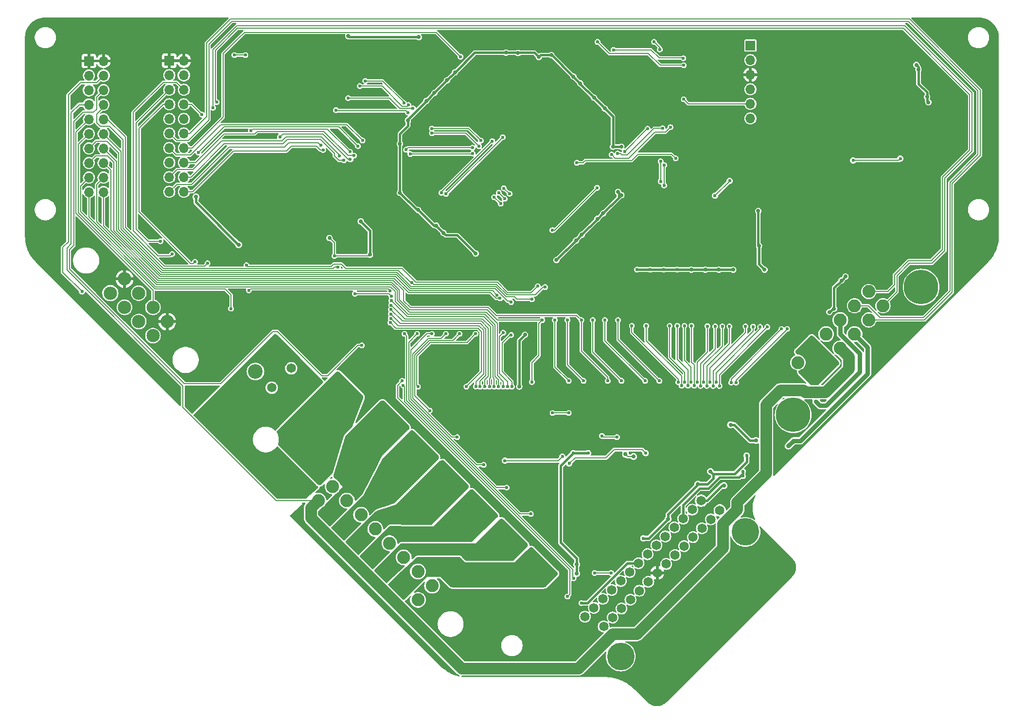
<source format=gbr>
%TF.GenerationSoftware,KiCad,Pcbnew,8.0.3*%
%TF.CreationDate,2025-01-15T13:42:05-05:00*%
%TF.ProjectId,EIM,45494d2e-6b69-4636-9164-5f7063625858,rev?*%
%TF.SameCoordinates,Original*%
%TF.FileFunction,Copper,L2,Bot*%
%TF.FilePolarity,Positive*%
%FSLAX46Y46*%
G04 Gerber Fmt 4.6, Leading zero omitted, Abs format (unit mm)*
G04 Created by KiCad (PCBNEW 8.0.3) date 2025-01-15 13:42:05*
%MOMM*%
%LPD*%
G01*
G04 APERTURE LIST*
G04 Aperture macros list*
%AMRotRect*
0 Rectangle, with rotation*
0 The origin of the aperture is its center*
0 $1 length*
0 $2 width*
0 $3 Rotation angle, in degrees counterclockwise*
0 Add horizontal line*
21,1,$1,$2,0,0,$3*%
G04 Aperture macros list end*
%TA.AperFunction,ComponentPad*%
%ADD10R,1.700000X1.700000*%
%TD*%
%TA.AperFunction,ComponentPad*%
%ADD11O,1.700000X1.700000*%
%TD*%
%TA.AperFunction,ComponentPad*%
%ADD12C,2.550000*%
%TD*%
%TA.AperFunction,ComponentPad*%
%ADD13C,1.650000*%
%TD*%
%TA.AperFunction,ComponentPad*%
%ADD14RotRect,2.250000X2.250000X315.000000*%
%TD*%
%TA.AperFunction,ComponentPad*%
%ADD15C,2.250000*%
%TD*%
%TA.AperFunction,ComponentPad*%
%ADD16C,2.310000*%
%TD*%
%TA.AperFunction,ComponentPad*%
%ADD17C,4.800000*%
%TD*%
%TA.AperFunction,ComponentPad*%
%ADD18C,6.000000*%
%TD*%
%TA.AperFunction,ViaPad*%
%ADD19C,0.700000*%
%TD*%
%TA.AperFunction,ViaPad*%
%ADD20C,0.600000*%
%TD*%
%TA.AperFunction,Conductor*%
%ADD21C,0.400000*%
%TD*%
%TA.AperFunction,Conductor*%
%ADD22C,0.200000*%
%TD*%
%TA.AperFunction,Conductor*%
%ADD23C,0.750000*%
%TD*%
%TA.AperFunction,Conductor*%
%ADD24C,2.000000*%
%TD*%
G04 APERTURE END LIST*
D10*
%TO.P,J5,1,Pin_1*%
%TO.N,GND*%
X39660000Y-72820000D03*
D11*
%TO.P,J5,2,Pin_2*%
X42200000Y-72820000D03*
%TO.P,J5,3,Pin_3*%
%TO.N,+3V3*%
X39660000Y-75360000D03*
%TO.P,J5,4,Pin_4*%
%TO.N,/SERVO_12V*%
X42200000Y-75360000D03*
%TO.P,J5,5,Pin_5*%
%TO.N,+12V*%
X39660000Y-77900000D03*
%TO.P,J5,6,Pin_6*%
%TO.N,/KEYSWITCH_FEED*%
X42200000Y-77900000D03*
%TO.P,J5,7,Pin_7*%
%TO.N,/ENG_ON_RLY_RTN*%
X39660000Y-80440000D03*
%TO.P,J5,8,Pin_8*%
%TO.N,/ENG_ON_RLY_I_SEN*%
X42200000Y-80440000D03*
%TO.P,J5,9,Pin_9*%
%TO.N,/ENG_12V_ON_SENSE*%
X39660000Y-82980000D03*
%TO.P,J5,10,Pin_10*%
%TO.N,/ENG_12V_ADC*%
X42200000Y-82980000D03*
%TO.P,J5,11,Pin_11*%
%TO.N,/FUEL_LVL_SENSE*%
X39660000Y-85520000D03*
%TO.P,J5,12,Pin_12*%
%TO.N,/FUEL_LVL_ADC*%
X42200000Y-85520000D03*
%TO.P,J5,13,Pin_13*%
%TO.N,/TEMP*%
X39660000Y-88060000D03*
%TO.P,J5,14,Pin_14*%
%TO.N,/ENG_TEMP_ADC*%
X42200000Y-88060000D03*
%TO.P,J5,15,Pin_15*%
%TO.N,/FUEL_LOW*%
X39660000Y-90600000D03*
%TO.P,J5,16,Pin_16*%
%TO.N,/FUEL_LOW_ADC*%
X42200000Y-90600000D03*
%TO.P,J5,17,Pin_17*%
%TO.N,/SP_SIG*%
X39660000Y-93140000D03*
%TO.P,J5,18,Pin_18*%
%TO.N,/VSS_MCU*%
X42200000Y-93140000D03*
%TO.P,J5,19,Pin_19*%
%TO.N,/TA_SIG*%
X39660000Y-95680000D03*
%TO.P,J5,20,Pin_20*%
%TO.N,/TACH_MCU*%
X42200000Y-95680000D03*
%TD*%
D12*
%TO.P,K1,1,COM*%
%TO.N,/12V_BATT_MAIN*%
X79130249Y-134030249D03*
D13*
%TO.P,K1,2,COIL_1*%
%TO.N,+12V*%
X74887608Y-126393496D03*
D12*
%TO.P,K1,3,NO*%
%TO.N,/ENG_MAIN_12V_RTN*%
X72059181Y-123565069D03*
%TO.P,K1,4,NC*%
%TO.N,unconnected-(K1-NC-Pad4)*%
X68665069Y-126959181D03*
D13*
%TO.P,K1,5,COIL_2*%
%TO.N,/MAIN_RLY_COIL_LS*%
X71493496Y-129787608D03*
%TD*%
D10*
%TO.P,J6,1,Pin_1*%
%TO.N,GND*%
X53660000Y-72760000D03*
D11*
%TO.P,J6,2,Pin_2*%
X56200000Y-72760000D03*
%TO.P,J6,3,Pin_3*%
%TO.N,+3V3*%
X53660000Y-75300000D03*
%TO.P,J6,4,Pin_4*%
%TO.N,+12V*%
X56200000Y-75300000D03*
%TO.P,J6,5,Pin_5*%
%TO.N,/RS485_A*%
X53660000Y-77840000D03*
%TO.P,J6,6,Pin_6*%
%TO.N,/RS485_B*%
X56200000Y-77840000D03*
%TO.P,J6,7,Pin_7*%
%TO.N,/KLINE*%
X53660000Y-80380000D03*
%TO.P,J6,8,Pin_8*%
%TO.N,/PB2{slash}BOOT1*%
X56200000Y-80380000D03*
%TO.P,J6,9,Pin_9*%
%TO.N,/CAN1_L*%
X53660000Y-82920000D03*
%TO.P,J6,10,Pin_10*%
%TO.N,/CAN1_H*%
X56200000Y-82920000D03*
%TO.P,J6,11,Pin_11*%
%TO.N,/CAN2_L*%
X53660000Y-85460000D03*
%TO.P,J6,12,Pin_12*%
%TO.N,/CAN2_H*%
X56200000Y-85460000D03*
%TO.P,J6,13,Pin_13*%
%TO.N,/SPI2_MOSI*%
X53660000Y-88000000D03*
%TO.P,J6,14,Pin_14*%
%TO.N,/SPI2_SCK*%
X56200000Y-88000000D03*
%TO.P,J6,15,Pin_15*%
%TO.N,/SPI2_MISO*%
X53660000Y-90540000D03*
%TO.P,J6,16,Pin_16*%
%TO.N,/EXTRA_ADC*%
X56200000Y-90540000D03*
%TO.P,J6,17,Pin_17*%
%TO.N,/I2C_SCL*%
X53660000Y-93080000D03*
%TO.P,J6,18,Pin_18*%
%TO.N,/I2C_SDA*%
X56200000Y-93080000D03*
%TO.P,J6,19,Pin_19*%
%TO.N,/UART4_TX*%
X53660000Y-95620000D03*
%TO.P,J6,20,Pin_20*%
%TO.N,/UART4_RX*%
X56200000Y-95620000D03*
%TD*%
D10*
%TO.P,J8,1,Pin_1*%
%TO.N,+3V3*%
X154850000Y-70135000D03*
D11*
%TO.P,J8,2,Pin_2*%
%TO.N,/STM32F429/JTICK-SWCLK*%
X154850000Y-72675000D03*
%TO.P,J8,3,Pin_3*%
%TO.N,GND*%
X154850000Y-75215000D03*
%TO.P,J8,4,Pin_4*%
%TO.N,/STM32F429/JTMS-SWDIO*%
X154850000Y-77755000D03*
%TO.P,J8,5,Pin_5*%
%TO.N,/STM32F429/RESET*%
X154850000Y-80295000D03*
%TO.P,J8,6,Pin_6*%
%TO.N,/STM32F429/JTDO-SWO*%
X154850000Y-82835000D03*
%TD*%
D14*
%TO.P,J4,1,1*%
%TO.N,/12V_BATT_MAIN*%
X77152263Y-142045804D03*
D15*
%TO.P,J4,2,2*%
X79627137Y-144520678D03*
%TO.P,J4,3,3*%
%TO.N,/ENG_ON_RLY_FEED*%
X82102010Y-146995551D03*
%TO.P,J4,4,4*%
%TO.N,/ENG_START_RLY_FEED*%
X84576884Y-149470425D03*
%TO.P,J4,5,5*%
%TO.N,/BRAKE_LIGHT_FEED*%
X87051758Y-151945299D03*
%TO.P,J4,6,6*%
%TO.N,/HIGHBEAM_FEED*%
X89526632Y-154420173D03*
%TO.P,J4,7,7*%
%TO.N,/TURN_SIG_FEED*%
X92001505Y-156895046D03*
%TO.P,J4,8,8*%
%TO.N,unconnected-(J4-Pad8)*%
X94476379Y-159369920D03*
%TO.P,J4,9,9*%
%TO.N,/HORN_FEED*%
X96951253Y-161844794D03*
%TO.P,J4,10,10*%
%TO.N,/CLUTCH_GND*%
X99426127Y-164319668D03*
%TO.P,J4,11,11*%
%TO.N,/ENG_MAIN_12V_RTN*%
X74677389Y-144520678D03*
%TO.P,J4,12,12*%
X77152263Y-146995551D03*
%TO.P,J4,13,13*%
%TO.N,/ENG_ON_RLY_RTN*%
X79627137Y-149470425D03*
%TO.P,J4,14,14*%
%TO.N,/ENG_START_RLY_RTN*%
X82102010Y-151945299D03*
%TO.P,J4,15,15*%
%TO.N,/BRAKE_LIGHT_RTN*%
X84576884Y-154420173D03*
%TO.P,J4,16,16*%
%TO.N,/HIGHBEAM_RTN*%
X87051758Y-156895046D03*
%TO.P,J4,17,17*%
%TO.N,/LEFT_TURN_RTN*%
X89526632Y-159369920D03*
%TO.P,J4,18,18*%
%TO.N,/RIGHT_TURN_RTN*%
X92001505Y-161844794D03*
%TO.P,J4,19,19*%
%TO.N,/HORN_RTN*%
X94476379Y-164319668D03*
%TO.P,J4,20,20*%
%TO.N,/CLUTCH_RTN*%
X96951253Y-166794541D03*
%TD*%
D16*
%TO.P,J3,1,1*%
%TO.N,GND*%
X45862967Y-110825432D03*
%TO.P,J3,2,2*%
%TO.N,/RS485_A*%
X48337841Y-113300306D03*
%TO.P,J3,3,3*%
%TO.N,/ENG_12V_ON_SENSE*%
X50812714Y-115775179D03*
%TO.P,J3,4,4*%
%TO.N,GND*%
X53287588Y-118250053D03*
%TO.P,J3,5,5*%
%TO.N,/SERVO_12V*%
X43388093Y-113300306D03*
%TO.P,J3,6,6*%
%TO.N,/RS485_B*%
X45862967Y-115775179D03*
%TO.P,J3,7,7*%
%TO.N,/KLINE*%
X48337841Y-118250053D03*
%TO.P,J3,8,8*%
%TO.N,/FUEL_LVL_SENSE*%
X50812714Y-120724927D03*
%TD*%
D13*
%TO.P,J1,1,1*%
%TO.N,/HEADLIGHT_RELAY*%
X146261359Y-149493993D03*
%TO.P,J1,2,2*%
%TO.N,/12V_IGN_CLUSTER*%
X144705724Y-151049628D03*
%TO.P,J1,3,3*%
%TO.N,/SP_VCC*%
X143150089Y-152605263D03*
%TO.P,J1,4,4*%
%TO.N,unconnected-(J1-Pad4)*%
X141594454Y-154160898D03*
%TO.P,J1,5,5*%
%TO.N,unconnected-(J1-Pad5)*%
X140038819Y-155716533D03*
%TO.P,J1,6,6*%
%TO.N,/TURN_R*%
X138483184Y-157272168D03*
%TO.P,J1,7,7*%
%TO.N,/TURN_L*%
X136927549Y-158827803D03*
%TO.P,J1,8,8*%
%TO.N,/FUEL_LOW*%
X135371915Y-160383437D03*
%TO.P,J1,9,9*%
%TO.N,/HIGHBEAM*%
X133816280Y-161939072D03*
%TO.P,J1,10,10*%
%TO.N,/LAP-STARTER*%
X132260645Y-163494707D03*
%TO.P,J1,11,11*%
%TO.N,/NEUTRAL*%
X130705010Y-165050342D03*
%TO.P,J1,12,12*%
%TO.N,/HESD*%
X129149375Y-166605977D03*
%TO.P,J1,13,13*%
%TO.N,/FAULT_IND*%
X127593740Y-168161612D03*
%TO.P,J1,14,14*%
%TO.N,/SP_SIG*%
X126038105Y-169717247D03*
%TO.P,J1,15,15*%
%TO.N,/LAP_RELAY*%
X149514050Y-151191049D03*
%TO.P,J1,16,16*%
%TO.N,/1ST*%
X147958415Y-152746684D03*
%TO.P,J1,17,17*%
%TO.N,/2ND*%
X146402780Y-154302319D03*
%TO.P,J1,18,18*%
%TO.N,/3RD*%
X144847145Y-155857954D03*
%TO.P,J1,19,19*%
%TO.N,/4TH*%
X143291511Y-157413589D03*
%TO.P,J1,20,20*%
%TO.N,/5TH*%
X141735876Y-158969224D03*
%TO.P,J1,21,21*%
%TO.N,/6TH*%
X140180241Y-160524859D03*
%TO.P,J1,22,22*%
%TO.N,GND*%
X138624606Y-162080494D03*
%TO.P,J1,23,23*%
%TO.N,unconnected-(J1-Pad23)*%
X137068971Y-163636129D03*
%TO.P,J1,24,24*%
%TO.N,/12V_BATT_CLUSTER*%
X135513336Y-165191764D03*
%TO.P,J1,25,25*%
%TO.N,/TEMP*%
X133957701Y-166747398D03*
%TO.P,J1,26,26*%
%TO.N,/TA_SIG*%
X132402066Y-168303033D03*
%TO.P,J1,27,27*%
%TO.N,/FUEL_PULSE*%
X130846431Y-169858668D03*
%TO.P,J1,28,28*%
%TO.N,/OIL*%
X129290796Y-171414303D03*
D17*
%TO.P,J1,MH1,MH1*%
%TO.N,unconnected-(J1-PadMH1)*%
X132260645Y-176646893D03*
%TO.P,J1,MH2,MH2*%
%TO.N,unconnected-(J1-PadMH2)*%
X153968823Y-154938715D03*
%TD*%
D15*
%TO.P,J2,1,1*%
%TO.N,/KEYSWITCH_FEED*%
X163075884Y-125402186D03*
%TO.P,J2,2,2*%
%TO.N,/KEYSWITCH_RTN*%
X165550758Y-122927312D03*
%TO.P,J2,3,3*%
%TO.N,/ENG_ON_RLY_TO_KILL_SW*%
X168025631Y-120452438D03*
%TO.P,J2,4,4*%
%TO.N,/CLUTCH_GND*%
X170500505Y-117977565D03*
%TO.P,J2,5,5*%
%TO.N,/CAN2_L*%
X172975379Y-115502691D03*
%TO.P,J2,6,6*%
%TO.N,/CAN1_L*%
X175450253Y-113027817D03*
%TO.P,J2,7,7*%
%TO.N,/KEYSWITCH_RTN*%
X165550758Y-127877060D03*
%TO.P,J2,8,8*%
X168025631Y-125402186D03*
%TO.P,J2,9,9*%
%TO.N,/ENG_ON_RLY_RTN*%
X170500505Y-122927312D03*
%TO.P,J2,10,10*%
%TO.N,/CLUTCH_RTN*%
X172975379Y-120452438D03*
%TO.P,J2,11,11*%
%TO.N,/CAN2_H*%
X175450253Y-117977565D03*
%TO.P,J2,12,12*%
%TO.N,/CAN1_H*%
X177925126Y-115502691D03*
D18*
%TO.P,J2,MH1,MH1*%
%TO.N,unconnected-(J2-PadMH1)*%
X184571930Y-112250000D03*
%TO.P,J2,MH2,MH2*%
%TO.N,unconnected-(J2-PadMH2)*%
X162298066Y-134523863D03*
%TD*%
D19*
%TO.N,+3V3*%
X101400000Y-102800000D03*
X157300000Y-109200000D03*
D20*
X135100000Y-109200000D03*
D19*
X103400000Y-74800000D03*
X107000000Y-106400000D03*
X156350000Y-105050000D03*
X184100002Y-74300000D03*
X100147793Y-101547793D03*
X97100000Y-68650000D03*
X183750000Y-73500000D03*
X93800000Y-87250000D03*
X129500000Y-81100000D03*
X128200000Y-100350000D03*
X168600000Y-116600000D03*
X149350000Y-109200000D03*
X124016377Y-75541377D03*
X98400000Y-79800000D03*
X125216377Y-76741377D03*
X99800000Y-78400000D03*
X112275000Y-71375000D03*
X93800000Y-95800000D03*
X132375000Y-96225000D03*
X129200000Y-99400000D03*
X114600000Y-129600000D03*
X169400000Y-116000000D03*
X185825000Y-80025000D03*
X132375000Y-87775000D03*
X124474265Y-104125735D03*
X97000000Y-98800000D03*
X114375000Y-71425000D03*
X144550000Y-109200000D03*
X95200000Y-83200000D03*
X185600000Y-79075000D03*
X87000000Y-100800000D03*
X170700000Y-111100000D03*
X115600000Y-120552186D03*
X84825000Y-68500000D03*
X88600000Y-106600000D03*
X102000000Y-76200000D03*
X171400000Y-110400000D03*
D20*
X139750000Y-109200000D03*
X82400000Y-106800000D03*
X137400000Y-109200000D03*
D19*
X151850000Y-109200000D03*
X81550000Y-103675000D03*
X131800000Y-95650000D03*
X118000000Y-72125000D03*
X130900000Y-87775000D03*
D20*
X142100000Y-109200000D03*
D19*
X147000000Y-109200000D03*
X156200000Y-98975000D03*
X121075735Y-107524265D03*
X125475735Y-103124265D03*
X120200000Y-71800000D03*
X127600000Y-79200000D03*
D20*
%TO.N,Net-(U1-BOOT0)*%
X124625000Y-90575000D03*
X141825000Y-89800000D03*
%TO.N,/STM32F429/NRST*%
X132950000Y-88600000D03*
X136925000Y-84650000D03*
%TO.N,GND*%
X157600000Y-81800000D03*
X129900000Y-159250000D03*
X196800000Y-87200000D03*
X152200000Y-137800000D03*
X32200000Y-93600000D03*
X96600000Y-136200000D03*
X99050000Y-103600000D03*
X120000000Y-85400000D03*
X123800000Y-144000000D03*
X124250000Y-164100000D03*
X127800000Y-71000000D03*
X133600000Y-134000000D03*
X157800000Y-114600000D03*
X91600000Y-84000000D03*
X53600000Y-114400000D03*
X92400000Y-85400000D03*
X184200000Y-79400000D03*
X170600000Y-101400000D03*
X162200000Y-103600000D03*
X104800000Y-80150000D03*
X102800000Y-99000000D03*
X99400000Y-107000000D03*
X89200000Y-96200000D03*
X98150000Y-103550000D03*
X138600000Y-159400000D03*
X133200000Y-78100000D03*
X184200000Y-105200000D03*
X70200000Y-75600000D03*
X121200000Y-78150000D03*
X188800000Y-84800000D03*
X160000000Y-137800000D03*
X149400000Y-98400000D03*
X96800000Y-110400000D03*
X100600000Y-140200000D03*
X109000000Y-103800000D03*
X67800000Y-69000000D03*
X80800000Y-115000000D03*
X62400000Y-76800000D03*
X147400000Y-145400000D03*
X64800000Y-80600000D03*
X116200000Y-85600000D03*
X117350000Y-75050000D03*
X138400000Y-151200000D03*
X131000000Y-113400000D03*
X157400000Y-79000000D03*
X129200000Y-88200000D03*
X92000000Y-129200000D03*
X83000000Y-103000000D03*
X129750000Y-73600000D03*
X100200000Y-69800000D03*
X95750000Y-115100000D03*
X38600000Y-66600000D03*
X67400000Y-93000000D03*
X172200000Y-92400000D03*
X84600000Y-103600000D03*
X39400000Y-115200000D03*
X184400000Y-96000000D03*
X176000000Y-109200000D03*
X118400000Y-96000000D03*
X156200000Y-129400000D03*
X131000000Y-147400000D03*
X125400000Y-78800000D03*
X134600000Y-114600000D03*
X141400000Y-162600000D03*
X179000000Y-86000000D03*
X112300000Y-115900000D03*
X125600000Y-154200000D03*
X85200000Y-95000000D03*
X137600000Y-144800000D03*
X168600000Y-68400000D03*
X38600000Y-103400000D03*
X117800000Y-151400000D03*
X147800000Y-138600000D03*
X57400000Y-106000000D03*
X131300000Y-160850000D03*
X95400000Y-86600000D03*
X144800000Y-73000000D03*
X117200000Y-92600000D03*
X99000000Y-138600000D03*
X132800000Y-159600000D03*
X76000000Y-91000000D03*
X171000000Y-95000000D03*
X120000000Y-110800000D03*
X114250000Y-115450000D03*
X188600000Y-89800000D03*
X130200000Y-132000000D03*
X179600000Y-76800000D03*
X93200000Y-99200000D03*
X60400000Y-126000000D03*
X100450000Y-81600000D03*
X111200000Y-73400000D03*
X73800000Y-82400000D03*
X118600000Y-165600000D03*
X78200000Y-108000000D03*
X77400000Y-75000000D03*
X139800000Y-149200000D03*
X74000000Y-108000000D03*
X121400000Y-103650000D03*
X115600000Y-70200000D03*
X123600000Y-87800000D03*
X149000000Y-132600000D03*
X122000000Y-169200000D03*
X125600000Y-149600000D03*
X130600000Y-80200000D03*
X179200000Y-70200000D03*
X179000000Y-95400000D03*
X133600000Y-132000000D03*
X106000000Y-138000000D03*
X164200000Y-74000000D03*
X137400000Y-96400000D03*
X100000000Y-130200000D03*
X45000000Y-78200000D03*
X188800000Y-82600000D03*
X78600000Y-93800000D03*
X147000000Y-156600000D03*
X95200000Y-91800000D03*
X93000000Y-97000000D03*
X170800000Y-108000000D03*
X125800000Y-84200000D03*
X172200000Y-71800000D03*
X81800000Y-92000000D03*
X113200000Y-101600000D03*
X174000000Y-68400000D03*
X147400000Y-114600000D03*
X196000000Y-93400000D03*
X50600000Y-85000000D03*
X50600000Y-94600000D03*
X125600000Y-161200000D03*
X63750000Y-72050000D03*
X42200000Y-106200000D03*
X126800000Y-106000000D03*
X136600000Y-131800000D03*
X140000000Y-134000000D03*
X60000000Y-104600000D03*
X126600000Y-71800000D03*
X152000000Y-146400000D03*
X122200000Y-161800000D03*
X71200000Y-115800000D03*
X102200000Y-167000000D03*
X179000000Y-68200000D03*
X73200000Y-89600000D03*
X133000000Y-148400000D03*
X103200000Y-108600000D03*
X116600000Y-147000000D03*
X120200000Y-159400000D03*
X152700000Y-134950000D03*
X150400000Y-71200000D03*
X76200000Y-108000000D03*
X69350000Y-114100000D03*
X139400000Y-131800000D03*
X55600000Y-100400000D03*
X46400000Y-122000000D03*
X68400000Y-120000000D03*
X157600000Y-69000000D03*
X96000000Y-108200000D03*
X65600000Y-118400000D03*
X138200000Y-138200000D03*
X102000000Y-100000000D03*
X131800000Y-143800000D03*
X193600000Y-105600000D03*
X162200000Y-92600000D03*
X108000000Y-83400000D03*
X110600000Y-99200000D03*
X129000000Y-146800000D03*
X121800000Y-130200000D03*
X196600000Y-74400000D03*
X146200000Y-134800000D03*
X108200000Y-70000000D03*
X134800000Y-144800000D03*
X106550000Y-115100000D03*
X166200000Y-134200000D03*
X152600000Y-142400000D03*
X64200000Y-75800000D03*
X95200000Y-135000000D03*
X80200000Y-73200000D03*
X150600000Y-130000000D03*
X127200000Y-173400000D03*
X130600000Y-108000000D03*
X98400000Y-74400000D03*
X93800000Y-133400000D03*
X110000000Y-107200000D03*
X122800000Y-152200000D03*
X45800000Y-82000000D03*
X63000000Y-100000000D03*
X89650000Y-100900000D03*
X164000000Y-83000000D03*
X113600000Y-130800000D03*
X154900000Y-144700000D03*
X67400000Y-106200000D03*
X191800000Y-81000000D03*
X118000000Y-131600000D03*
X132000000Y-85800000D03*
X100000000Y-133400000D03*
X45600000Y-68600000D03*
X162400000Y-128400000D03*
X145000000Y-71200000D03*
X97450000Y-114000000D03*
X130550000Y-101700000D03*
X114400000Y-170200000D03*
X110800000Y-170200000D03*
X72800000Y-95600000D03*
X119200000Y-73600000D03*
X120600000Y-151400000D03*
X157000000Y-86800000D03*
X51800000Y-68000000D03*
X160600000Y-106800000D03*
X89400000Y-85400000D03*
X113600000Y-143800000D03*
X119200000Y-70200000D03*
X106800000Y-146400000D03*
X126000000Y-166400000D03*
X184400000Y-91800000D03*
X133000000Y-151200000D03*
X64800000Y-123800000D03*
X72800000Y-101400000D03*
X101800000Y-79400000D03*
X61600000Y-82400000D03*
X124000000Y-132000000D03*
X162400000Y-96400000D03*
X162200000Y-100200000D03*
X115800000Y-94600000D03*
X126000000Y-143200000D03*
X150400000Y-88800000D03*
X125200000Y-113600000D03*
X177400000Y-122800000D03*
X73200000Y-116200000D03*
X40000000Y-111000000D03*
X126800000Y-76400000D03*
X136600000Y-134000000D03*
X53400000Y-122400000D03*
X59400000Y-117200000D03*
X79600000Y-69400000D03*
X99600000Y-76600000D03*
X188800000Y-78400000D03*
X144600000Y-114600000D03*
X113400000Y-108400000D03*
X130200000Y-134000000D03*
X145000000Y-81600000D03*
X111800000Y-83800000D03*
X108200000Y-91800000D03*
X159000000Y-74400000D03*
X188800000Y-66800000D03*
X154000000Y-133000000D03*
X157800000Y-89000000D03*
X157200000Y-95600000D03*
X116800000Y-106000000D03*
X97000000Y-94600000D03*
X97450000Y-115100000D03*
X80400000Y-108000000D03*
X152200000Y-139200000D03*
X140600000Y-97200000D03*
X104600000Y-115200000D03*
X108600000Y-148200000D03*
X97400000Y-85200000D03*
X49000000Y-77800000D03*
X70000000Y-98000000D03*
X118800000Y-109600000D03*
X170800000Y-82800000D03*
X120600000Y-164200000D03*
X137800000Y-114600000D03*
X106600000Y-175600000D03*
X80600000Y-82400000D03*
X185200000Y-75600000D03*
X132000000Y-166200000D03*
X173400000Y-105200000D03*
X104000000Y-69800000D03*
X126800000Y-132000000D03*
X134050000Y-96750000D03*
X154200000Y-107000000D03*
X138050000Y-94650000D03*
X110600000Y-108800000D03*
X120400000Y-147400000D03*
X58000000Y-130600000D03*
X68800000Y-82400000D03*
X59200000Y-114400000D03*
X100200000Y-73600000D03*
X157800000Y-102200000D03*
X115800000Y-108800000D03*
X102200000Y-83250000D03*
X196800000Y-80400000D03*
X164200000Y-79200000D03*
X154600000Y-102000000D03*
X172000000Y-88000000D03*
X148400000Y-69000000D03*
X128400000Y-82400000D03*
X183200000Y-116000000D03*
X184400000Y-100400000D03*
X134200000Y-81600000D03*
X32400000Y-75400000D03*
X124400000Y-176200000D03*
X142600000Y-155600000D03*
X58800000Y-67200000D03*
X130200000Y-168000000D03*
X171200000Y-78200000D03*
X104950000Y-107450000D03*
X108200000Y-105200000D03*
X113000000Y-152000000D03*
X110050000Y-114850000D03*
X167400000Y-100200000D03*
X122000000Y-69600000D03*
X115800000Y-155400000D03*
X97200000Y-70400000D03*
X104600000Y-134400000D03*
X150800000Y-134400000D03*
X123600000Y-81600000D03*
X104600000Y-137800000D03*
X151200000Y-114600000D03*
X130400000Y-148600000D03*
X118800000Y-177000000D03*
X96000000Y-114300000D03*
X84400000Y-92000000D03*
X53400000Y-129400000D03*
X120400000Y-156800000D03*
X74800000Y-106600000D03*
X143800000Y-88800000D03*
X79600000Y-89400000D03*
X117600000Y-115000000D03*
X62200000Y-105200000D03*
X119600000Y-128200000D03*
X110800000Y-150400000D03*
X84800000Y-107800000D03*
X178800000Y-91200000D03*
X101850000Y-115150000D03*
X145200000Y-138400000D03*
X106800000Y-169800000D03*
X64800000Y-99400000D03*
X116600000Y-82200000D03*
X134000000Y-73000000D03*
X105200000Y-94400000D03*
X113400000Y-92000000D03*
X136200000Y-167200000D03*
X81400000Y-106000000D03*
X126400000Y-146000000D03*
X159600000Y-139600000D03*
X108200000Y-133000000D03*
X127800000Y-77400000D03*
X102400000Y-91600000D03*
X91200000Y-130800000D03*
X110400000Y-115700000D03*
X118600000Y-158000000D03*
X163000000Y-88000000D03*
X32400000Y-86000000D03*
X141000000Y-157000000D03*
X123000000Y-92400000D03*
X109400000Y-73000000D03*
X139800000Y-86800000D03*
X159800000Y-128400000D03*
X75000000Y-120200000D03*
X110000000Y-93600000D03*
X124600000Y-171600000D03*
X135800000Y-99200000D03*
X56200000Y-116000000D03*
X131750000Y-102200000D03*
X120200000Y-173400000D03*
X141000000Y-114600000D03*
X161600000Y-114400000D03*
X127400000Y-112000000D03*
X150400000Y-148000000D03*
X126200000Y-107800000D03*
X49200000Y-71800000D03*
X131400000Y-94000000D03*
X76000000Y-151800000D03*
X112800000Y-79200000D03*
X188800000Y-76200000D03*
X125200000Y-71000000D03*
X152600000Y-95600000D03*
X76200000Y-98800000D03*
X32400000Y-104400000D03*
X128200000Y-85200000D03*
X144000000Y-154200000D03*
X155000000Y-105400000D03*
X158000000Y-105400000D03*
X123000000Y-146800000D03*
X95800000Y-78000000D03*
X98950000Y-114000000D03*
X179000000Y-89000000D03*
X154300000Y-136950000D03*
X114600000Y-154200000D03*
X123000000Y-114400000D03*
X151800000Y-100800000D03*
X139000000Y-119400000D03*
X119400000Y-78200000D03*
X191000000Y-87600000D03*
X102950000Y-114850000D03*
X134200000Y-75600000D03*
X113400000Y-147000000D03*
X145600000Y-152400000D03*
X180600000Y-119800000D03*
X177400000Y-102000000D03*
X125800000Y-165200000D03*
X104000000Y-143600000D03*
X162800000Y-116800000D03*
X107800000Y-96800000D03*
X53200000Y-101800000D03*
X147800000Y-75800000D03*
X55000000Y-107600000D03*
X69400000Y-107400000D03*
X183800000Y-77800000D03*
X154200000Y-114600000D03*
X151800000Y-81600000D03*
X120800000Y-167800000D03*
X101800000Y-141400000D03*
X99850000Y-114900000D03*
X121000000Y-114900000D03*
X179600000Y-82200000D03*
X107800000Y-115050000D03*
X116200000Y-69000000D03*
X135400000Y-84200000D03*
X112600000Y-137200000D03*
X185800000Y-77000000D03*
X140800000Y-69000000D03*
X83400000Y-105600000D03*
D19*
%TO.N,+12V*%
X65725000Y-104850000D03*
X124600000Y-160600000D03*
D20*
X136200000Y-156050000D03*
D19*
X151400000Y-136250000D03*
X155818439Y-139002369D03*
D20*
X148675000Y-96300000D03*
D19*
X147900000Y-144400000D03*
D20*
X172725000Y-90150000D03*
X151225000Y-93725000D03*
D19*
X133100098Y-141398327D03*
D20*
X154200003Y-141600000D03*
X126600000Y-141200000D03*
D19*
X58300000Y-96525000D03*
X140525000Y-152675000D03*
X145700000Y-146600000D03*
X134500000Y-141800000D03*
D20*
X180950000Y-89850000D03*
D19*
X124600000Y-162200000D03*
D20*
X124000000Y-141200000D03*
%TO.N,/SERVO_12V_ADC*%
X111350000Y-97700000D03*
X110225000Y-96575000D03*
%TO.N,Net-(D18-A1)*%
X154000000Y-119100000D03*
X147800000Y-128850000D03*
%TO.N,/KLINE*%
X58118750Y-107843750D03*
%TO.N,/ENG_ON_RLY_I_SEN*%
X92300000Y-113800000D03*
X86000000Y-113400000D03*
X83000000Y-108800000D03*
%TO.N,/ENG_START_RLY_I_SEN*%
X96950000Y-129600000D03*
X107000000Y-120400000D03*
%TO.N,/BRAKE_LIGHT_I_SEN*%
X104200000Y-120400000D03*
X99000000Y-133800000D03*
%TO.N,/HIGHBEAM_I_SEN*%
X103800000Y-138400000D03*
X101800000Y-120400000D03*
%TO.N,/L_TURN_SIG_I_SEN*%
X108400000Y-143250000D03*
X99400000Y-120400000D03*
%TO.N,/R_TURN_SIG_I_SEN*%
X96800000Y-120400000D03*
X112400000Y-147200000D03*
%TO.N,/HORN_I_SEN*%
X116600000Y-151800000D03*
X94600000Y-120400000D03*
%TO.N,/ENG_12V_ADC*%
X117800000Y-112100000D03*
X67100000Y-108450000D03*
X60300000Y-108100000D03*
%TO.N,/12V_ADC*%
X128150000Y-94925000D03*
X120375000Y-102325000D03*
%TO.N,/FUEL_LVL_ADC*%
X119100000Y-112250000D03*
X95900000Y-111500000D03*
X67500000Y-112800000D03*
X92111091Y-112888909D03*
%TO.N,/ENG_TEMP_ADC*%
X113200000Y-114875000D03*
%TO.N,/FUEL_LOW_ADC*%
X111254821Y-114205176D03*
%TO.N,/CAN1_H*%
X61275000Y-80975000D03*
%TO.N,/CAN1_L*%
X61900000Y-80000000D03*
%TO.N,/RS485_A*%
X52150000Y-104250000D03*
%TO.N,/RS485_B*%
X54150000Y-106475000D03*
%TO.N,Net-(D16-A1)*%
X134200000Y-119000000D03*
X142300000Y-128825961D03*
%TO.N,Net-(D17-A1)*%
X136700000Y-119000000D03*
X142850000Y-129450000D03*
%TO.N,/SP_SIG*%
X111000000Y-129600000D03*
%TO.N,Net-(D19-A1)*%
X148900000Y-128850000D03*
X156550000Y-119200000D03*
%TO.N,Net-(D20-A1)*%
X147350000Y-119050000D03*
X145600000Y-128850000D03*
%TO.N,/1ST*%
X149450000Y-129500000D03*
X157800000Y-119200000D03*
%TO.N,Net-(D21-A1)*%
X149950000Y-119100000D03*
X146700000Y-128800000D03*
%TO.N,Net-(D22-A1)*%
X143400000Y-128843446D03*
X140800000Y-119000000D03*
%TO.N,/2ND*%
X155300000Y-119150000D03*
X148350000Y-129500000D03*
%TO.N,/3RD*%
X151200000Y-119100000D03*
X147250000Y-129480971D03*
%TO.N,Net-(D23-A1)*%
X144500000Y-128850000D03*
X143350000Y-119000000D03*
%TO.N,/4TH*%
X148700000Y-119100000D03*
X146150000Y-129474040D03*
%TO.N,/5TH*%
X144600000Y-119000000D03*
X145050000Y-129450000D03*
%TO.N,/6TH*%
X142100000Y-119000000D03*
X143950000Y-129450000D03*
%TO.N,/LED2_B*%
X95300000Y-80500000D03*
X86800000Y-77200000D03*
%TO.N,/SERVO_12V*%
X85175000Y-89950000D03*
X38450000Y-113000000D03*
X72975000Y-86075000D03*
%TO.N,/ENG_12V_ON_SENSE*%
X66900000Y-71800000D03*
X65000000Y-71800000D03*
%TO.N,/FUEL_LOW*%
X94400000Y-129400000D03*
X111800000Y-120200000D03*
X125400000Y-167350000D03*
X112550003Y-129600000D03*
X110743630Y-113656370D03*
X124055331Y-163005331D03*
%TO.N,/FUEL_LVL_SENSE*%
X64400000Y-116000000D03*
%TO.N,/TEMP*%
X123000000Y-166200000D03*
X94200000Y-128602186D03*
X116800000Y-114387500D03*
X130600000Y-162100000D03*
X113300006Y-129600000D03*
X127700000Y-162100000D03*
X113200000Y-120600000D03*
%TO.N,/LED2_G*%
X99400000Y-84600000D03*
X107900000Y-86700000D03*
X96100000Y-81100000D03*
X84800000Y-79300000D03*
%TO.N,/KEYSWITCH_FEED*%
X87200000Y-122400000D03*
%TO.N,/KLINE_RX*%
X111712500Y-86112500D03*
X101850000Y-96000000D03*
%TO.N,/KLINE_TX*%
X101025000Y-95800000D03*
X109900000Y-86800000D03*
%TO.N,/NEUTRAL_MCU*%
X127400000Y-118000000D03*
X132400000Y-128600000D03*
%TO.N,/TACH_MCU*%
X130000000Y-128600000D03*
X125400000Y-118000000D03*
%TO.N,/VSS_MCU*%
X118600000Y-118000000D03*
X116800000Y-128800000D03*
%TO.N,/OIL_P_LOW_MCU*%
X125800000Y-128600000D03*
X123000000Y-118000000D03*
%TO.N,/HIGHBEAM_MCU*%
X131800000Y-118000000D03*
X139000000Y-128600000D03*
%TO.N,/LOWBEAM_MCU*%
X136500000Y-128600000D03*
X129500000Y-118000000D03*
%TO.N,/TA_SIG*%
X123200000Y-134200000D03*
X129000000Y-138200000D03*
X120400000Y-134200000D03*
X131600000Y-138400000D03*
X111800000Y-129600000D03*
D19*
%TO.N,/HEADLIGHT_RELAY*%
X150250000Y-146875000D03*
D20*
%TO.N,/SP_VCC*%
X153550000Y-145200000D03*
X153580331Y-144380331D03*
D19*
%TO.N,/CLUTCH_RTN*%
X161450000Y-139950000D03*
X162350000Y-139050000D03*
X163550000Y-139050000D03*
%TO.N,/CLUTCH_GND*%
X166950000Y-132900000D03*
X166250000Y-132200000D03*
X168050000Y-132900000D03*
%TO.N,/BRAKE_LIGHT_RTN*%
X94200000Y-140400000D03*
X95800000Y-142200000D03*
X95000000Y-141300000D03*
X96600000Y-143000000D03*
X97500000Y-143600000D03*
%TO.N,/LEFT_TURN_RTN*%
X104600000Y-150600000D03*
X105300000Y-151500000D03*
X107000000Y-153300000D03*
X107800000Y-153900000D03*
X106050000Y-152350000D03*
%TO.N,/HIGHBEAM_RTN*%
X101800000Y-148100000D03*
X102700000Y-148700000D03*
X100200000Y-146400000D03*
X101000000Y-147300000D03*
X99400000Y-145600000D03*
D20*
%TO.N,/HIGHBEAM_FEED*%
X136600000Y-141200000D03*
X112100000Y-142500000D03*
X123300000Y-143000000D03*
X122100000Y-141800000D03*
D19*
%TO.N,/ENG_START_RLY_RTN*%
X92200000Y-138500000D03*
X91500000Y-137815244D03*
X90500000Y-136900000D03*
X89700000Y-136100000D03*
X89000000Y-135300000D03*
%TO.N,/HORN_RTN*%
X117200000Y-163400000D03*
X116500000Y-162700000D03*
X118100000Y-164200000D03*
X114700000Y-160900000D03*
X115600000Y-161800000D03*
%TO.N,/RIGHT_TURN_RTN*%
X112000000Y-158300000D03*
X112900000Y-159000000D03*
X110400000Y-156500000D03*
X111200000Y-157500000D03*
X109700000Y-155700000D03*
D20*
%TO.N,/UART4_RX*%
X80450000Y-88350000D03*
%TO.N,/UART4_TX*%
X80025000Y-87475000D03*
%TO.N,/SPI2_MOSI*%
X106450000Y-87950000D03*
X94900000Y-88300000D03*
X87300000Y-86675000D03*
%TO.N,/I2C_SCL*%
X83274999Y-89355634D03*
%TO.N,/SPI2_MISO*%
X86500000Y-87675000D03*
X58725000Y-88800000D03*
X95600000Y-89050000D03*
X106500000Y-88950000D03*
%TO.N,/I2C_SDA*%
X84059682Y-90140318D03*
%TO.N,/SPI2_SCK*%
X104375000Y-72075000D03*
%TO.N,/PB2{slash}BOOT1*%
X59350000Y-82175000D03*
X85100000Y-88650000D03*
X67850000Y-85000000D03*
X112900000Y-95975000D03*
X111925000Y-95025000D03*
%TO.N,/STM32F429/JTDI*%
X139050000Y-70825000D03*
X138075000Y-69485000D03*
%TO.N,/STM32F429/USART3_TX*%
X139825000Y-94525000D03*
X139825000Y-90975000D03*
%TO.N,/STM32F429/JTICK-SWCLK*%
X128225000Y-69485000D03*
X143225000Y-73575000D03*
%TO.N,/STM32F429/JTMS-SWDIO*%
X143175000Y-72350000D03*
X131000000Y-70875000D03*
%TO.N,/STM32F429/JTDO-SWO*%
X130675000Y-89150000D03*
X140900000Y-84375000D03*
%TO.N,/STM32F429/USART3_RX*%
X139200000Y-93825000D03*
X139200000Y-90300000D03*
%TO.N,/STM32F429/RESET*%
X143250000Y-79500000D03*
%TO.N,/STM32F429/JRST*%
X139550000Y-84575000D03*
X131725000Y-88975000D03*
%TO.N,/LED1*%
X87800000Y-76300000D03*
X94500000Y-80150000D03*
%TO.N,/LED2_R*%
X95200000Y-81800000D03*
X107600000Y-87700000D03*
X82700000Y-81400000D03*
X99400000Y-85400000D03*
%TO.N,/ENG_START_EN*%
X105400000Y-129600000D03*
X92146016Y-118453984D03*
%TO.N,/BRAKE_LIGHT_EN*%
X107024191Y-129579591D03*
X92207716Y-117706523D03*
%TO.N,/HIGHBEAM_EN*%
X107773723Y-129606157D03*
X92216288Y-116938469D03*
%TO.N,/L_TURN_SIG_EN*%
X108600000Y-129600000D03*
X92238909Y-116161091D03*
%TO.N,/HORN_EN*%
X92300000Y-114600000D03*
X110200000Y-129600000D03*
%TO.N,/HL_RLY_EN*%
X151500000Y-128900000D03*
X160275000Y-119550000D03*
%TO.N,/LAP_RLY_EN*%
X152350000Y-128900000D03*
X161225000Y-119550000D03*
%TO.N,/EXTRA_ADC*%
X85850000Y-89325000D03*
X111025000Y-95800000D03*
X112050000Y-96850000D03*
%TO.N,/R_TURN_SIG_EN*%
X109400000Y-129600000D03*
X92288909Y-115411091D03*
%TO.N,/FAULT_IND_MCU*%
X120800000Y-118000000D03*
X123200000Y-128600000D03*
%TD*%
D21*
%TO.N,+3V3*%
X185600000Y-78300000D02*
X184100002Y-76800002D01*
X118000000Y-72125000D02*
X117250000Y-71375000D01*
X139750000Y-109200000D02*
X142100000Y-109200000D01*
X87000000Y-100800000D02*
X88600000Y-102400000D01*
X97000000Y-98800000D02*
X99747793Y-101547793D01*
X112275000Y-71375000D02*
X114325000Y-71375000D01*
X169400000Y-112400000D02*
X169400000Y-116000000D01*
X102000000Y-76200000D02*
X99800000Y-78400000D01*
X102000000Y-76200000D02*
X103400000Y-74800000D01*
X131800000Y-95650000D02*
X131975000Y-95825000D01*
X99747793Y-101547793D02*
X100147793Y-101547793D01*
X156350000Y-105050000D02*
X156350000Y-108250000D01*
X100147793Y-101547793D02*
X101400000Y-102800000D01*
X128200000Y-100400000D02*
X125475735Y-103124265D01*
X101800000Y-103200000D02*
X103800000Y-103200000D01*
X124474265Y-104125735D02*
X125475735Y-103124265D01*
X101400000Y-102800000D02*
X101800000Y-103200000D01*
X129500000Y-81100000D02*
X127600000Y-79200000D01*
D22*
X82400000Y-104525000D02*
X81550000Y-103675000D01*
D21*
X93800000Y-85525000D02*
X95200000Y-84125000D01*
X103800000Y-103200000D02*
X107000000Y-106400000D01*
X170700000Y-111100000D02*
X169400000Y-112400000D01*
X93800000Y-87250000D02*
X93800000Y-85525000D01*
X185600000Y-79075000D02*
X185600000Y-79800000D01*
D22*
X82400000Y-106800000D02*
X82400000Y-104525000D01*
X82400000Y-106800000D02*
X88400000Y-106800000D01*
D21*
X98400000Y-79800000D02*
X95200000Y-83000000D01*
X128250000Y-100350000D02*
X129200000Y-99400000D01*
X156200000Y-104900000D02*
X156350000Y-105050000D01*
X96800000Y-98800000D02*
X97000000Y-98800000D01*
X124474265Y-104125735D02*
X121075735Y-107524265D01*
X184100002Y-76800002D02*
X184100002Y-73850002D01*
X98400000Y-79800000D02*
X99800000Y-78400000D01*
X131975000Y-95825000D02*
X131975000Y-96625000D01*
X144550000Y-109200000D02*
X147000000Y-109200000D01*
X156350000Y-108250000D02*
X157300000Y-109200000D01*
X135100000Y-109200000D02*
X137400000Y-109200000D01*
X185825000Y-80025000D02*
X185600000Y-79800000D01*
X149350000Y-109200000D02*
X151850000Y-109200000D01*
X106825000Y-71375000D02*
X103400000Y-74800000D01*
X117250000Y-71375000D02*
X117200000Y-71375000D01*
X184100002Y-73850002D02*
X183750000Y-73500000D01*
X114600000Y-129600000D02*
X114600000Y-121552186D01*
X120200000Y-71800000D02*
X120275000Y-71800000D01*
X95200000Y-83000000D02*
X95200000Y-83200000D01*
X130900000Y-87775000D02*
X132375000Y-87775000D01*
X129500000Y-81100000D02*
X130900000Y-82500000D01*
X97100000Y-68650000D02*
X84975000Y-68650000D01*
X171400000Y-110400000D02*
X170700000Y-111100000D01*
X169200000Y-116000000D02*
X169400000Y-116000000D01*
X142100000Y-109200000D02*
X144550000Y-109200000D01*
X114425000Y-71375000D02*
X114375000Y-71425000D01*
X120275000Y-71800000D02*
X124016377Y-75541377D01*
X131975000Y-96625000D02*
X129200000Y-99400000D01*
X93800000Y-95800000D02*
X96800000Y-98800000D01*
X112275000Y-71375000D02*
X106825000Y-71375000D01*
X130900000Y-82500000D02*
X130900000Y-87775000D01*
X132375000Y-96225000D02*
X131975000Y-96625000D01*
X128200000Y-100350000D02*
X128250000Y-100350000D01*
X88600000Y-102400000D02*
X88600000Y-106600000D01*
X125216377Y-76741377D02*
X125216377Y-76816377D01*
X118325000Y-71800000D02*
X118000000Y-72125000D01*
X124016377Y-75541377D02*
X125216377Y-76741377D01*
X95200000Y-84125000D02*
X95200000Y-83200000D01*
X128200000Y-100350000D02*
X128200000Y-100400000D01*
X114325000Y-71375000D02*
X114375000Y-71425000D01*
X117200000Y-71375000D02*
X114425000Y-71375000D01*
X125216377Y-76816377D02*
X127600000Y-79200000D01*
D22*
X88400000Y-106800000D02*
X88600000Y-106600000D01*
D21*
X93800000Y-87250000D02*
X93800000Y-95800000D01*
X168600000Y-116600000D02*
X169200000Y-116000000D01*
X84975000Y-68650000D02*
X84825000Y-68500000D01*
X156200000Y-98975000D02*
X156200000Y-104900000D01*
X114600000Y-121552186D02*
X115600000Y-120552186D01*
X137400000Y-109200000D02*
X139750000Y-109200000D01*
X147000000Y-109200000D02*
X149350000Y-109200000D01*
X185600000Y-79800000D02*
X185600000Y-78300000D01*
X120200000Y-71800000D02*
X118325000Y-71800000D01*
D22*
%TO.N,Net-(U1-BOOT0)*%
X125675000Y-90575000D02*
X124625000Y-90575000D01*
X126050000Y-90200000D02*
X125675000Y-90575000D01*
X135250000Y-89075000D02*
X134125000Y-90200000D01*
X141100000Y-89075000D02*
X135250000Y-89075000D01*
X141825000Y-89800000D02*
X141100000Y-89075000D01*
X134125000Y-90200000D02*
X126050000Y-90200000D01*
%TO.N,/STM32F429/NRST*%
X132950000Y-88600000D02*
X136900000Y-84650000D01*
X136900000Y-84650000D02*
X136925000Y-84650000D01*
D21*
%TO.N,+12V*%
X152100000Y-144800000D02*
X148400000Y-144800000D01*
X121800000Y-143400000D02*
X124000000Y-141200000D01*
D22*
X133501771Y-141800000D02*
X133100098Y-141398327D01*
X151225000Y-93750000D02*
X151225000Y-93725000D01*
D21*
X148400000Y-144800000D02*
X148300000Y-144800000D01*
X124600000Y-162200000D02*
X124600000Y-160600000D01*
X152000000Y-136250000D02*
X151400000Y-136250000D01*
X145700000Y-146700000D02*
X145700000Y-146600000D01*
D22*
X148675000Y-96300000D02*
X151225000Y-93750000D01*
D21*
X65700000Y-104850000D02*
X65725000Y-104850000D01*
X145700000Y-146600000D02*
X147400000Y-146600000D01*
X154200003Y-142699997D02*
X152100000Y-144800000D01*
D22*
X134500000Y-141800000D02*
X133501771Y-141800000D01*
D21*
X59150000Y-98300000D02*
X65700000Y-104850000D01*
X155818439Y-139002369D02*
X154752369Y-139002369D01*
X58300000Y-97450000D02*
X59150000Y-98300000D01*
X154200003Y-141600000D02*
X154200003Y-142699997D01*
X147400000Y-146600000D02*
X148400000Y-145600000D01*
X154752369Y-139002369D02*
X152000000Y-136250000D01*
X124600000Y-159600000D02*
X121800000Y-156800000D01*
X58300000Y-96525000D02*
X58300000Y-97450000D01*
X140525000Y-152675000D02*
X137150000Y-156050000D01*
X124600000Y-160600000D02*
X124600000Y-159600000D01*
X121800000Y-156800000D02*
X121800000Y-143400000D01*
X148300000Y-144800000D02*
X147900000Y-144400000D01*
X126600000Y-141200000D02*
X124000000Y-141200000D01*
D22*
X180650000Y-90150000D02*
X180950000Y-89850000D01*
D21*
X137150000Y-156050000D02*
X136200000Y-156050000D01*
X148400000Y-145600000D02*
X148400000Y-144800000D01*
X140525000Y-152675000D02*
X140525000Y-151875000D01*
D22*
X172725000Y-90150000D02*
X180650000Y-90150000D01*
D21*
X140525000Y-151875000D02*
X145700000Y-146700000D01*
D22*
%TO.N,/SERVO_12V_ADC*%
X110225000Y-96575000D02*
X111350000Y-97700000D01*
%TO.N,Net-(D18-A1)*%
X147800000Y-126400000D02*
X154000000Y-120200000D01*
X154000000Y-120200000D02*
X154000000Y-119100000D01*
X147800000Y-128850000D02*
X147800000Y-126400000D01*
%TO.N,/KLINE*%
X52595000Y-80380000D02*
X48400000Y-84575000D01*
X53660000Y-80380000D02*
X52595000Y-80380000D01*
X48400000Y-99150000D02*
X57400000Y-108150000D01*
X48400000Y-84575000D02*
X48400000Y-99150000D01*
X57812500Y-108150000D02*
X58118750Y-107843750D01*
X57400000Y-108150000D02*
X57812500Y-108150000D01*
%TO.N,/ENG_ON_RLY_I_SEN*%
X92300000Y-113800000D02*
X91900000Y-113400000D01*
X43200000Y-84200000D02*
X41600000Y-84200000D01*
X83000000Y-108800000D02*
X82400000Y-108800000D01*
X82400000Y-108800000D02*
X82200000Y-109000000D01*
X42200000Y-80900000D02*
X42200000Y-80440000D01*
X52600000Y-109000000D02*
X45600000Y-102000000D01*
X41000000Y-83600000D02*
X41000000Y-82100000D01*
X91900000Y-113400000D02*
X86000000Y-113400000D01*
X82200000Y-109000000D02*
X52600000Y-109000000D01*
X41600000Y-84200000D02*
X41000000Y-83600000D01*
X45600000Y-86600000D02*
X45600000Y-102000000D01*
X45600000Y-86600000D02*
X43200000Y-84200000D01*
X41000000Y-82100000D02*
X42200000Y-80900000D01*
%TO.N,/ENG_START_RLY_I_SEN*%
X105500000Y-121900000D02*
X107000000Y-120400000D01*
X96750000Y-129400000D02*
X96750000Y-124250000D01*
X96950000Y-129600000D02*
X96750000Y-129400000D01*
X96750000Y-124250000D02*
X99100000Y-121900000D01*
X99100000Y-121900000D02*
X105500000Y-121900000D01*
%TO.N,/BRAKE_LIGHT_I_SEN*%
X99000000Y-133800000D02*
X96400000Y-131200000D01*
X98944974Y-121550000D02*
X103050000Y-121550000D01*
X96400000Y-131200000D02*
X96400000Y-124094974D01*
X103050000Y-121550000D02*
X104200000Y-120400000D01*
X96400000Y-124094974D02*
X98944974Y-121550000D01*
%TO.N,/HIGHBEAM_I_SEN*%
X103800000Y-138400000D02*
X102800000Y-138400000D01*
X102800000Y-138400000D02*
X96050000Y-131650000D01*
X98800000Y-121200000D02*
X101000000Y-121200000D01*
X101000000Y-121200000D02*
X101800000Y-120400000D01*
X96050000Y-123950000D02*
X98800000Y-121200000D01*
X96050000Y-131650000D02*
X96050000Y-123950000D01*
%TO.N,/L_TURN_SIG_I_SEN*%
X95700000Y-123200000D02*
X98500000Y-120400000D01*
X95700000Y-131794975D02*
X95700000Y-123200000D01*
X108400000Y-143250000D02*
X107155025Y-143250000D01*
X107155025Y-143250000D02*
X95700000Y-131794975D01*
X98500000Y-120400000D02*
X99400000Y-120400000D01*
%TO.N,/R_TURN_SIG_I_SEN*%
X95350000Y-121850000D02*
X96800000Y-120400000D01*
X95350000Y-131939949D02*
X95350000Y-121850000D01*
X110610051Y-147200000D02*
X95350000Y-131939949D01*
X112400000Y-147200000D02*
X110610051Y-147200000D01*
%TO.N,/HORN_I_SEN*%
X95000000Y-120800000D02*
X94600000Y-120400000D01*
X95000000Y-132084923D02*
X95000000Y-120800000D01*
X116600000Y-151800000D02*
X114715077Y-151800000D01*
X114715077Y-151800000D02*
X95000000Y-132084923D01*
%TO.N,/ENG_12V_ADC*%
X46000000Y-101800000D02*
X46000000Y-86100000D01*
X42880000Y-82980000D02*
X42200000Y-82980000D01*
X110750000Y-111400000D02*
X112600000Y-113250000D01*
X67100000Y-108450000D02*
X67300000Y-108650000D01*
X83650000Y-108250000D02*
X84400000Y-109000000D01*
X60300000Y-108100000D02*
X59800000Y-108600000D01*
X59800000Y-108600000D02*
X52800000Y-108600000D01*
X82250000Y-108250000D02*
X83650000Y-108250000D01*
X94200000Y-109000000D02*
X96600000Y-111400000D01*
X52800000Y-108600000D02*
X46000000Y-101800000D01*
X81850000Y-108650000D02*
X82250000Y-108250000D01*
X84400000Y-109000000D02*
X94200000Y-109000000D01*
X116650000Y-113250000D02*
X117800000Y-112100000D01*
X67300000Y-108650000D02*
X81850000Y-108650000D01*
X112600000Y-113250000D02*
X116650000Y-113250000D01*
X46000000Y-86100000D02*
X42880000Y-82980000D01*
X96600000Y-111400000D02*
X110750000Y-111400000D01*
%TO.N,/12V_ADC*%
X128150000Y-94925000D02*
X120750000Y-102325000D01*
X120750000Y-102325000D02*
X120375000Y-102325000D01*
%TO.N,/FUEL_LVL_ADC*%
X95900000Y-111500000D02*
X95700000Y-111500000D01*
X93550000Y-109350000D02*
X52424870Y-109350000D01*
X52424870Y-109350000D02*
X45250000Y-102175130D01*
X112455026Y-113600000D02*
X110655026Y-111800000D01*
X45250000Y-88570000D02*
X42200000Y-85520000D01*
X45250000Y-102175130D02*
X45250000Y-88570000D01*
X92111091Y-112811091D02*
X92111091Y-112888909D01*
X95700000Y-111500000D02*
X93550000Y-109350000D01*
X67500000Y-112800000D02*
X67750000Y-112550000D01*
X117375000Y-113600000D02*
X112455026Y-113600000D01*
X110655026Y-111800000D02*
X96200000Y-111800000D01*
X118725000Y-112250000D02*
X117375000Y-113600000D01*
X91850000Y-112550000D02*
X92111091Y-112811091D01*
X119100000Y-112250000D02*
X118725000Y-112250000D01*
X96200000Y-111800000D02*
X95900000Y-111500000D01*
X67750000Y-112550000D02*
X91850000Y-112550000D01*
%TO.N,/ENG_TEMP_ADC*%
X93144974Y-110050000D02*
X52134922Y-110050000D01*
X110365078Y-112500000D02*
X95594974Y-112500000D01*
X95594974Y-112500000D02*
X93144974Y-110050000D01*
X113037740Y-114712740D02*
X112577818Y-114712740D01*
X44500000Y-102415078D02*
X44500000Y-90360000D01*
X44500000Y-90360000D02*
X42200000Y-88060000D01*
X52134922Y-110050000D02*
X44500000Y-102415078D01*
X113200000Y-114875000D02*
X113037740Y-114712740D01*
X112577818Y-114712740D02*
X110365078Y-112500000D01*
%TO.N,/FUEL_LOW_ADC*%
X43447487Y-102352513D02*
X43447487Y-91847487D01*
X95305026Y-113200000D02*
X92855026Y-110750000D01*
X92855026Y-110750000D02*
X51844974Y-110750000D01*
X110515812Y-114206370D02*
X109509442Y-113200000D01*
X51844974Y-110750000D02*
X43447487Y-102352513D01*
X109509442Y-113200000D02*
X95305026Y-113200000D01*
X111366422Y-114206370D02*
X110515812Y-114206370D01*
X111256015Y-114206370D02*
X111254821Y-114205176D01*
X43447487Y-91847487D02*
X42200000Y-90600000D01*
X111366422Y-114206370D02*
X111256015Y-114206370D01*
%TO.N,/CAN1_H*%
X181725000Y-66675000D02*
X65400000Y-66675000D01*
X182525000Y-108100000D02*
X180350000Y-110275000D01*
X180350000Y-110275000D02*
X180350000Y-113077817D01*
X181725000Y-66675000D02*
X193450000Y-78400000D01*
X188700000Y-105900000D02*
X186500000Y-108100000D01*
X193450000Y-78400000D02*
X193450000Y-88550000D01*
X186500000Y-108100000D02*
X182525000Y-108100000D01*
X61275000Y-70800000D02*
X61275000Y-80975000D01*
X193450000Y-88550000D02*
X188700000Y-93300000D01*
X65400000Y-66675000D02*
X61275000Y-70800000D01*
X188700000Y-93300000D02*
X188700000Y-105900000D01*
X180350000Y-113077817D02*
X177925126Y-115502691D01*
%TO.N,/CAN1_L*%
X188275000Y-93125000D02*
X193025000Y-88375000D01*
X186300000Y-107650000D02*
X188275000Y-105675000D01*
X61675000Y-79775000D02*
X61900000Y-80000000D01*
X178747183Y-113027817D02*
X179925000Y-111850000D01*
X193025000Y-78675000D02*
X181475000Y-67125000D01*
X179925000Y-111850000D02*
X179925000Y-110075000D01*
X65525000Y-67125000D02*
X61675000Y-70975000D01*
X175450253Y-113027817D02*
X178747183Y-113027817D01*
X188275000Y-105675000D02*
X188275000Y-93125000D01*
X182350000Y-107650000D02*
X186300000Y-107650000D01*
X179925000Y-110075000D02*
X182350000Y-107650000D01*
X65525000Y-67125000D02*
X181475000Y-67125000D01*
X61675000Y-70975000D02*
X61675000Y-79775000D01*
X193025000Y-88375000D02*
X193025000Y-78675000D01*
%TO.N,/CAN2_H*%
X194875000Y-77850000D02*
X182550000Y-65525000D01*
X64275000Y-65525000D02*
X60125000Y-69675000D01*
X60125000Y-82500000D02*
X57165000Y-85460000D01*
X177397361Y-117975000D02*
X185125000Y-117975000D01*
X185125000Y-117975000D02*
X189975000Y-113125000D01*
X57165000Y-85460000D02*
X56200000Y-85460000D01*
X175450253Y-117977565D02*
X177394796Y-117977565D01*
X194875000Y-89325000D02*
X194875000Y-77850000D01*
X60125000Y-69675000D02*
X60125000Y-82500000D01*
X189975000Y-113125000D02*
X189975000Y-94225000D01*
X177394796Y-117977565D02*
X177397361Y-117975000D01*
X182550000Y-65525000D02*
X64275000Y-65525000D01*
X189975000Y-94225000D02*
X194875000Y-89325000D01*
%TO.N,/CAN2_L*%
X189575000Y-94025000D02*
X189575000Y-112950000D01*
X194475000Y-89125000D02*
X189575000Y-94025000D01*
X182375000Y-65900000D02*
X194475000Y-78000000D01*
X175377691Y-115502691D02*
X172975379Y-115502691D01*
X53660000Y-85460000D02*
X54875000Y-86675000D01*
X194475000Y-78000000D02*
X194475000Y-89125000D01*
X60550000Y-83125000D02*
X60550000Y-69875000D01*
X57000000Y-86675000D02*
X60550000Y-83125000D01*
X185000000Y-117525000D02*
X177400000Y-117525000D01*
X54875000Y-86675000D02*
X57000000Y-86675000D01*
X60550000Y-69875000D02*
X64525000Y-65900000D01*
X64525000Y-65900000D02*
X182375000Y-65900000D01*
X177400000Y-117525000D02*
X175377691Y-115502691D01*
X189575000Y-112950000D02*
X185000000Y-117525000D01*
%TO.N,/RS485_A*%
X47900000Y-83600000D02*
X53660000Y-77840000D01*
X49975000Y-104250000D02*
X47900000Y-102175000D01*
X52150000Y-104250000D02*
X49975000Y-104250000D01*
X47900000Y-102175000D02*
X47900000Y-83600000D01*
%TO.N,/RS485_B*%
X51725000Y-106800000D02*
X47375000Y-102450000D01*
X52600000Y-76550000D02*
X54910000Y-76550000D01*
X47375000Y-102450000D02*
X47375000Y-81775000D01*
X54150000Y-106475000D02*
X53825000Y-106800000D01*
X47375000Y-81775000D02*
X52600000Y-76550000D01*
X54910000Y-76550000D02*
X56200000Y-77840000D01*
X53825000Y-106800000D02*
X51725000Y-106800000D01*
%TO.N,Net-(D16-A1)*%
X134200000Y-120200000D02*
X134200000Y-119000000D01*
X142300000Y-128825961D02*
X142300000Y-128300000D01*
X142300000Y-128300000D02*
X134200000Y-120200000D01*
%TO.N,Net-(D17-A1)*%
X142850000Y-127750000D02*
X136700000Y-121600000D01*
X136700000Y-121600000D02*
X136700000Y-119000000D01*
X142850000Y-129450000D02*
X142850000Y-127750000D01*
%TO.N,/SP_SIG*%
X92200000Y-112200000D02*
X51305026Y-112200000D01*
X93000000Y-113000000D02*
X92200000Y-112200000D01*
X51305026Y-112200000D02*
X38200000Y-99094974D01*
X93000000Y-114750000D02*
X93000000Y-113000000D01*
X95250000Y-117000000D02*
X93000000Y-114750000D01*
X111000000Y-129600000D02*
X111000000Y-128400000D01*
X110400000Y-127800000D02*
X110400000Y-118800000D01*
X38200000Y-99094974D02*
X38200000Y-94600000D01*
X38200000Y-94600000D02*
X39660000Y-93140000D01*
X108600000Y-117000000D02*
X95250000Y-117000000D01*
X111000000Y-128400000D02*
X110400000Y-127800000D01*
X110400000Y-118800000D02*
X108600000Y-117000000D01*
%TO.N,Net-(D19-A1)*%
X156550000Y-119550000D02*
X156550000Y-119200000D01*
X148900000Y-128850000D02*
X148900000Y-127200000D01*
X148900000Y-127200000D02*
X156550000Y-119550000D01*
%TO.N,Net-(D20-A1)*%
X145600000Y-128850000D02*
X145600000Y-125350000D01*
X147350000Y-123600000D02*
X147350000Y-119050000D01*
X145600000Y-125350000D02*
X147350000Y-123600000D01*
%TO.N,/1ST*%
X149450000Y-129500000D02*
X149450000Y-127550000D01*
X149450000Y-127550000D02*
X157800000Y-119200000D01*
%TO.N,Net-(D21-A1)*%
X149950000Y-122550000D02*
X149950000Y-119100000D01*
X146700000Y-128800000D02*
X146700000Y-125800000D01*
X146700000Y-125800000D02*
X149950000Y-122550000D01*
%TO.N,Net-(D22-A1)*%
X143400000Y-127100000D02*
X140800000Y-124500000D01*
X143400000Y-128843446D02*
X143400000Y-127100000D01*
X140800000Y-124500000D02*
X140800000Y-119000000D01*
%TO.N,/2ND*%
X155300000Y-119900000D02*
X155300000Y-119150000D01*
X148350000Y-129500000D02*
X148350000Y-126850000D01*
X148350000Y-126850000D02*
X155300000Y-119900000D01*
%TO.N,/3RD*%
X147250000Y-126050000D02*
X151200000Y-122100000D01*
X151200000Y-122100000D02*
X151200000Y-119100000D01*
X147250000Y-129480971D02*
X147250000Y-126050000D01*
%TO.N,Net-(D23-A1)*%
X144500000Y-128850000D02*
X144500000Y-126200000D01*
X143350000Y-125050000D02*
X143350000Y-119000000D01*
X144500000Y-126200000D02*
X143350000Y-125050000D01*
%TO.N,/4TH*%
X146150000Y-129474040D02*
X146150000Y-125600000D01*
X146150000Y-125600000D02*
X148700000Y-123050000D01*
X148700000Y-123050000D02*
X148700000Y-119100000D01*
%TO.N,/5TH*%
X145050000Y-125800000D02*
X144600000Y-125350000D01*
X145050000Y-129450000D02*
X145050000Y-125800000D01*
X144600000Y-125350000D02*
X144600000Y-119000000D01*
%TO.N,/6TH*%
X143950000Y-126700000D02*
X142100000Y-124850000D01*
X142100000Y-124850000D02*
X142100000Y-119000000D01*
X143950000Y-129450000D02*
X143950000Y-126700000D01*
%TO.N,/LED2_B*%
X95300000Y-80500000D02*
X95100000Y-80700000D01*
X94200000Y-80700000D02*
X90700000Y-77200000D01*
X95100000Y-80700000D02*
X94200000Y-80700000D01*
X90700000Y-77200000D02*
X86800000Y-77200000D01*
%TO.N,/SERVO_12V*%
X35125000Y-105300000D02*
X35125000Y-109675000D01*
X72975000Y-86075000D02*
X72975000Y-86025000D01*
X72975000Y-86025000D02*
X73425000Y-85575000D01*
X41000000Y-76560000D02*
X38240000Y-76560000D01*
X73425000Y-85575000D02*
X80413604Y-85575000D01*
X42200000Y-75360000D02*
X41000000Y-76560000D01*
X36075000Y-104350000D02*
X35125000Y-105300000D01*
X35125000Y-109675000D02*
X38450000Y-113000000D01*
X36075000Y-78725000D02*
X36075000Y-104350000D01*
X38240000Y-76560000D02*
X36075000Y-78725000D01*
X80413604Y-85575000D02*
X84788604Y-89950000D01*
X84788604Y-89950000D02*
X85175000Y-89950000D01*
%TO.N,/ENG_12V_ON_SENSE*%
X50812714Y-115775179D02*
X50812714Y-112812714D01*
X65000000Y-71800000D02*
X66900000Y-71800000D01*
X37400000Y-99400000D02*
X37400000Y-85240000D01*
X50812714Y-112812714D02*
X37400000Y-99400000D01*
X37400000Y-85240000D02*
X39660000Y-82980000D01*
%TO.N,/FUEL_LOW*%
X112550003Y-129600000D02*
X112550003Y-128750003D01*
X44000000Y-90500000D02*
X42900000Y-89400000D01*
X94400000Y-129400000D02*
X94600000Y-129600000D01*
D21*
X133416563Y-160383437D02*
X135371915Y-160383437D01*
D22*
X112550003Y-128750003D02*
X111100000Y-127300000D01*
X111100000Y-120900000D02*
X111800000Y-120200000D01*
X51989948Y-110400000D02*
X44000000Y-102410052D01*
X123900000Y-161500000D02*
X123900000Y-162850000D01*
X111100000Y-127300000D02*
X111100000Y-120900000D01*
X123800000Y-161400000D02*
X123900000Y-161500000D01*
X40860000Y-89400000D02*
X39660000Y-90600000D01*
D21*
X126450000Y-167350000D02*
X133416563Y-160383437D01*
D22*
X110743630Y-113656370D02*
X109937260Y-112850000D01*
X123900000Y-162850000D02*
X124055331Y-163005331D01*
X95450000Y-112850000D02*
X93000000Y-110400000D01*
X93000000Y-110400000D02*
X51989948Y-110400000D01*
X44000000Y-102410052D02*
X44000000Y-90500000D01*
X109937260Y-112850000D02*
X95450000Y-112850000D01*
D21*
X125400000Y-167350000D02*
X126450000Y-167350000D01*
D22*
X42900000Y-89400000D02*
X40860000Y-89400000D01*
X94600000Y-132200000D02*
X123800000Y-161400000D01*
X94600000Y-129600000D02*
X94600000Y-132200000D01*
%TO.N,/FUEL_LVL_SENSE*%
X63400000Y-112600000D02*
X64400000Y-113600000D01*
X64400000Y-113600000D02*
X64400000Y-116000000D01*
X39660000Y-85520000D02*
X37850000Y-87330000D01*
X37850000Y-99239949D02*
X51210051Y-112600000D01*
X37850000Y-87330000D02*
X37850000Y-99239949D01*
X51210051Y-112600000D02*
X63400000Y-112600000D01*
%TO.N,/TEMP*%
X44850000Y-88850000D02*
X42800000Y-86800000D01*
X116800000Y-114387500D02*
X114187500Y-114387500D01*
X113000000Y-120600000D02*
X113200000Y-120600000D01*
X123000000Y-166200000D02*
X123400000Y-165800000D01*
X127700000Y-162100000D02*
X130600000Y-162100000D01*
X113750000Y-113950000D02*
X112310052Y-113950000D01*
X110510052Y-112150000D02*
X95739949Y-112150000D01*
X113300006Y-129600000D02*
X113300006Y-128700006D01*
X42800000Y-86800000D02*
X40920000Y-86800000D01*
X114187500Y-114387500D02*
X113750000Y-113950000D01*
X113300006Y-128700006D02*
X111600000Y-127000000D01*
X111600000Y-122000000D02*
X113000000Y-120600000D01*
X44850000Y-102270104D02*
X44850000Y-88850000D01*
X123400000Y-165800000D02*
X123400000Y-161494974D01*
X93400000Y-131494974D02*
X93400000Y-129402186D01*
X95739949Y-112150000D02*
X93289949Y-109700000D01*
X93289949Y-109700000D02*
X52279896Y-109700000D01*
X52279896Y-109700000D02*
X44850000Y-102270104D01*
X111600000Y-127000000D02*
X111600000Y-122000000D01*
X112310052Y-113950000D02*
X110510052Y-112150000D01*
X123400000Y-161494974D02*
X93400000Y-131494974D01*
X93400000Y-129402186D02*
X94200000Y-128602186D01*
X40920000Y-86800000D02*
X39660000Y-88060000D01*
%TO.N,/LED2_G*%
X93800000Y-81100000D02*
X92000000Y-79300000D01*
X96100000Y-81100000D02*
X93800000Y-81100000D01*
X105800000Y-84600000D02*
X107900000Y-86700000D01*
X92000000Y-79300000D02*
X84800000Y-79300000D01*
X99400000Y-84600000D02*
X105800000Y-84600000D01*
%TO.N,/KEYSWITCH_FEED*%
X81200000Y-127700000D02*
X80200000Y-127700000D01*
X87200000Y-122400000D02*
X86500000Y-122400000D01*
X36275000Y-109075000D02*
X36275000Y-105700000D01*
X62600000Y-129100000D02*
X56300000Y-129100000D01*
X40475000Y-81750000D02*
X41000000Y-81225000D01*
X36275000Y-105700000D02*
X37025000Y-104950000D01*
X41000000Y-79100000D02*
X42200000Y-77900000D01*
X72500000Y-120000000D02*
X71700000Y-120000000D01*
X80200000Y-127700000D02*
X72500000Y-120000000D01*
X41000000Y-81225000D02*
X41000000Y-79100000D01*
X71700000Y-120000000D02*
X62600000Y-129100000D01*
X37025000Y-104950000D02*
X37025000Y-83375000D01*
X86500000Y-122400000D02*
X81200000Y-127700000D01*
X56300000Y-129100000D02*
X36275000Y-109075000D01*
X37025000Y-83375000D02*
X38650000Y-81750000D01*
X38650000Y-81750000D02*
X40475000Y-81750000D01*
%TO.N,/KLINE_RX*%
X111712500Y-86112500D02*
X111712500Y-86137500D01*
X111712500Y-86137500D02*
X101850000Y-96000000D01*
%TO.N,/KLINE_TX*%
X101025000Y-95650000D02*
X101025000Y-95800000D01*
X109875000Y-86800000D02*
X101025000Y-95650000D01*
X109900000Y-86800000D02*
X109875000Y-86800000D01*
%TO.N,/NEUTRAL_MCU*%
X127400000Y-118000000D02*
X127400000Y-123600000D01*
X127400000Y-123600000D02*
X132400000Y-128600000D01*
%TO.N,/TACH_MCU*%
X110600000Y-117200000D02*
X109200000Y-115800000D01*
X125400000Y-123400000D02*
X130000000Y-128000000D01*
X125400000Y-118000000D02*
X125400000Y-123400000D01*
X94450000Y-114650000D02*
X94450000Y-112850000D01*
X94450000Y-112850000D02*
X92700000Y-111100000D01*
X42200000Y-101600000D02*
X42200000Y-95680000D01*
X125400000Y-118000000D02*
X124600000Y-117200000D01*
X92700000Y-111100000D02*
X51700000Y-111100000D01*
X130000000Y-128000000D02*
X130000000Y-128600000D01*
X124600000Y-117200000D02*
X110600000Y-117200000D01*
X95600000Y-115800000D02*
X94450000Y-114650000D01*
X109200000Y-115800000D02*
X95600000Y-115800000D01*
X51700000Y-111100000D02*
X42200000Y-101600000D01*
%TO.N,/VSS_MCU*%
X109000000Y-116200000D02*
X95494974Y-116200000D01*
X93700000Y-112710050D02*
X92439950Y-111450000D01*
X116800000Y-125400000D02*
X116800000Y-128800000D01*
X118600000Y-118000000D02*
X110800000Y-118000000D01*
X92439950Y-111450000D02*
X51544974Y-111450000D01*
X41000000Y-100905026D02*
X41000000Y-94340000D01*
X110800000Y-118000000D02*
X109000000Y-116200000D01*
X118000000Y-124200000D02*
X116800000Y-125400000D01*
X93700000Y-114405026D02*
X93700000Y-112710050D01*
X51544974Y-111450000D02*
X41000000Y-100905026D01*
X118600000Y-118000000D02*
X118000000Y-118600000D01*
X118000000Y-118600000D02*
X118000000Y-124200000D01*
X41000000Y-94340000D02*
X42200000Y-93140000D01*
X95494974Y-116200000D02*
X93700000Y-114405026D01*
%TO.N,/OIL_P_LOW_MCU*%
X123000000Y-125800000D02*
X125800000Y-128600000D01*
X123000000Y-118000000D02*
X123000000Y-125800000D01*
%TO.N,/HIGHBEAM_MCU*%
X131800000Y-121400000D02*
X139000000Y-128600000D01*
X131800000Y-118000000D02*
X131800000Y-121400000D01*
%TO.N,/LOWBEAM_MCU*%
X129500000Y-121600000D02*
X136500000Y-128600000D01*
X129500000Y-118000000D02*
X129500000Y-121600000D01*
%TO.N,/TA_SIG*%
X95450000Y-116650000D02*
X93350000Y-114550000D01*
X111800000Y-128705026D02*
X110750000Y-127655026D01*
X39660000Y-100060000D02*
X39660000Y-95680000D01*
X51400000Y-111800000D02*
X39660000Y-100060000D01*
X129200000Y-138400000D02*
X129000000Y-138200000D01*
X110750000Y-127655026D02*
X110750000Y-118550000D01*
X92294975Y-111800000D02*
X51400000Y-111800000D01*
X108850000Y-116650000D02*
X95450000Y-116650000D01*
X110750000Y-118550000D02*
X108850000Y-116650000D01*
X93350000Y-112855025D02*
X92294975Y-111800000D01*
X123200000Y-134200000D02*
X120400000Y-134200000D01*
X111800000Y-129600000D02*
X111800000Y-128705026D01*
X131600000Y-138400000D02*
X129200000Y-138400000D01*
X93350000Y-114550000D02*
X93350000Y-112855025D01*
D21*
%TO.N,/HEADLIGHT_RELAY*%
X150250000Y-146875000D02*
X149875000Y-146875000D01*
X147256007Y-149493993D02*
X146261359Y-149493993D01*
X149875000Y-146875000D02*
X147256007Y-149493993D01*
%TO.N,/SP_VCC*%
X146000000Y-147400000D02*
X143150089Y-150249911D01*
X153580331Y-144719669D02*
X153100000Y-145200000D01*
X153550000Y-145200000D02*
X153100000Y-145200000D01*
X152850000Y-145450000D02*
X149469239Y-145450000D01*
X153580331Y-144380331D02*
X153580331Y-144719669D01*
X149469239Y-145450000D02*
X147519239Y-147400000D01*
X143150089Y-150249911D02*
X143150089Y-152605263D01*
X147519239Y-147400000D02*
X146000000Y-147400000D01*
X153100000Y-145200000D02*
X152850000Y-145450000D01*
D23*
%TO.N,/CLUTCH_RTN*%
X163550000Y-139050000D02*
X162350000Y-139050000D01*
X162350000Y-139050000D02*
X161450000Y-139950000D01*
X172975379Y-120452438D02*
X175250000Y-122727059D01*
X175250000Y-127350000D02*
X163550000Y-139050000D01*
X175250000Y-122727059D02*
X175250000Y-127350000D01*
D24*
%TO.N,/ENG_ON_RLY_RTN*%
X152571930Y-151067663D02*
X152571930Y-149778070D01*
X79627137Y-149470425D02*
X78321930Y-150775632D01*
X150071930Y-153567663D02*
X152571930Y-151067663D01*
X152571930Y-149778070D02*
X157571930Y-144778070D01*
X160076137Y-130273863D02*
X164123863Y-130273863D01*
D22*
X36575000Y-104725000D02*
X36575000Y-81825000D01*
D24*
X135071930Y-172750000D02*
X150071930Y-157750000D01*
D22*
X37960000Y-80440000D02*
X39660000Y-80440000D01*
X36575000Y-81825000D02*
X37960000Y-80440000D01*
D24*
X164123863Y-130273863D02*
X164425000Y-130575000D01*
X167925000Y-130575000D02*
X172000000Y-126500000D01*
X157571930Y-132778070D02*
X160076137Y-130273863D01*
X78321930Y-150775632D02*
X78321930Y-152500000D01*
X172000000Y-126500000D02*
X172000000Y-124426807D01*
D22*
X72245425Y-149470425D02*
X56025000Y-133250000D01*
D24*
X78321930Y-152500000D02*
X104571930Y-178750000D01*
D22*
X56025000Y-133250000D02*
X56025000Y-129461396D01*
D24*
X150071930Y-157750000D02*
X150071930Y-153567663D01*
X130889593Y-172750000D02*
X135071930Y-172750000D01*
X164425000Y-130575000D02*
X167925000Y-130575000D01*
X172000000Y-124426807D02*
X170500505Y-122927312D01*
D22*
X35825000Y-105475000D02*
X36575000Y-104725000D01*
X35825000Y-109261396D02*
X35825000Y-105475000D01*
D24*
X104571930Y-178750000D02*
X124889593Y-178750000D01*
X157571930Y-144778070D02*
X157571930Y-132778070D01*
D22*
X79627137Y-149470425D02*
X72245425Y-149470425D01*
X56025000Y-129461396D02*
X35825000Y-109261396D01*
D24*
X124889593Y-178750000D02*
X130889593Y-172750000D01*
D23*
%TO.N,/CLUTCH_GND*%
X170500505Y-120452438D02*
X171974034Y-121925967D01*
X173900000Y-123851933D02*
X173900000Y-126700000D01*
X173900000Y-126700000D02*
X173900000Y-127050000D01*
X170500505Y-117977565D02*
X170500505Y-120452438D01*
X173900000Y-127050000D02*
X168450000Y-132500000D01*
X166950000Y-132900000D02*
X166250000Y-132200000D01*
X168450000Y-132500000D02*
X168050000Y-132900000D01*
X168050000Y-132900000D02*
X166950000Y-132900000D01*
X171974034Y-121925967D02*
X173900000Y-123851933D01*
D22*
%TO.N,/HIGHBEAM_FEED*%
X112100000Y-142500000D02*
X121400000Y-142500000D01*
X121400000Y-142500000D02*
X122100000Y-141800000D01*
X131100000Y-140600000D02*
X136000000Y-140600000D01*
X129700000Y-142000000D02*
X131100000Y-140600000D01*
X124300000Y-142000000D02*
X126000000Y-142000000D01*
X123300000Y-143000000D02*
X124300000Y-142000000D01*
X126000000Y-142000000D02*
X129700000Y-142000000D01*
X136000000Y-140600000D02*
X136600000Y-141200000D01*
%TO.N,/UART4_RX*%
X80000000Y-88350000D02*
X79325000Y-87675000D01*
X79325000Y-87675000D02*
X74875000Y-87675000D01*
X74875000Y-87675000D02*
X74025000Y-88525000D01*
X57730000Y-95620000D02*
X56200000Y-95620000D01*
X74025000Y-88525000D02*
X64825000Y-88525000D01*
X80450000Y-88350000D02*
X80000000Y-88350000D01*
X64825000Y-88525000D02*
X57730000Y-95620000D01*
%TO.N,/UART4_TX*%
X73700000Y-87850000D02*
X64025000Y-87850000D01*
X57550000Y-94325000D02*
X54955000Y-94325000D01*
X79575000Y-87075000D02*
X74475000Y-87075000D01*
X80025000Y-87475000D02*
X79975000Y-87475000D01*
X64025000Y-87850000D02*
X57550000Y-94325000D01*
X79975000Y-87475000D02*
X79575000Y-87075000D01*
X74475000Y-87075000D02*
X73700000Y-87850000D01*
X54955000Y-94325000D02*
X53660000Y-95620000D01*
%TO.N,/SPI2_MOSI*%
X62600000Y-83925000D02*
X57325000Y-89200000D01*
X54860000Y-89200000D02*
X53660000Y-88000000D01*
X95250000Y-87950000D02*
X106450000Y-87950000D01*
X87300000Y-86675000D02*
X84550000Y-83925000D01*
X84550000Y-83925000D02*
X62600000Y-83925000D01*
X57325000Y-89200000D02*
X54860000Y-89200000D01*
X94900000Y-88300000D02*
X95250000Y-87950000D01*
%TO.N,/I2C_SCL*%
X62800000Y-86725000D02*
X57750000Y-91775000D01*
X80125000Y-86050000D02*
X73919239Y-86050000D01*
X73919239Y-86050000D02*
X73244239Y-86725000D01*
X73244239Y-86725000D02*
X62800000Y-86725000D01*
X57750000Y-91775000D02*
X54965000Y-91775000D01*
X83274999Y-89199999D02*
X80125000Y-86050000D01*
X54965000Y-91775000D02*
X53660000Y-93080000D01*
X83274999Y-89355634D02*
X83274999Y-89199999D01*
%TO.N,/SPI2_MISO*%
X106400000Y-89050000D02*
X106500000Y-88950000D01*
X95600000Y-89050000D02*
X106400000Y-89050000D01*
X58725000Y-88800000D02*
X63200000Y-84325000D01*
X83150000Y-84325000D02*
X86500000Y-87675000D01*
X63200000Y-84325000D02*
X83150000Y-84325000D01*
%TO.N,/I2C_SDA*%
X57420000Y-93080000D02*
X56200000Y-93080000D01*
X83165318Y-90140318D02*
X82425000Y-89400000D01*
X79950000Y-86500000D02*
X74175000Y-86500000D01*
X74175000Y-86500000D02*
X73425000Y-87250000D01*
X82425000Y-89400000D02*
X82425000Y-88975000D01*
X82425000Y-88975000D02*
X79950000Y-86500000D01*
X84059682Y-90140318D02*
X83165318Y-90140318D01*
X63250000Y-87250000D02*
X57420000Y-93080000D01*
X73425000Y-87250000D02*
X63250000Y-87250000D01*
%TO.N,/SPI2_SCK*%
X56200000Y-88000000D02*
X57625000Y-88000000D01*
X63025000Y-75650000D02*
X63025000Y-71525000D01*
X65675000Y-68875000D02*
X66725000Y-67825000D01*
X57625000Y-88000000D02*
X59150000Y-86475000D01*
X59150000Y-86475000D02*
X63025000Y-82600000D01*
X63025000Y-82600000D02*
X63025000Y-75650000D01*
X63025000Y-71525000D02*
X65675000Y-68875000D01*
X68675000Y-67825000D02*
X100125000Y-67825000D01*
X66725000Y-67825000D02*
X68675000Y-67825000D01*
X100125000Y-67825000D02*
X104375000Y-72075000D01*
%TO.N,/PB2{slash}BOOT1*%
X56200000Y-80380000D02*
X57555000Y-80380000D01*
X67850000Y-85000000D02*
X68125000Y-84725000D01*
X57555000Y-80380000D02*
X59350000Y-82175000D01*
X81175000Y-84725000D02*
X85100000Y-88650000D01*
X68125000Y-84725000D02*
X81175000Y-84725000D01*
X112875000Y-95975000D02*
X111925000Y-95025000D01*
X112900000Y-95975000D02*
X112875000Y-95975000D01*
%TO.N,/STM32F429/JTDI*%
X139050000Y-70825000D02*
X139050000Y-70460000D01*
X139050000Y-70460000D02*
X138075000Y-69485000D01*
%TO.N,/STM32F429/USART3_TX*%
X139825000Y-94525000D02*
X139825000Y-90975000D01*
%TO.N,/STM32F429/JTICK-SWCLK*%
X130265000Y-71525000D02*
X137075000Y-71525000D01*
X137075000Y-71525000D02*
X139125000Y-73575000D01*
X128225000Y-69485000D02*
X130265000Y-71525000D01*
X139125000Y-73575000D02*
X143225000Y-73575000D01*
%TO.N,/STM32F429/JTMS-SWDIO*%
X138950000Y-72300000D02*
X137525000Y-70875000D01*
X137525000Y-70875000D02*
X131000000Y-70875000D01*
X143175000Y-72350000D02*
X143125000Y-72300000D01*
X143125000Y-72300000D02*
X138950000Y-72300000D01*
%TO.N,/STM32F429/JTDO-SWO*%
X140050000Y-85225000D02*
X140900000Y-84375000D01*
X138575000Y-85225000D02*
X140050000Y-85225000D01*
X131300000Y-89775000D02*
X132550000Y-89775000D01*
X138225000Y-85225000D02*
X138575000Y-85225000D01*
X134125000Y-89325000D02*
X138225000Y-85225000D01*
X133675000Y-89775000D02*
X134125000Y-89325000D01*
X132550000Y-89775000D02*
X133675000Y-89775000D01*
X130675000Y-89150000D02*
X131300000Y-89775000D01*
%TO.N,/STM32F429/USART3_RX*%
X139200000Y-93825000D02*
X139200000Y-90300000D01*
%TO.N,/STM32F429/RESET*%
X143250000Y-79500000D02*
X144045000Y-80295000D01*
X144045000Y-80295000D02*
X154850000Y-80295000D01*
%TO.N,/STM32F429/JRST*%
X133425000Y-89225000D02*
X138075000Y-84575000D01*
X138075000Y-84575000D02*
X139550000Y-84575000D01*
X132425000Y-89225000D02*
X133425000Y-89225000D01*
X131725000Y-88975000D02*
X132175000Y-88975000D01*
X132175000Y-88975000D02*
X132425000Y-89225000D01*
%TO.N,/LED1*%
X94500000Y-80150000D02*
X94500000Y-80000000D01*
X90800000Y-76300000D02*
X87800000Y-76300000D01*
X94500000Y-80000000D02*
X90800000Y-76300000D01*
%TO.N,/LED2_R*%
X82700000Y-81400000D02*
X82800000Y-81500000D01*
X105300000Y-85400000D02*
X107600000Y-87700000D01*
X94900000Y-81500000D02*
X95200000Y-81800000D01*
X99400000Y-85400000D02*
X105300000Y-85400000D01*
X82800000Y-81500000D02*
X94900000Y-81500000D01*
%TO.N,/ENG_START_EN*%
X93092032Y-119400000D02*
X107400000Y-119400000D01*
X92146016Y-118453984D02*
X93092032Y-119400000D01*
X107400000Y-119400000D02*
X108000000Y-120000000D01*
X108000000Y-120000000D02*
X108000000Y-127000000D01*
X108000000Y-127000000D02*
X105400000Y-129600000D01*
%TO.N,/BRAKE_LIGHT_EN*%
X92207716Y-117706523D02*
X93501193Y-119000000D01*
X93501193Y-119000000D02*
X107600000Y-119000000D01*
X107600000Y-119000000D02*
X108400000Y-119800000D01*
X108400000Y-119800000D02*
X108400000Y-127400000D01*
X108400000Y-127400000D02*
X107024191Y-128775809D01*
X107024191Y-128775809D02*
X107024191Y-129579591D01*
%TO.N,/HIGHBEAM_EN*%
X92757716Y-117479897D02*
X93877819Y-118600000D01*
X107800000Y-118600000D02*
X108800000Y-119600000D01*
X92216288Y-116938469D02*
X92434342Y-117156523D01*
X92434342Y-117156523D02*
X92435534Y-117156523D01*
X108800000Y-127600000D02*
X107773723Y-128626277D01*
X108800000Y-119600000D02*
X108800000Y-127600000D01*
X92757716Y-117478705D02*
X92757716Y-117479897D01*
X93877819Y-118600000D02*
X107800000Y-118600000D01*
X107773723Y-128626277D02*
X107773723Y-129606157D01*
X92435534Y-117156523D02*
X92757716Y-117478705D01*
%TO.N,/L_TURN_SIG_EN*%
X109200000Y-119400000D02*
X109200000Y-127800000D01*
X108600000Y-128400000D02*
X108600000Y-129600000D01*
X109200000Y-127800000D02*
X108600000Y-128400000D01*
X94255637Y-118200000D02*
X108000000Y-118200000D01*
X108000000Y-118200000D02*
X109200000Y-119400000D01*
X92238909Y-116183272D02*
X94255637Y-118200000D01*
X92238909Y-116161091D02*
X92238909Y-116183272D01*
%TO.N,/HORN_EN*%
X92300000Y-114600000D02*
X95100000Y-117400000D01*
X110000000Y-119000000D02*
X110000000Y-128000000D01*
X110000000Y-128000000D02*
X110200000Y-128200000D01*
X110200000Y-128200000D02*
X110200000Y-129600000D01*
X108400000Y-117400000D02*
X110000000Y-119000000D01*
X95100000Y-117400000D02*
X108400000Y-117400000D01*
%TO.N,/HL_RLY_EN*%
X151500000Y-128325000D02*
X151500000Y-128900000D01*
X160275000Y-119550000D02*
X151500000Y-128325000D01*
%TO.N,/LAP_RLY_EN*%
X161225000Y-119550000D02*
X161225000Y-119575000D01*
X161225000Y-119575000D02*
X152350000Y-128450000D01*
X152350000Y-128450000D02*
X152350000Y-128900000D01*
%TO.N,/EXTRA_ADC*%
X80600000Y-85125000D02*
X68925000Y-85125000D01*
X58185000Y-90540000D02*
X56200000Y-90540000D01*
X85850000Y-89325000D02*
X85825000Y-89300000D01*
X84775000Y-89300000D02*
X80600000Y-85125000D01*
X112050000Y-96850000D02*
X112050000Y-96825000D01*
X68925000Y-85125000D02*
X68500000Y-85550000D01*
X112050000Y-96825000D02*
X111025000Y-95800000D01*
X63175000Y-85550000D02*
X58185000Y-90540000D01*
X85825000Y-89300000D02*
X84775000Y-89300000D01*
X68500000Y-85550000D02*
X63175000Y-85550000D01*
%TO.N,/R_TURN_SIG_EN*%
X94700000Y-117800000D02*
X108200000Y-117800000D01*
X109400000Y-128200000D02*
X109400000Y-129600000D01*
X109600000Y-119200000D02*
X109600000Y-128000000D01*
X92288909Y-115411091D02*
X92311091Y-115411091D01*
X108200000Y-117800000D02*
X109600000Y-119200000D01*
X92311091Y-115411091D02*
X94700000Y-117800000D01*
X109600000Y-128000000D02*
X109400000Y-128200000D01*
%TO.N,/FAULT_IND_MCU*%
X120800000Y-126200000D02*
X123200000Y-128600000D01*
X120800000Y-118000000D02*
X120800000Y-126200000D01*
%TD*%
%TA.AperFunction,Conductor*%
%TO.N,/KEYSWITCH_RTN*%
G36*
X165613224Y-120722013D02*
G01*
X165644491Y-120730391D01*
X165734918Y-120767847D01*
X165762951Y-120784032D01*
X165847106Y-120848606D01*
X165859301Y-120859301D01*
X170140698Y-125140698D01*
X170151393Y-125152893D01*
X170215967Y-125237048D01*
X170232152Y-125265081D01*
X170269608Y-125355508D01*
X170277986Y-125386775D01*
X170290762Y-125483814D01*
X170290762Y-125516186D01*
X170277986Y-125613224D01*
X170269608Y-125644491D01*
X170232152Y-125734918D01*
X170215967Y-125762951D01*
X170151393Y-125847106D01*
X170140698Y-125859301D01*
X166711819Y-129288181D01*
X166650496Y-129321666D01*
X166624138Y-129324500D01*
X165375862Y-129324500D01*
X165308823Y-129304815D01*
X165288181Y-129288181D01*
X163359301Y-127359301D01*
X163348606Y-127347106D01*
X163284032Y-127262951D01*
X163267847Y-127234918D01*
X163230391Y-127144491D01*
X163222013Y-127113224D01*
X163209237Y-127016179D01*
X163209237Y-126983820D01*
X163222013Y-126886773D01*
X163230390Y-126855510D01*
X163241711Y-126828177D01*
X163285551Y-126773776D01*
X163335861Y-126753322D01*
X163414707Y-126740166D01*
X163630310Y-126666149D01*
X163830790Y-126557655D01*
X164010678Y-126417642D01*
X164165067Y-126249931D01*
X164289746Y-126059095D01*
X164381314Y-125850341D01*
X164437274Y-125629362D01*
X164443294Y-125556704D01*
X164500000Y-125500000D01*
X164451973Y-125451973D01*
X164456098Y-125402192D01*
X164456098Y-125402179D01*
X164437275Y-125175017D01*
X164437273Y-125175006D01*
X164381314Y-124954030D01*
X164289746Y-124745277D01*
X164165069Y-124554443D01*
X164010675Y-124386727D01*
X164010671Y-124386724D01*
X163830793Y-124246719D01*
X163830784Y-124246713D01*
X163630316Y-124138226D01*
X163630313Y-124138225D01*
X163630310Y-124138223D01*
X163630304Y-124138221D01*
X163630302Y-124138220D01*
X163414710Y-124064206D01*
X163246072Y-124036066D01*
X163189861Y-124026686D01*
X163078048Y-124026686D01*
X163011009Y-124007001D01*
X162990367Y-123990367D01*
X162859301Y-123859301D01*
X162848606Y-123847106D01*
X162784032Y-123762951D01*
X162767847Y-123734918D01*
X162730391Y-123644491D01*
X162722013Y-123613224D01*
X162709237Y-123516179D01*
X162709237Y-123483820D01*
X162722013Y-123386773D01*
X162730391Y-123355508D01*
X162767847Y-123265081D01*
X162784032Y-123237048D01*
X162848612Y-123152885D01*
X162859293Y-123140706D01*
X165140706Y-120859293D01*
X165152885Y-120848612D01*
X165237050Y-120784030D01*
X165265079Y-120767847D01*
X165355509Y-120730390D01*
X165386773Y-120722013D01*
X165483821Y-120709237D01*
X165516179Y-120709237D01*
X165613224Y-120722013D01*
G37*
%TD.AperFunction*%
%TD*%
%TA.AperFunction,Conductor*%
%TO.N,/12V_BATT_MAIN*%
G36*
X83085665Y-126974104D02*
G01*
X83117040Y-126982527D01*
X83207757Y-127020205D01*
X83235869Y-127036489D01*
X83320210Y-127101462D01*
X83332426Y-127112223D01*
X87313703Y-131112571D01*
X87325379Y-131126133D01*
X87395079Y-131220029D01*
X87412009Y-131251457D01*
X87448964Y-131352799D01*
X87456239Y-131387747D01*
X87462792Y-131495418D01*
X87459809Y-131530992D01*
X87433365Y-131644899D01*
X87428071Y-131661993D01*
X85468781Y-136675468D01*
X85440286Y-136718691D01*
X84218351Y-137921828D01*
X84207211Y-137933512D01*
X84196762Y-137945192D01*
X84186414Y-137957518D01*
X84123030Y-138038060D01*
X84104726Y-138064612D01*
X84104703Y-138064647D01*
X84088643Y-138091418D01*
X84073813Y-138120101D01*
X84032605Y-138213895D01*
X84026588Y-138228857D01*
X84021202Y-138243578D01*
X84016137Y-138258901D01*
X82105279Y-144719416D01*
X82073580Y-144772397D01*
X80182870Y-146642914D01*
X80170625Y-146653538D01*
X80086175Y-146717630D01*
X80058071Y-146733660D01*
X79967496Y-146770630D01*
X79936200Y-146778844D01*
X79839146Y-146791123D01*
X79806794Y-146790962D01*
X79709867Y-146777717D01*
X79678655Y-146769192D01*
X79588453Y-146731323D01*
X79560510Y-146715014D01*
X79476684Y-146650070D01*
X79464569Y-146639345D01*
X72612973Y-139724611D01*
X72579771Y-139663138D01*
X72585075Y-139593470D01*
X72586460Y-139589972D01*
X72598672Y-139560491D01*
X72675026Y-139275532D01*
X72713533Y-138983045D01*
X72713533Y-138688033D01*
X72675026Y-138395546D01*
X72598672Y-138110587D01*
X72485776Y-137838032D01*
X72485774Y-137838028D01*
X72339143Y-137584054D01*
X72322670Y-137516153D01*
X72345523Y-137450127D01*
X72358556Y-137434667D01*
X73069755Y-136718691D01*
X82611794Y-127112555D01*
X82623972Y-127101806D01*
X82708273Y-127036735D01*
X82736354Y-127020433D01*
X82827046Y-126982663D01*
X82858400Y-126974214D01*
X82955796Y-126961296D01*
X82988269Y-126961282D01*
X83085665Y-126974104D01*
G37*
%TD.AperFunction*%
%TD*%
%TA.AperFunction,Conductor*%
%TO.N,/ENG_MAIN_12V_RTN*%
G36*
X72136999Y-120463456D02*
G01*
X72232161Y-120476635D01*
X72234658Y-120476981D01*
X72266086Y-120485661D01*
X72356842Y-120524173D01*
X72384922Y-120540746D01*
X72468990Y-120606672D01*
X72481155Y-120617579D01*
X80371427Y-128691346D01*
X80381899Y-128703554D01*
X80442084Y-128783699D01*
X80466600Y-128849126D01*
X80451851Y-128917421D01*
X80430903Y-128945546D01*
X72888485Y-136538631D01*
X72208906Y-137222774D01*
X72147695Y-137256464D01*
X72077988Y-137251713D01*
X72033251Y-137223068D01*
X71950080Y-137139897D01*
X71950073Y-137139891D01*
X71716026Y-136960300D01*
X71460543Y-136812797D01*
X71460533Y-136812793D01*
X71187994Y-136699903D01*
X71187987Y-136699901D01*
X71187985Y-136699900D01*
X70903026Y-136623546D01*
X70854146Y-136617110D01*
X70610546Y-136585039D01*
X70610539Y-136585039D01*
X70315527Y-136585039D01*
X70315519Y-136585039D01*
X70043085Y-136620907D01*
X70023040Y-136623546D01*
X69910313Y-136653751D01*
X69738081Y-136699900D01*
X69738071Y-136699903D01*
X69465532Y-136812793D01*
X69465522Y-136812797D01*
X69210039Y-136960300D01*
X68975992Y-137139891D01*
X68975985Y-137139897D01*
X68767391Y-137348491D01*
X68767385Y-137348498D01*
X68587794Y-137582545D01*
X68440291Y-137838028D01*
X68440287Y-137838038D01*
X68327397Y-138110577D01*
X68327394Y-138110587D01*
X68251041Y-138395543D01*
X68251039Y-138395554D01*
X68212533Y-138688025D01*
X68212533Y-138983052D01*
X68244604Y-139226652D01*
X68251040Y-139275532D01*
X68251041Y-139275534D01*
X68327394Y-139560490D01*
X68327397Y-139560500D01*
X68440287Y-139833039D01*
X68440291Y-139833049D01*
X68587794Y-140088532D01*
X68767385Y-140322579D01*
X68767391Y-140322586D01*
X68975985Y-140531180D01*
X68975992Y-140531186D01*
X69210039Y-140710777D01*
X69465522Y-140858280D01*
X69465523Y-140858280D01*
X69465526Y-140858282D01*
X69738081Y-140971178D01*
X70023040Y-141047532D01*
X70315527Y-141086039D01*
X70315534Y-141086039D01*
X70610532Y-141086039D01*
X70610539Y-141086039D01*
X70903026Y-141047532D01*
X71187985Y-140971178D01*
X71460540Y-140858282D01*
X71716027Y-140710777D01*
X71950075Y-140531185D01*
X72158679Y-140322581D01*
X72338271Y-140088533D01*
X72358556Y-140053396D01*
X72409120Y-140005183D01*
X72477727Y-139991958D01*
X72542593Y-140017925D01*
X72554025Y-140028119D01*
X79283068Y-146819172D01*
X79288754Y-146824547D01*
X79295212Y-146830652D01*
X79307327Y-146841377D01*
X79320204Y-146852046D01*
X79404030Y-146916990D01*
X79431718Y-146935679D01*
X79459661Y-146951988D01*
X79489550Y-146966904D01*
X79497434Y-146970214D01*
X79506509Y-146974024D01*
X79560701Y-147018125D01*
X79582448Y-147084525D01*
X79580962Y-147107869D01*
X79580534Y-147110555D01*
X79570931Y-147142427D01*
X79529265Y-147233935D01*
X79511549Y-147262081D01*
X79441649Y-147345696D01*
X79430122Y-147357737D01*
X77535623Y-149087497D01*
X77472843Y-149118163D01*
X77452014Y-149119925D01*
X72441969Y-149119925D01*
X72374930Y-149100240D01*
X72354288Y-149083606D01*
X57908987Y-134638305D01*
X57875502Y-134576982D01*
X57880486Y-134507290D01*
X57908987Y-134462943D01*
X62584323Y-129787607D01*
X70413388Y-129787607D01*
X70413388Y-129787608D01*
X70431778Y-129986072D01*
X70486326Y-130177791D01*
X70575166Y-130356206D01*
X70575171Y-130356214D01*
X70695288Y-130515274D01*
X70788229Y-130600000D01*
X70842586Y-130649553D01*
X70971656Y-130729470D01*
X70994652Y-130743709D01*
X71012050Y-130754481D01*
X71197910Y-130826484D01*
X71393836Y-130863108D01*
X71393838Y-130863108D01*
X71593154Y-130863108D01*
X71593156Y-130863108D01*
X71789082Y-130826484D01*
X71974942Y-130754481D01*
X72144406Y-130649553D01*
X72291705Y-130515272D01*
X72411822Y-130356212D01*
X72500667Y-130177788D01*
X72555213Y-129986077D01*
X72573604Y-129787608D01*
X72555213Y-129589139D01*
X72500667Y-129397428D01*
X72419931Y-129235288D01*
X72411825Y-129219009D01*
X72411820Y-129219001D01*
X72291703Y-129059941D01*
X72144407Y-128925664D01*
X72144406Y-128925663D01*
X72020795Y-128849126D01*
X71974943Y-128820735D01*
X71974941Y-128820734D01*
X71892875Y-128788942D01*
X71789082Y-128748732D01*
X71789078Y-128748731D01*
X71710135Y-128733974D01*
X71593156Y-128712108D01*
X71393836Y-128712108D01*
X71303750Y-128728947D01*
X71197913Y-128748731D01*
X71197911Y-128748731D01*
X71197910Y-128748732D01*
X71146013Y-128768837D01*
X71012050Y-128820734D01*
X71012048Y-128820735D01*
X70842584Y-128925664D01*
X70695288Y-129059941D01*
X70575171Y-129219001D01*
X70575166Y-129219009D01*
X70486326Y-129397424D01*
X70431778Y-129589143D01*
X70413388Y-129787607D01*
X62584323Y-129787607D01*
X64718047Y-127653883D01*
X65412749Y-126959181D01*
X67134852Y-126959181D01*
X67153692Y-127198563D01*
X67209743Y-127432034D01*
X67209745Y-127432040D01*
X67209746Y-127432044D01*
X67209882Y-127432372D01*
X67301634Y-127653883D01*
X67427095Y-127858617D01*
X67427097Y-127858620D01*
X67583042Y-128041208D01*
X67765630Y-128197153D01*
X67765632Y-128197154D01*
X67970366Y-128322615D01*
X68067116Y-128362689D01*
X68192206Y-128414504D01*
X68425690Y-128470558D01*
X68665069Y-128489398D01*
X68904448Y-128470558D01*
X69137932Y-128414504D01*
X69359773Y-128322614D01*
X69564508Y-128197153D01*
X69747096Y-128041208D01*
X69903041Y-127858620D01*
X70028502Y-127653885D01*
X70120392Y-127432044D01*
X70176446Y-127198560D01*
X70195286Y-126959181D01*
X70176446Y-126719802D01*
X70120392Y-126486318D01*
X70081943Y-126393495D01*
X73807500Y-126393495D01*
X73807500Y-126393496D01*
X73825890Y-126591960D01*
X73825890Y-126591962D01*
X73825891Y-126591965D01*
X73862545Y-126720790D01*
X73880438Y-126783679D01*
X73969278Y-126962094D01*
X73969283Y-126962102D01*
X74089400Y-127121162D01*
X74174306Y-127198563D01*
X74236698Y-127255441D01*
X74406162Y-127360369D01*
X74592022Y-127432372D01*
X74787948Y-127468996D01*
X74787950Y-127468996D01*
X74987266Y-127468996D01*
X74987268Y-127468996D01*
X75183194Y-127432372D01*
X75369054Y-127360369D01*
X75538518Y-127255441D01*
X75685817Y-127121160D01*
X75805934Y-126962100D01*
X75894779Y-126783676D01*
X75949325Y-126591965D01*
X75967716Y-126393496D01*
X75949325Y-126195027D01*
X75894779Y-126003316D01*
X75821569Y-125856291D01*
X75805937Y-125824897D01*
X75805932Y-125824889D01*
X75685815Y-125665829D01*
X75538519Y-125531552D01*
X75538518Y-125531551D01*
X75428887Y-125463670D01*
X75369055Y-125426623D01*
X75369053Y-125426622D01*
X75286987Y-125394830D01*
X75183194Y-125354620D01*
X75183190Y-125354619D01*
X75104247Y-125339862D01*
X74987268Y-125317996D01*
X74787948Y-125317996D01*
X74697862Y-125334835D01*
X74592025Y-125354619D01*
X74592023Y-125354619D01*
X74592022Y-125354620D01*
X74540125Y-125374725D01*
X74406162Y-125426622D01*
X74406160Y-125426623D01*
X74236696Y-125531552D01*
X74089400Y-125665829D01*
X73969283Y-125824889D01*
X73969278Y-125824897D01*
X73880438Y-126003312D01*
X73825890Y-126195031D01*
X73807500Y-126393495D01*
X70081943Y-126393495D01*
X70068577Y-126361228D01*
X70028503Y-126264478D01*
X69903042Y-126059744D01*
X69903041Y-126059742D01*
X69747096Y-125877154D01*
X69564508Y-125721209D01*
X69484676Y-125672288D01*
X69359771Y-125595746D01*
X69137934Y-125503859D01*
X69137936Y-125503859D01*
X69137932Y-125503858D01*
X69137928Y-125503857D01*
X69137922Y-125503855D01*
X68904451Y-125447804D01*
X68665069Y-125428964D01*
X68425686Y-125447804D01*
X68192215Y-125503855D01*
X68192203Y-125503859D01*
X67970366Y-125595746D01*
X67765632Y-125721207D01*
X67583042Y-125877154D01*
X67427095Y-126059744D01*
X67301634Y-126264478D01*
X67209747Y-126486315D01*
X67209743Y-126486327D01*
X67153692Y-126719798D01*
X67134852Y-126959181D01*
X65412749Y-126959181D01*
X71758506Y-120613423D01*
X71770779Y-120602670D01*
X71855619Y-120537699D01*
X71883880Y-120521455D01*
X71975078Y-120483986D01*
X72006594Y-120475671D01*
X72104404Y-120463270D01*
X72136999Y-120463456D01*
G37*
%TD.AperFunction*%
%TD*%
%TA.AperFunction,Conductor*%
%TO.N,GND*%
G36*
X77333755Y-149839832D02*
G01*
X77369719Y-149889332D01*
X77369719Y-149950518D01*
X77355656Y-149978116D01*
X77252409Y-150120221D01*
X77252405Y-150120227D01*
X77163045Y-150295607D01*
X77122202Y-150421312D01*
X77102219Y-150482812D01*
X77071430Y-150677211D01*
X77071430Y-152598420D01*
X77102219Y-152792821D01*
X77163046Y-152980026D01*
X77249771Y-153150235D01*
X77252406Y-153155405D01*
X77368102Y-153314646D01*
X103757284Y-179703828D01*
X103916525Y-179819524D01*
X104091904Y-179908884D01*
X104091906Y-179908884D01*
X104091907Y-179908885D01*
X104091908Y-179908886D01*
X104107935Y-179914093D01*
X104157436Y-179950055D01*
X104176345Y-180008245D01*
X104157439Y-180066436D01*
X104107940Y-180102402D01*
X104059822Y-180105685D01*
X104058810Y-180105503D01*
X104051849Y-180103991D01*
X103621016Y-179994022D01*
X103614235Y-179992031D01*
X103192338Y-179851608D01*
X103185717Y-179849138D01*
X102834912Y-179703828D01*
X102774913Y-179678975D01*
X102768497Y-179676044D01*
X102569690Y-179576529D01*
X102370889Y-179477016D01*
X102364687Y-179473630D01*
X101982281Y-179246740D01*
X101976335Y-179242919D01*
X101611089Y-178989326D01*
X101605432Y-178985091D01*
X101259204Y-178706088D01*
X101253875Y-178701471D01*
X100926710Y-178396876D01*
X100924179Y-178394435D01*
X74696032Y-152166288D01*
X74668255Y-152111771D01*
X74677826Y-152051339D01*
X74699283Y-152023174D01*
X74701692Y-152020974D01*
X74701703Y-152020967D01*
X76668518Y-150225180D01*
X76679231Y-150214809D01*
X76689335Y-150204440D01*
X76738757Y-150132266D01*
X76767782Y-150068710D01*
X76782935Y-150025757D01*
X76788270Y-149926208D01*
X76788268Y-149926197D01*
X76788186Y-149924338D01*
X76788414Y-149923512D01*
X76788530Y-149921351D01*
X76789004Y-149921376D01*
X76804481Y-149865362D01*
X76852329Y-149827228D01*
X76887088Y-149820925D01*
X77275564Y-149820925D01*
X77333755Y-149839832D01*
G37*
%TD.AperFunction*%
%TA.AperFunction,Conductor*%
G36*
X55734075Y-72567007D02*
G01*
X55700000Y-72694174D01*
X55700000Y-72825826D01*
X55734075Y-72952993D01*
X55766988Y-73010000D01*
X54093012Y-73010000D01*
X54125925Y-72952993D01*
X54160000Y-72825826D01*
X54160000Y-72694174D01*
X54125925Y-72567007D01*
X54093012Y-72510000D01*
X55766988Y-72510000D01*
X55734075Y-72567007D01*
G37*
%TD.AperFunction*%
%TA.AperFunction,Conductor*%
G36*
X63943713Y-65269407D02*
G01*
X63979677Y-65318907D01*
X63979677Y-65380093D01*
X63955527Y-65419501D01*
X59940489Y-69434540D01*
X59940488Y-69434539D01*
X59884539Y-69490489D01*
X59844980Y-69559007D01*
X59844978Y-69559011D01*
X59824500Y-69635435D01*
X59824500Y-81703691D01*
X59805593Y-81761882D01*
X59756093Y-81797846D01*
X59694907Y-81797846D01*
X59671977Y-81786975D01*
X59560057Y-81715049D01*
X59560054Y-81715047D01*
X59560053Y-81715047D01*
X59560050Y-81715046D01*
X59421964Y-81674500D01*
X59421961Y-81674500D01*
X59315479Y-81674500D01*
X59257288Y-81655593D01*
X59245475Y-81645504D01*
X58494031Y-80894060D01*
X57739511Y-80139540D01*
X57714854Y-80125304D01*
X57714852Y-80125303D01*
X57687042Y-80109247D01*
X57670988Y-80099978D01*
X57594564Y-80079500D01*
X57594562Y-80079500D01*
X57280037Y-80079500D01*
X57221846Y-80060593D01*
X57185882Y-80011093D01*
X57185300Y-80009237D01*
X57182650Y-80000500D01*
X57175232Y-79976046D01*
X57077685Y-79793550D01*
X57064367Y-79777322D01*
X56953686Y-79642456D01*
X56946410Y-79633590D01*
X56944932Y-79632377D01*
X56786452Y-79502316D01*
X56603954Y-79404768D01*
X56405934Y-79344699D01*
X56405929Y-79344698D01*
X56200003Y-79324417D01*
X56199997Y-79324417D01*
X55994070Y-79344698D01*
X55994065Y-79344699D01*
X55796045Y-79404768D01*
X55613547Y-79502316D01*
X55453595Y-79633585D01*
X55453585Y-79633595D01*
X55322316Y-79793547D01*
X55224768Y-79976045D01*
X55164699Y-80174065D01*
X55164698Y-80174070D01*
X55144417Y-80379996D01*
X55144417Y-80380003D01*
X55164698Y-80585929D01*
X55164699Y-80585934D01*
X55224768Y-80783954D01*
X55322316Y-80966452D01*
X55453585Y-81126404D01*
X55453590Y-81126410D01*
X55453856Y-81126628D01*
X55613547Y-81257683D01*
X55613548Y-81257683D01*
X55613550Y-81257685D01*
X55796046Y-81355232D01*
X55927663Y-81395157D01*
X55994065Y-81415300D01*
X55994070Y-81415301D01*
X56199997Y-81435583D01*
X56200000Y-81435583D01*
X56200003Y-81435583D01*
X56405929Y-81415301D01*
X56405934Y-81415300D01*
X56425018Y-81409511D01*
X56603954Y-81355232D01*
X56786450Y-81257685D01*
X56946410Y-81126410D01*
X57077685Y-80966450D01*
X57175232Y-80783954D01*
X57185300Y-80750762D01*
X57220284Y-80700566D01*
X57278092Y-80680519D01*
X57280037Y-80680500D01*
X57389521Y-80680500D01*
X57447712Y-80699407D01*
X57459525Y-80709496D01*
X58819453Y-82069424D01*
X58847230Y-82123941D01*
X58847441Y-82153514D01*
X58844557Y-82173585D01*
X58844353Y-82175002D01*
X58864834Y-82317456D01*
X58899586Y-82393550D01*
X58924623Y-82448373D01*
X58948154Y-82475529D01*
X59018873Y-82557144D01*
X59130793Y-82629070D01*
X59139947Y-82634953D01*
X59245320Y-82665893D01*
X59278035Y-82675499D01*
X59278036Y-82675499D01*
X59278039Y-82675500D01*
X59278041Y-82675500D01*
X59285520Y-82675500D01*
X59343711Y-82694407D01*
X59379675Y-82743907D01*
X59379675Y-82805093D01*
X59355524Y-82844504D01*
X57258735Y-84941292D01*
X57204218Y-84969069D01*
X57143786Y-84959498D01*
X57101421Y-84917957D01*
X57077685Y-84873550D01*
X57046007Y-84834950D01*
X56946410Y-84713590D01*
X56929206Y-84699471D01*
X56786452Y-84582316D01*
X56603954Y-84484768D01*
X56405934Y-84424699D01*
X56405929Y-84424698D01*
X56200003Y-84404417D01*
X56199997Y-84404417D01*
X55994070Y-84424698D01*
X55994065Y-84424699D01*
X55796045Y-84484768D01*
X55613547Y-84582316D01*
X55453595Y-84713585D01*
X55453585Y-84713595D01*
X55322316Y-84873547D01*
X55224768Y-85056045D01*
X55164699Y-85254065D01*
X55164698Y-85254070D01*
X55144417Y-85459996D01*
X55144417Y-85460003D01*
X55164698Y-85665929D01*
X55164699Y-85665934D01*
X55224768Y-85863954D01*
X55322316Y-86046452D01*
X55456675Y-86210169D01*
X55455534Y-86211104D01*
X55480454Y-86260013D01*
X55470883Y-86320445D01*
X55427618Y-86363710D01*
X55382673Y-86374500D01*
X55040479Y-86374500D01*
X54982288Y-86355593D01*
X54970475Y-86345504D01*
X54636187Y-86011216D01*
X54608410Y-85956699D01*
X54617981Y-85896267D01*
X54618882Y-85894542D01*
X54635232Y-85863954D01*
X54695300Y-85665934D01*
X54695301Y-85665929D01*
X54715583Y-85460003D01*
X54715583Y-85459996D01*
X54695301Y-85254070D01*
X54695300Y-85254065D01*
X54656642Y-85126626D01*
X54635232Y-85056046D01*
X54537685Y-84873550D01*
X54524548Y-84857543D01*
X54417109Y-84726627D01*
X54406410Y-84713590D01*
X54389206Y-84699471D01*
X54246452Y-84582316D01*
X54063954Y-84484768D01*
X53865934Y-84424699D01*
X53865929Y-84424698D01*
X53660003Y-84404417D01*
X53659997Y-84404417D01*
X53454070Y-84424698D01*
X53454065Y-84424699D01*
X53256045Y-84484768D01*
X53073547Y-84582316D01*
X52913595Y-84713585D01*
X52913585Y-84713595D01*
X52782316Y-84873547D01*
X52684768Y-85056045D01*
X52624699Y-85254065D01*
X52624698Y-85254070D01*
X52604417Y-85459996D01*
X52604417Y-85460003D01*
X52624698Y-85665929D01*
X52624699Y-85665934D01*
X52684768Y-85863954D01*
X52782316Y-86046452D01*
X52907919Y-86199500D01*
X52913590Y-86206410D01*
X52935598Y-86224471D01*
X53073547Y-86337683D01*
X53073548Y-86337683D01*
X53073550Y-86337685D01*
X53256046Y-86435232D01*
X53365421Y-86468410D01*
X53454065Y-86495300D01*
X53454070Y-86495301D01*
X53659997Y-86515583D01*
X53660000Y-86515583D01*
X53660003Y-86515583D01*
X53865929Y-86495301D01*
X53865934Y-86495300D01*
X53903584Y-86483879D01*
X54063954Y-86435232D01*
X54094542Y-86418881D01*
X54154775Y-86408124D01*
X54209826Y-86434825D01*
X54211216Y-86436187D01*
X54634540Y-86859511D01*
X54634539Y-86859511D01*
X54690489Y-86915460D01*
X54759007Y-86955019D01*
X54759011Y-86955021D01*
X54835435Y-86975499D01*
X54835437Y-86975500D01*
X54835438Y-86975500D01*
X55515758Y-86975500D01*
X55573949Y-86994407D01*
X55609913Y-87043907D01*
X55609913Y-87105093D01*
X55578563Y-87151028D01*
X55453595Y-87253585D01*
X55453585Y-87253595D01*
X55322316Y-87413547D01*
X55224768Y-87596045D01*
X55164699Y-87794065D01*
X55164698Y-87794070D01*
X55144417Y-87999996D01*
X55144417Y-88000003D01*
X55164698Y-88205929D01*
X55164699Y-88205934D01*
X55224768Y-88403954D01*
X55322316Y-88586452D01*
X55416838Y-88701627D01*
X55441881Y-88732143D01*
X55446438Y-88737695D01*
X55468738Y-88794672D01*
X55453289Y-88853875D01*
X55405992Y-88892690D01*
X55369910Y-88899500D01*
X55025479Y-88899500D01*
X54967288Y-88880593D01*
X54955475Y-88870504D01*
X54636187Y-88551216D01*
X54608410Y-88496699D01*
X54617981Y-88436267D01*
X54618882Y-88434542D01*
X54635230Y-88403957D01*
X54635232Y-88403954D01*
X54695300Y-88205934D01*
X54695301Y-88205929D01*
X54715583Y-88000003D01*
X54715583Y-87999996D01*
X54695301Y-87794070D01*
X54695300Y-87794065D01*
X54672682Y-87719504D01*
X54635232Y-87596046D01*
X54537685Y-87413550D01*
X54527900Y-87401627D01*
X54406414Y-87253595D01*
X54406410Y-87253590D01*
X54365176Y-87219750D01*
X54246452Y-87122316D01*
X54063954Y-87024768D01*
X53865934Y-86964699D01*
X53865929Y-86964698D01*
X53660003Y-86944417D01*
X53659997Y-86944417D01*
X53454070Y-86964698D01*
X53454065Y-86964699D01*
X53256045Y-87024768D01*
X53073547Y-87122316D01*
X52913595Y-87253585D01*
X52913585Y-87253595D01*
X52782316Y-87413547D01*
X52684768Y-87596045D01*
X52624699Y-87794065D01*
X52624698Y-87794070D01*
X52604417Y-87999996D01*
X52604417Y-88000003D01*
X52624698Y-88205929D01*
X52624699Y-88205934D01*
X52684768Y-88403954D01*
X52782316Y-88586452D01*
X52905624Y-88736703D01*
X52913590Y-88746410D01*
X52913595Y-88746414D01*
X53073547Y-88877683D01*
X53073548Y-88877683D01*
X53073550Y-88877685D01*
X53256046Y-88975232D01*
X53388724Y-89015479D01*
X53454065Y-89035300D01*
X53454070Y-89035301D01*
X53659997Y-89055583D01*
X53660000Y-89055583D01*
X53660003Y-89055583D01*
X53865929Y-89035301D01*
X53865934Y-89035300D01*
X53884972Y-89029525D01*
X54063954Y-88975232D01*
X54094542Y-88958881D01*
X54154775Y-88948124D01*
X54209826Y-88974825D01*
X54211216Y-88976187D01*
X54619540Y-89384511D01*
X54619539Y-89384511D01*
X54675489Y-89440460D01*
X54744007Y-89480019D01*
X54744011Y-89480021D01*
X54820435Y-89500499D01*
X54820437Y-89500500D01*
X54820438Y-89500500D01*
X55534035Y-89500500D01*
X55592226Y-89519407D01*
X55628190Y-89568907D01*
X55628190Y-89630093D01*
X55596840Y-89676028D01*
X55453595Y-89793585D01*
X55453585Y-89793595D01*
X55322316Y-89953547D01*
X55224768Y-90136045D01*
X55164699Y-90334065D01*
X55164698Y-90334070D01*
X55144417Y-90539996D01*
X55144417Y-90540003D01*
X55164698Y-90745929D01*
X55164699Y-90745934D01*
X55224768Y-90943954D01*
X55322316Y-91126452D01*
X55371555Y-91186450D01*
X55453590Y-91286410D01*
X55453595Y-91286414D01*
X55468897Y-91298972D01*
X55501884Y-91350503D01*
X55498282Y-91411582D01*
X55459467Y-91458879D01*
X55406092Y-91474500D01*
X55004562Y-91474500D01*
X54925438Y-91474500D01*
X54878661Y-91487033D01*
X54849007Y-91494979D01*
X54780493Y-91534536D01*
X54780488Y-91534540D01*
X54211214Y-92103812D01*
X54156698Y-92131589D01*
X54096266Y-92122018D01*
X54094583Y-92121139D01*
X54063954Y-92104768D01*
X54063057Y-92104496D01*
X53865934Y-92044699D01*
X53865929Y-92044698D01*
X53660003Y-92024417D01*
X53659997Y-92024417D01*
X53454070Y-92044698D01*
X53454065Y-92044699D01*
X53256045Y-92104768D01*
X53073547Y-92202316D01*
X52913595Y-92333585D01*
X52913585Y-92333595D01*
X52782316Y-92493547D01*
X52684768Y-92676045D01*
X52624699Y-92874065D01*
X52624698Y-92874070D01*
X52604417Y-93079996D01*
X52604417Y-93080003D01*
X52624698Y-93285929D01*
X52624699Y-93285934D01*
X52684768Y-93483954D01*
X52782316Y-93666452D01*
X52901342Y-93811486D01*
X52913590Y-93826410D01*
X52913595Y-93826414D01*
X53073547Y-93957683D01*
X53073548Y-93957683D01*
X53073550Y-93957685D01*
X53256046Y-94055232D01*
X53365421Y-94088410D01*
X53454065Y-94115300D01*
X53454070Y-94115301D01*
X53659997Y-94135583D01*
X53660000Y-94135583D01*
X53660003Y-94135583D01*
X53865929Y-94115301D01*
X53865934Y-94115300D01*
X53917888Y-94099540D01*
X54063954Y-94055232D01*
X54246450Y-93957685D01*
X54406410Y-93826410D01*
X54537685Y-93666450D01*
X54635232Y-93483954D01*
X54695300Y-93285934D01*
X54695301Y-93285929D01*
X54715583Y-93080003D01*
X54715583Y-93079996D01*
X54695301Y-92874070D01*
X54695300Y-92874065D01*
X54657402Y-92749132D01*
X54635232Y-92676046D01*
X54618880Y-92645455D01*
X54608125Y-92585223D01*
X54634826Y-92530172D01*
X54636188Y-92528783D01*
X55060476Y-92104496D01*
X55114992Y-92076719D01*
X55130479Y-92075500D01*
X55491388Y-92075500D01*
X55549579Y-92094407D01*
X55585543Y-92143907D01*
X55585543Y-92205093D01*
X55554193Y-92251028D01*
X55453595Y-92333585D01*
X55453585Y-92333595D01*
X55322316Y-92493547D01*
X55224768Y-92676045D01*
X55164699Y-92874065D01*
X55164698Y-92874070D01*
X55144417Y-93079996D01*
X55144417Y-93080003D01*
X55164698Y-93285929D01*
X55164699Y-93285934D01*
X55224768Y-93483954D01*
X55322316Y-93666452D01*
X55441342Y-93811486D01*
X55453590Y-93826410D01*
X55453595Y-93826414D01*
X55481082Y-93848972D01*
X55514069Y-93900503D01*
X55510467Y-93961583D01*
X55471652Y-94008879D01*
X55418277Y-94024500D01*
X54994562Y-94024500D01*
X54915438Y-94024500D01*
X54868661Y-94037033D01*
X54839007Y-94044979D01*
X54770493Y-94084536D01*
X54770488Y-94084540D01*
X54211214Y-94643812D01*
X54156698Y-94671589D01*
X54096266Y-94662018D01*
X54094583Y-94661139D01*
X54063954Y-94644768D01*
X54062764Y-94644407D01*
X53865934Y-94584699D01*
X53865929Y-94584698D01*
X53660003Y-94564417D01*
X53659997Y-94564417D01*
X53454070Y-94584698D01*
X53454065Y-94584699D01*
X53256045Y-94644768D01*
X53073547Y-94742316D01*
X52913595Y-94873585D01*
X52913585Y-94873595D01*
X52782316Y-95033547D01*
X52684768Y-95216045D01*
X52624699Y-95414065D01*
X52624698Y-95414070D01*
X52604417Y-95619996D01*
X52604417Y-95620003D01*
X52624698Y-95825929D01*
X52624699Y-95825934D01*
X52684768Y-96023954D01*
X52782316Y-96206452D01*
X52899444Y-96349173D01*
X52913590Y-96366410D01*
X52915821Y-96368241D01*
X53073547Y-96497683D01*
X53073548Y-96497683D01*
X53073550Y-96497685D01*
X53256046Y-96595232D01*
X53393997Y-96637078D01*
X53454065Y-96655300D01*
X53454070Y-96655301D01*
X53659997Y-96675583D01*
X53660000Y-96675583D01*
X53660003Y-96675583D01*
X53865929Y-96655301D01*
X53865934Y-96655300D01*
X53866161Y-96655231D01*
X54063954Y-96595232D01*
X54246450Y-96497685D01*
X54406410Y-96366410D01*
X54537685Y-96206450D01*
X54635232Y-96023954D01*
X54695300Y-95825934D01*
X54695301Y-95825929D01*
X54715583Y-95620003D01*
X54715583Y-95619996D01*
X54695301Y-95414070D01*
X54695300Y-95414065D01*
X54672847Y-95340047D01*
X54635232Y-95216046D01*
X54618880Y-95185455D01*
X54608125Y-95125223D01*
X54634826Y-95070172D01*
X54636188Y-95068783D01*
X55050476Y-94654496D01*
X55104992Y-94626719D01*
X55120479Y-94625500D01*
X55479202Y-94625500D01*
X55537393Y-94644407D01*
X55573357Y-94693907D01*
X55573357Y-94755093D01*
X55542007Y-94801028D01*
X55453595Y-94873585D01*
X55453585Y-94873595D01*
X55322316Y-95033547D01*
X55224768Y-95216045D01*
X55164699Y-95414065D01*
X55164698Y-95414070D01*
X55144417Y-95619996D01*
X55144417Y-95620003D01*
X55164698Y-95825929D01*
X55164699Y-95825934D01*
X55224768Y-96023954D01*
X55322316Y-96206452D01*
X55439444Y-96349173D01*
X55453590Y-96366410D01*
X55455821Y-96368241D01*
X55613547Y-96497683D01*
X55613548Y-96497683D01*
X55613550Y-96497685D01*
X55796046Y-96595232D01*
X55933997Y-96637078D01*
X55994065Y-96655300D01*
X55994070Y-96655301D01*
X56199997Y-96675583D01*
X56200000Y-96675583D01*
X56200003Y-96675583D01*
X56405929Y-96655301D01*
X56405934Y-96655300D01*
X56406161Y-96655231D01*
X56603954Y-96595232D01*
X56786450Y-96497685D01*
X56946410Y-96366410D01*
X57077685Y-96206450D01*
X57175232Y-96023954D01*
X57185300Y-95990762D01*
X57220284Y-95940566D01*
X57278092Y-95920519D01*
X57280037Y-95920500D01*
X57769561Y-95920500D01*
X57769562Y-95920500D01*
X57798659Y-95912703D01*
X57859757Y-95915903D01*
X57907309Y-95954407D01*
X57923146Y-96013507D01*
X57901221Y-96070629D01*
X57884553Y-96086868D01*
X57871724Y-96096712D01*
X57871713Y-96096723D01*
X57775462Y-96222160D01*
X57775462Y-96222161D01*
X57714957Y-96368233D01*
X57714955Y-96368241D01*
X57694318Y-96524999D01*
X57694318Y-96525000D01*
X57714955Y-96681758D01*
X57714957Y-96681766D01*
X57775462Y-96827838D01*
X57775463Y-96827840D01*
X57775464Y-96827841D01*
X57829042Y-96897665D01*
X57849466Y-96955340D01*
X57849500Y-96957932D01*
X57849500Y-97509308D01*
X57869515Y-97584008D01*
X57869516Y-97584010D01*
X57869517Y-97584012D01*
X57880201Y-97623887D01*
X57880202Y-97623889D01*
X57880203Y-97623892D01*
X57939507Y-97726609D01*
X57939508Y-97726610D01*
X57939509Y-97726611D01*
X57939511Y-97726614D01*
X58366791Y-98153894D01*
X58789511Y-98576614D01*
X65104109Y-104891213D01*
X65131886Y-104945730D01*
X65132258Y-104948294D01*
X65139956Y-105006762D01*
X65200462Y-105152838D01*
X65200462Y-105152839D01*
X65231822Y-105193708D01*
X65296718Y-105278282D01*
X65422159Y-105374536D01*
X65422160Y-105374536D01*
X65422161Y-105374537D01*
X65561739Y-105432352D01*
X65568238Y-105435044D01*
X65685809Y-105450522D01*
X65724999Y-105455682D01*
X65725000Y-105455682D01*
X65725001Y-105455682D01*
X65756352Y-105451554D01*
X65881762Y-105435044D01*
X66027841Y-105374536D01*
X66153282Y-105278282D01*
X66249536Y-105152841D01*
X66310044Y-105006762D01*
X66330682Y-104850000D01*
X66310044Y-104693238D01*
X66302486Y-104674992D01*
X66249537Y-104547161D01*
X66249537Y-104547160D01*
X66153286Y-104421723D01*
X66153285Y-104421722D01*
X66153282Y-104421718D01*
X66153277Y-104421714D01*
X66153276Y-104421713D01*
X66027838Y-104325462D01*
X65881762Y-104264956D01*
X65765713Y-104249677D01*
X65710488Y-104223336D01*
X65708632Y-104221528D01*
X65162103Y-103674999D01*
X80994750Y-103674999D01*
X80994750Y-103675000D01*
X81013669Y-103818708D01*
X81013670Y-103818709D01*
X81067844Y-103949500D01*
X81069139Y-103952625D01*
X81157379Y-104067621D01*
X81272375Y-104155861D01*
X81406291Y-104211330D01*
X81550000Y-104230250D01*
X81616719Y-104221465D01*
X81676876Y-104232614D01*
X81699643Y-104249614D01*
X82070504Y-104620475D01*
X82098281Y-104674992D01*
X82099500Y-104690479D01*
X82099500Y-106346105D01*
X82080593Y-106404296D01*
X82073258Y-106412289D01*
X82073509Y-106412506D01*
X82068872Y-106417856D01*
X82068872Y-106417857D01*
X82019360Y-106474997D01*
X81974622Y-106526628D01*
X81914834Y-106657543D01*
X81894353Y-106799997D01*
X81894353Y-106800002D01*
X81914834Y-106942456D01*
X81960936Y-107043404D01*
X81974623Y-107073373D01*
X82055339Y-107166525D01*
X82068873Y-107182144D01*
X82169236Y-107246643D01*
X82189947Y-107259953D01*
X82296403Y-107291211D01*
X82328035Y-107300499D01*
X82328036Y-107300499D01*
X82328039Y-107300500D01*
X82328041Y-107300500D01*
X82471959Y-107300500D01*
X82471961Y-107300500D01*
X82610053Y-107259953D01*
X82731128Y-107182143D01*
X82772264Y-107134668D01*
X82824660Y-107103073D01*
X82847083Y-107100500D01*
X88350097Y-107100500D01*
X88387981Y-107108035D01*
X88456291Y-107136330D01*
X88600000Y-107155250D01*
X88743709Y-107136330D01*
X88877625Y-107080861D01*
X88992621Y-106992621D01*
X89080861Y-106877625D01*
X89136330Y-106743709D01*
X89155250Y-106600000D01*
X89139529Y-106480593D01*
X89136330Y-106456291D01*
X89080861Y-106322375D01*
X89072193Y-106311078D01*
X89020958Y-106244307D01*
X89000534Y-106186631D01*
X89000500Y-106184040D01*
X89000500Y-102460714D01*
X89000501Y-102460701D01*
X89000501Y-102347273D01*
X88979450Y-102268712D01*
X88973207Y-102245413D01*
X88973206Y-102245411D01*
X88973206Y-102245410D01*
X88970347Y-102240459D01*
X88970345Y-102240455D01*
X88920481Y-102154089D01*
X88920480Y-102154087D01*
X88845913Y-102079520D01*
X88845910Y-102079518D01*
X88216400Y-101450008D01*
X87577322Y-100810929D01*
X87549545Y-100756412D01*
X87549173Y-100753847D01*
X87536330Y-100656291D01*
X87480861Y-100522375D01*
X87392621Y-100407379D01*
X87277625Y-100319139D01*
X87277621Y-100319137D01*
X87143709Y-100263670D01*
X87143708Y-100263669D01*
X87000000Y-100244750D01*
X86856291Y-100263669D01*
X86856290Y-100263670D01*
X86722378Y-100319137D01*
X86722374Y-100319139D01*
X86607381Y-100407377D01*
X86607377Y-100407381D01*
X86519139Y-100522374D01*
X86519137Y-100522378D01*
X86463670Y-100656290D01*
X86463669Y-100656291D01*
X86444750Y-100799999D01*
X86444750Y-100800000D01*
X86463669Y-100943708D01*
X86463670Y-100943709D01*
X86519139Y-101077625D01*
X86607379Y-101192621D01*
X86722375Y-101280861D01*
X86856291Y-101336330D01*
X86953848Y-101349173D01*
X87009072Y-101375514D01*
X87010929Y-101377322D01*
X88170504Y-102536896D01*
X88198281Y-102591413D01*
X88199500Y-102606900D01*
X88199500Y-106184040D01*
X88180593Y-106242231D01*
X88179042Y-106244307D01*
X88119142Y-106322370D01*
X88119137Y-106322378D01*
X88071087Y-106438385D01*
X88031351Y-106484911D01*
X87979623Y-106499500D01*
X82847084Y-106499500D01*
X82788893Y-106480593D01*
X82772265Y-106465331D01*
X82726492Y-106412506D01*
X82728524Y-106410744D01*
X82703067Y-106368505D01*
X82700500Y-106346105D01*
X82700500Y-104485436D01*
X82700475Y-104485344D01*
X82700475Y-104485345D01*
X82700460Y-104485288D01*
X82680022Y-104409012D01*
X82680020Y-104409009D01*
X82680020Y-104409007D01*
X82640463Y-104340493D01*
X82640461Y-104340491D01*
X82640460Y-104340489D01*
X82124612Y-103824641D01*
X82096837Y-103770127D01*
X82096465Y-103741723D01*
X82105250Y-103675000D01*
X82086330Y-103531291D01*
X82030861Y-103397375D01*
X81942621Y-103282379D01*
X81827625Y-103194139D01*
X81827621Y-103194137D01*
X81693709Y-103138670D01*
X81693708Y-103138669D01*
X81550000Y-103119750D01*
X81406291Y-103138669D01*
X81406290Y-103138670D01*
X81272378Y-103194137D01*
X81272374Y-103194139D01*
X81157381Y-103282377D01*
X81157377Y-103282381D01*
X81069139Y-103397374D01*
X81069137Y-103397378D01*
X81013670Y-103531290D01*
X81013669Y-103531291D01*
X80994750Y-103674999D01*
X65162103Y-103674999D01*
X59426614Y-97939511D01*
X58779496Y-97292393D01*
X58751719Y-97237876D01*
X58750500Y-97222389D01*
X58750500Y-96957932D01*
X58769407Y-96899741D01*
X58770936Y-96897693D01*
X58824536Y-96827841D01*
X58885044Y-96681762D01*
X58905682Y-96525000D01*
X58885044Y-96368238D01*
X58884325Y-96366501D01*
X58824537Y-96222161D01*
X58824537Y-96222160D01*
X58728286Y-96096723D01*
X58728285Y-96096722D01*
X58728282Y-96096718D01*
X58728277Y-96096714D01*
X58728276Y-96096713D01*
X58602838Y-96000462D01*
X58456766Y-95939957D01*
X58456758Y-95939955D01*
X58300001Y-95919318D01*
X58299999Y-95919318D01*
X58143241Y-95939955D01*
X58143239Y-95939955D01*
X58143238Y-95939956D01*
X58125320Y-95947378D01*
X58076890Y-95967438D01*
X58015893Y-95972237D01*
X57963724Y-95940267D01*
X57940310Y-95883739D01*
X57954594Y-95824245D01*
X57969021Y-95805949D01*
X57970460Y-95804511D01*
X64920475Y-88854496D01*
X64974992Y-88826719D01*
X64990479Y-88825500D01*
X74064563Y-88825500D01*
X74064563Y-88825499D01*
X74140989Y-88805021D01*
X74209511Y-88765460D01*
X74265460Y-88709511D01*
X74970475Y-88004496D01*
X75024992Y-87976719D01*
X75040479Y-87975500D01*
X79159521Y-87975500D01*
X79217712Y-87994407D01*
X79229525Y-88004496D01*
X79759540Y-88534511D01*
X79759539Y-88534511D01*
X79815489Y-88590460D01*
X79884007Y-88630019D01*
X79884011Y-88630021D01*
X79960435Y-88650499D01*
X79960437Y-88650500D01*
X79960438Y-88650500D01*
X80002917Y-88650500D01*
X80061108Y-88669407D01*
X80077733Y-88684667D01*
X80118872Y-88732143D01*
X80177634Y-88769907D01*
X80234424Y-88806404D01*
X80239947Y-88809953D01*
X80346403Y-88841211D01*
X80378035Y-88850499D01*
X80378036Y-88850499D01*
X80378039Y-88850500D01*
X80378041Y-88850500D01*
X80521959Y-88850500D01*
X80521961Y-88850500D01*
X80660053Y-88809953D01*
X80781128Y-88732143D01*
X80875377Y-88623373D01*
X80935165Y-88492457D01*
X80944124Y-88430148D01*
X80955647Y-88350002D01*
X80955647Y-88349997D01*
X80935165Y-88207544D01*
X80934427Y-88205929D01*
X80913125Y-88159284D01*
X80906151Y-88098499D01*
X80936237Y-88045221D01*
X80991893Y-88019803D01*
X81051860Y-88031954D01*
X81073183Y-88048154D01*
X82095504Y-89070475D01*
X82123281Y-89124992D01*
X82124500Y-89140479D01*
X82124500Y-89439564D01*
X82144978Y-89515987D01*
X82144979Y-89515989D01*
X82154306Y-89532144D01*
X82173541Y-89565460D01*
X82173540Y-89565460D01*
X82181989Y-89580093D01*
X82184540Y-89584511D01*
X82980807Y-90380778D01*
X82980809Y-90380779D01*
X82980811Y-90380781D01*
X83049326Y-90420338D01*
X83049324Y-90420338D01*
X83049328Y-90420339D01*
X83049330Y-90420340D01*
X83125756Y-90440818D01*
X83612599Y-90440818D01*
X83670790Y-90459725D01*
X83687415Y-90474985D01*
X83728554Y-90522461D01*
X83810310Y-90575002D01*
X83842164Y-90595474D01*
X83849629Y-90600271D01*
X83932048Y-90624471D01*
X83987717Y-90640817D01*
X83987718Y-90640817D01*
X83987721Y-90640818D01*
X83987723Y-90640818D01*
X84131641Y-90640818D01*
X84131643Y-90640818D01*
X84269735Y-90600271D01*
X84390810Y-90522461D01*
X84485059Y-90413691D01*
X84524785Y-90326703D01*
X84566155Y-90281628D01*
X84626122Y-90269477D01*
X84652725Y-90276369D01*
X84653311Y-90276611D01*
X84653316Y-90276614D01*
X84719563Y-90294364D01*
X84770876Y-90327688D01*
X84772479Y-90329721D01*
X84782375Y-90342618D01*
X84782379Y-90342621D01*
X84897375Y-90430861D01*
X85031291Y-90486330D01*
X85175000Y-90505250D01*
X85318709Y-90486330D01*
X85452625Y-90430861D01*
X85567621Y-90342621D01*
X85655861Y-90227625D01*
X85711330Y-90093709D01*
X85730250Y-89950000D01*
X85728594Y-89937422D01*
X85739744Y-89877262D01*
X85784126Y-89835144D01*
X85826747Y-89825500D01*
X85921959Y-89825500D01*
X85921961Y-89825500D01*
X86060053Y-89784953D01*
X86181128Y-89707143D01*
X86275377Y-89598373D01*
X86335165Y-89467457D01*
X86351981Y-89350500D01*
X86355647Y-89325002D01*
X86355647Y-89324997D01*
X86335165Y-89182543D01*
X86320302Y-89149999D01*
X86275377Y-89051627D01*
X86181128Y-88942857D01*
X86181127Y-88942856D01*
X86181126Y-88942855D01*
X86060057Y-88865049D01*
X86060054Y-88865047D01*
X86060053Y-88865047D01*
X86060050Y-88865046D01*
X85921964Y-88824500D01*
X85921961Y-88824500D01*
X85778039Y-88824500D01*
X85778035Y-88824500D01*
X85719660Y-88841641D01*
X85658499Y-88839893D01*
X85610047Y-88802530D01*
X85592809Y-88743823D01*
X85593777Y-88732562D01*
X85605647Y-88650002D01*
X85605647Y-88649997D01*
X85585165Y-88507543D01*
X85577175Y-88490047D01*
X85525377Y-88376627D01*
X85431128Y-88267857D01*
X85431127Y-88267856D01*
X85431126Y-88267855D01*
X85310057Y-88190049D01*
X85310054Y-88190047D01*
X85310053Y-88190047D01*
X85310050Y-88190046D01*
X85171964Y-88149500D01*
X85171961Y-88149500D01*
X85065479Y-88149500D01*
X85007288Y-88130593D01*
X84995475Y-88120504D01*
X81669475Y-84794504D01*
X81641698Y-84739987D01*
X81651269Y-84679555D01*
X81694534Y-84636290D01*
X81739479Y-84625500D01*
X82984521Y-84625500D01*
X83042712Y-84644407D01*
X83054525Y-84654496D01*
X85969453Y-87569424D01*
X85997230Y-87623941D01*
X85997441Y-87653514D01*
X85994354Y-87674997D01*
X85994353Y-87675002D01*
X86014834Y-87817456D01*
X86072224Y-87943120D01*
X86074623Y-87948373D01*
X86158542Y-88045221D01*
X86168873Y-88057144D01*
X86289942Y-88134950D01*
X86289947Y-88134953D01*
X86396403Y-88166211D01*
X86428035Y-88175499D01*
X86428036Y-88175499D01*
X86428039Y-88175500D01*
X86428041Y-88175500D01*
X86571959Y-88175500D01*
X86571961Y-88175500D01*
X86710053Y-88134953D01*
X86831128Y-88057143D01*
X86925377Y-87948373D01*
X86985165Y-87817457D01*
X86995098Y-87748373D01*
X87005647Y-87675002D01*
X87005647Y-87674997D01*
X86985165Y-87532543D01*
X86971111Y-87501769D01*
X86925377Y-87401627D01*
X86831128Y-87292857D01*
X86831127Y-87292856D01*
X86831126Y-87292855D01*
X86710057Y-87215049D01*
X86710054Y-87215047D01*
X86710053Y-87215047D01*
X86710050Y-87215046D01*
X86571964Y-87174500D01*
X86571961Y-87174500D01*
X86465479Y-87174500D01*
X86407288Y-87155593D01*
X86395475Y-87145504D01*
X83644475Y-84394504D01*
X83616698Y-84339987D01*
X83626269Y-84279555D01*
X83669534Y-84236290D01*
X83714479Y-84225500D01*
X84384521Y-84225500D01*
X84442712Y-84244407D01*
X84454525Y-84254496D01*
X86769453Y-86569424D01*
X86797230Y-86623941D01*
X86797441Y-86653514D01*
X86794354Y-86674997D01*
X86794353Y-86675002D01*
X86814834Y-86817456D01*
X86871921Y-86942457D01*
X86874623Y-86948373D01*
X86952647Y-87038418D01*
X86968873Y-87057144D01*
X87089942Y-87134950D01*
X87089947Y-87134953D01*
X87196403Y-87166211D01*
X87228035Y-87175499D01*
X87228036Y-87175499D01*
X87228039Y-87175500D01*
X87228041Y-87175500D01*
X87371959Y-87175500D01*
X87371961Y-87175500D01*
X87510053Y-87134953D01*
X87631128Y-87057143D01*
X87725377Y-86948373D01*
X87785165Y-86817457D01*
X87802052Y-86700004D01*
X87805647Y-86675002D01*
X87805647Y-86674997D01*
X87785165Y-86532543D01*
X87779427Y-86519978D01*
X87725377Y-86401627D01*
X87631128Y-86292857D01*
X87631127Y-86292856D01*
X87631126Y-86292855D01*
X87510057Y-86215049D01*
X87510054Y-86215047D01*
X87510053Y-86215047D01*
X87510050Y-86215046D01*
X87371964Y-86174500D01*
X87371961Y-86174500D01*
X87265479Y-86174500D01*
X87207288Y-86155593D01*
X87195475Y-86145504D01*
X85967928Y-84917957D01*
X84734511Y-83684540D01*
X84734508Y-83684538D01*
X84710194Y-83670500D01*
X84665990Y-83644979D01*
X84665985Y-83644977D01*
X84589564Y-83624500D01*
X84589562Y-83624500D01*
X62664478Y-83624500D01*
X62606287Y-83605593D01*
X62570323Y-83556093D01*
X62570323Y-83494907D01*
X62594472Y-83455498D01*
X63265460Y-82784511D01*
X63271488Y-82774070D01*
X63305020Y-82715992D01*
X63305020Y-82715990D01*
X63305022Y-82715988D01*
X63325500Y-82639562D01*
X63325500Y-82560438D01*
X63325500Y-81399997D01*
X82194353Y-81399997D01*
X82194353Y-81400002D01*
X82214834Y-81542456D01*
X82268062Y-81659007D01*
X82274623Y-81673373D01*
X82351316Y-81761882D01*
X82368873Y-81782144D01*
X82426856Y-81819407D01*
X82489947Y-81859953D01*
X82596403Y-81891211D01*
X82628035Y-81900499D01*
X82628036Y-81900499D01*
X82628039Y-81900500D01*
X82628041Y-81900500D01*
X82771959Y-81900500D01*
X82771961Y-81900500D01*
X82910053Y-81859953D01*
X82978110Y-81816215D01*
X83031632Y-81800500D01*
X94608641Y-81800500D01*
X94666832Y-81819407D01*
X94702796Y-81868907D01*
X94706633Y-81885412D01*
X94714834Y-81942455D01*
X94772820Y-82069424D01*
X94774623Y-82073373D01*
X94867096Y-82180093D01*
X94868873Y-82182144D01*
X94989942Y-82259950D01*
X94989947Y-82259953D01*
X95120756Y-82298361D01*
X95126462Y-82300037D01*
X95176968Y-82334573D01*
X95197530Y-82392200D01*
X95180292Y-82450907D01*
X95168574Y-82465031D01*
X94892973Y-82740632D01*
X94883238Y-82749169D01*
X94807381Y-82807377D01*
X94807377Y-82807381D01*
X94719139Y-82922374D01*
X94719137Y-82922378D01*
X94663670Y-83056290D01*
X94663669Y-83056291D01*
X94644750Y-83199999D01*
X94644750Y-83200000D01*
X94663669Y-83343708D01*
X94663670Y-83343709D01*
X94719137Y-83477621D01*
X94719142Y-83477630D01*
X94779041Y-83555690D01*
X94799466Y-83613365D01*
X94799500Y-83615958D01*
X94799500Y-83918099D01*
X94780593Y-83976290D01*
X94770504Y-83988103D01*
X93479516Y-85279091D01*
X93426794Y-85370407D01*
X93417397Y-85405478D01*
X93401326Y-85465460D01*
X93399500Y-85472274D01*
X93399500Y-86834040D01*
X93380593Y-86892231D01*
X93379042Y-86894307D01*
X93319142Y-86972370D01*
X93319137Y-86972378D01*
X93263670Y-87106290D01*
X93263669Y-87106291D01*
X93244750Y-87249999D01*
X93244750Y-87250000D01*
X93263669Y-87393708D01*
X93263670Y-87393709D01*
X93319137Y-87527621D01*
X93319142Y-87527630D01*
X93379041Y-87605690D01*
X93399466Y-87663365D01*
X93399500Y-87665958D01*
X93399500Y-95384040D01*
X93380593Y-95442231D01*
X93379042Y-95444307D01*
X93319142Y-95522370D01*
X93319137Y-95522378D01*
X93263670Y-95656290D01*
X93263669Y-95656291D01*
X93244750Y-95799999D01*
X93244750Y-95800000D01*
X93263669Y-95943708D01*
X93263670Y-95943709D01*
X93317844Y-96074500D01*
X93319139Y-96077625D01*
X93407379Y-96192621D01*
X93522375Y-96280861D01*
X93656291Y-96336330D01*
X93753848Y-96349173D01*
X93809072Y-96375514D01*
X93810929Y-96377322D01*
X96479518Y-99045910D01*
X96479518Y-99045911D01*
X96540627Y-99107021D01*
X96549164Y-99116756D01*
X96607373Y-99192614D01*
X96607375Y-99192616D01*
X96607379Y-99192621D01*
X96722375Y-99280861D01*
X96856291Y-99336330D01*
X96953848Y-99349173D01*
X97009072Y-99375514D01*
X97010929Y-99377322D01*
X99501880Y-101868273D01*
X99501882Y-101868274D01*
X99501883Y-101868275D01*
X99501884Y-101868276D01*
X99593201Y-101920998D01*
X99593199Y-101920998D01*
X99593203Y-101920999D01*
X99593205Y-101921000D01*
X99695066Y-101948293D01*
X99731833Y-101948293D01*
X99790024Y-101967200D01*
X99792100Y-101968751D01*
X99858871Y-102019986D01*
X99870168Y-102028654D01*
X100004084Y-102084123D01*
X100101641Y-102096966D01*
X100156865Y-102123307D01*
X100158722Y-102125115D01*
X100822676Y-102789069D01*
X100850453Y-102843586D01*
X100850825Y-102846150D01*
X100855219Y-102879520D01*
X100863670Y-102943709D01*
X100919139Y-103077625D01*
X101007379Y-103192621D01*
X101122375Y-103280861D01*
X101256291Y-103336330D01*
X101353848Y-103349173D01*
X101409072Y-103375514D01*
X101410929Y-103377322D01*
X101479520Y-103445913D01*
X101479519Y-103445913D01*
X101550490Y-103516883D01*
X101554087Y-103520480D01*
X101645413Y-103573207D01*
X101747273Y-103600500D01*
X101852727Y-103600500D01*
X103593099Y-103600500D01*
X103651290Y-103619407D01*
X103663103Y-103629496D01*
X106422676Y-106389069D01*
X106450453Y-106443586D01*
X106450825Y-106446150D01*
X106463670Y-106543709D01*
X106494216Y-106617456D01*
X106519139Y-106677625D01*
X106607379Y-106792621D01*
X106722375Y-106880861D01*
X106856291Y-106936330D01*
X107000000Y-106955250D01*
X107143709Y-106936330D01*
X107277625Y-106880861D01*
X107392621Y-106792621D01*
X107480861Y-106677625D01*
X107536330Y-106543709D01*
X107555250Y-106400000D01*
X107555009Y-106398173D01*
X107536330Y-106256291D01*
X107480861Y-106122375D01*
X107392621Y-106007379D01*
X107277625Y-105919139D01*
X107277621Y-105919137D01*
X107143709Y-105863670D01*
X107046150Y-105850825D01*
X106990925Y-105824483D01*
X106989069Y-105822676D01*
X105558849Y-104392456D01*
X104045913Y-102879520D01*
X104045910Y-102879518D01*
X104045909Y-102879517D01*
X104045908Y-102879516D01*
X103954591Y-102826794D01*
X103954593Y-102826794D01*
X103915070Y-102816204D01*
X103852727Y-102799500D01*
X103852725Y-102799500D01*
X102042004Y-102799500D01*
X101983813Y-102780593D01*
X101947849Y-102731093D01*
X101943851Y-102713422D01*
X101943025Y-102707145D01*
X101936330Y-102656291D01*
X101880861Y-102522375D01*
X101792621Y-102407379D01*
X101685259Y-102324997D01*
X119869353Y-102324997D01*
X119869353Y-102325002D01*
X119889834Y-102467456D01*
X119934592Y-102565460D01*
X119949623Y-102598373D01*
X119996843Y-102652868D01*
X120043873Y-102707144D01*
X120164942Y-102784950D01*
X120164947Y-102784953D01*
X120259895Y-102812832D01*
X120303035Y-102825499D01*
X120303036Y-102825499D01*
X120303039Y-102825500D01*
X120303041Y-102825500D01*
X120446959Y-102825500D01*
X120446961Y-102825500D01*
X120585053Y-102784953D01*
X120706128Y-102707143D01*
X120753158Y-102652867D01*
X120802351Y-102622073D01*
X120865989Y-102605021D01*
X120865991Y-102605019D01*
X120865993Y-102605019D01*
X120917831Y-102575090D01*
X120934511Y-102565460D01*
X120990460Y-102509511D01*
X128045474Y-95454495D01*
X128099991Y-95426719D01*
X128115478Y-95425500D01*
X128221959Y-95425500D01*
X128221961Y-95425500D01*
X128360053Y-95384953D01*
X128481128Y-95307143D01*
X128575377Y-95198373D01*
X128635165Y-95067457D01*
X128652234Y-94948737D01*
X128655647Y-94925002D01*
X128655647Y-94924997D01*
X128635165Y-94782543D01*
X128594686Y-94693907D01*
X128575377Y-94651627D01*
X128481128Y-94542857D01*
X128481127Y-94542856D01*
X128481126Y-94542855D01*
X128360057Y-94465049D01*
X128360054Y-94465047D01*
X128360053Y-94465047D01*
X128360050Y-94465046D01*
X128221964Y-94424500D01*
X128221961Y-94424500D01*
X128078039Y-94424500D01*
X128078035Y-94424500D01*
X127939949Y-94465046D01*
X127939942Y-94465049D01*
X127818873Y-94542855D01*
X127724622Y-94651628D01*
X127664834Y-94782543D01*
X127644353Y-94924997D01*
X127644353Y-94925003D01*
X127647441Y-94946482D01*
X127637007Y-95006771D01*
X127619453Y-95030574D01*
X120763175Y-101886852D01*
X120708658Y-101914629D01*
X120648226Y-101905058D01*
X120639648Y-101900133D01*
X120618982Y-101886852D01*
X120585053Y-101865047D01*
X120585050Y-101865046D01*
X120446964Y-101824500D01*
X120446961Y-101824500D01*
X120303039Y-101824500D01*
X120303035Y-101824500D01*
X120164949Y-101865046D01*
X120164942Y-101865049D01*
X120043873Y-101942855D01*
X119949622Y-102051628D01*
X119889834Y-102182543D01*
X119869353Y-102324997D01*
X101685259Y-102324997D01*
X101677625Y-102319139D01*
X101677621Y-102319137D01*
X101543709Y-102263670D01*
X101446150Y-102250825D01*
X101390925Y-102224483D01*
X101389069Y-102222676D01*
X100725115Y-101558722D01*
X100697338Y-101504205D01*
X100696966Y-101501640D01*
X100684123Y-101404084D01*
X100628654Y-101270168D01*
X100540414Y-101155172D01*
X100425418Y-101066932D01*
X100425414Y-101066930D01*
X100291502Y-101011463D01*
X100291501Y-101011462D01*
X100147793Y-100992543D01*
X100004086Y-101011462D01*
X99905229Y-101052409D01*
X99844232Y-101057208D01*
X99797341Y-101030948D01*
X97577322Y-98810929D01*
X97549545Y-98756412D01*
X97549173Y-98753847D01*
X97536330Y-98656291D01*
X97480861Y-98522375D01*
X97392621Y-98407379D01*
X97277625Y-98319139D01*
X97277621Y-98319137D01*
X97143709Y-98263670D01*
X97143708Y-98263669D01*
X97000000Y-98244750D01*
X96999999Y-98244750D01*
X96881517Y-98260348D01*
X96821356Y-98249198D01*
X96798591Y-98232199D01*
X95141390Y-96574997D01*
X109719353Y-96574997D01*
X109719353Y-96575002D01*
X109739834Y-96717456D01*
X109794123Y-96836330D01*
X109799623Y-96848373D01*
X109865436Y-96924326D01*
X109893873Y-96957144D01*
X110014942Y-97034950D01*
X110014947Y-97034953D01*
X110121403Y-97066211D01*
X110153035Y-97075499D01*
X110153036Y-97075499D01*
X110153039Y-97075500D01*
X110153041Y-97075500D01*
X110259521Y-97075500D01*
X110317712Y-97094407D01*
X110329525Y-97104496D01*
X110819453Y-97594424D01*
X110847230Y-97648941D01*
X110847441Y-97678514D01*
X110844354Y-97699997D01*
X110844353Y-97700002D01*
X110864834Y-97842456D01*
X110924622Y-97973371D01*
X110924623Y-97973373D01*
X111018872Y-98082143D01*
X111018873Y-98082144D01*
X111130519Y-98153894D01*
X111139947Y-98159953D01*
X111246403Y-98191211D01*
X111278035Y-98200499D01*
X111278036Y-98200499D01*
X111278039Y-98200500D01*
X111278041Y-98200500D01*
X111421959Y-98200500D01*
X111421961Y-98200500D01*
X111560053Y-98159953D01*
X111681128Y-98082143D01*
X111775377Y-97973373D01*
X111835165Y-97842457D01*
X111855647Y-97700000D01*
X111844704Y-97623892D01*
X111835165Y-97557543D01*
X111793897Y-97467179D01*
X111786922Y-97406392D01*
X111817008Y-97353115D01*
X111872664Y-97327697D01*
X111911837Y-97331061D01*
X111978039Y-97350500D01*
X111978041Y-97350500D01*
X112121959Y-97350500D01*
X112121961Y-97350500D01*
X112260053Y-97309953D01*
X112381128Y-97232143D01*
X112475377Y-97123373D01*
X112535165Y-96992457D01*
X112544961Y-96924326D01*
X112555647Y-96850002D01*
X112555647Y-96849997D01*
X112535165Y-96707543D01*
X112515873Y-96665300D01*
X112475377Y-96576627D01*
X112381128Y-96467857D01*
X112381127Y-96467856D01*
X112381126Y-96467855D01*
X112260057Y-96390049D01*
X112260054Y-96390047D01*
X112260053Y-96390047D01*
X112233138Y-96382144D01*
X112121964Y-96349500D01*
X112121961Y-96349500D01*
X112040479Y-96349500D01*
X111982288Y-96330593D01*
X111970475Y-96320504D01*
X111555546Y-95905575D01*
X111527769Y-95851058D01*
X111527558Y-95821482D01*
X111530647Y-95800000D01*
X111529742Y-95793708D01*
X111510165Y-95657543D01*
X111493019Y-95620000D01*
X111453594Y-95533672D01*
X111446620Y-95472889D01*
X111476706Y-95419611D01*
X111532362Y-95394193D01*
X111592329Y-95406344D01*
X111597171Y-95409264D01*
X111708771Y-95480984D01*
X111714947Y-95484953D01*
X111787622Y-95506292D01*
X111853035Y-95525499D01*
X111853036Y-95525499D01*
X111853039Y-95525500D01*
X111853041Y-95525500D01*
X111959521Y-95525500D01*
X112017712Y-95544407D01*
X112029525Y-95554496D01*
X112366310Y-95891281D01*
X112394087Y-95945798D01*
X112394247Y-95967921D01*
X112394353Y-95967921D01*
X112394353Y-95975002D01*
X112414834Y-96117456D01*
X112468794Y-96235610D01*
X112474623Y-96248373D01*
X112565767Y-96353560D01*
X112568873Y-96357144D01*
X112689942Y-96434950D01*
X112689947Y-96434953D01*
X112796403Y-96466211D01*
X112828035Y-96475499D01*
X112828036Y-96475499D01*
X112828039Y-96475500D01*
X112828041Y-96475500D01*
X112971959Y-96475500D01*
X112971961Y-96475500D01*
X113110053Y-96434953D01*
X113231128Y-96357143D01*
X113325377Y-96248373D01*
X113385165Y-96117457D01*
X113401986Y-96000462D01*
X113405647Y-95975002D01*
X113405647Y-95974997D01*
X113385165Y-95832543D01*
X113380112Y-95821479D01*
X113325377Y-95701627D01*
X113231128Y-95592857D01*
X113231127Y-95592856D01*
X113231126Y-95592855D01*
X113110057Y-95515049D01*
X113110054Y-95515047D01*
X113110053Y-95515047D01*
X113110050Y-95515046D01*
X112971964Y-95474500D01*
X112971961Y-95474500D01*
X112840479Y-95474500D01*
X112782288Y-95455593D01*
X112770475Y-95445504D01*
X112455546Y-95130575D01*
X112427769Y-95076058D01*
X112427558Y-95046482D01*
X112430647Y-95025000D01*
X112429070Y-95014035D01*
X112410165Y-94882543D01*
X112395261Y-94849909D01*
X112350377Y-94751627D01*
X112256128Y-94642857D01*
X112256127Y-94642856D01*
X112256126Y-94642855D01*
X112135057Y-94565049D01*
X112135054Y-94565047D01*
X112135053Y-94565047D01*
X112135050Y-94565046D01*
X111996964Y-94524500D01*
X111996961Y-94524500D01*
X111853039Y-94524500D01*
X111853035Y-94524500D01*
X111714949Y-94565046D01*
X111714942Y-94565049D01*
X111593873Y-94642855D01*
X111499622Y-94751628D01*
X111439834Y-94882543D01*
X111419353Y-95024997D01*
X111419353Y-95025002D01*
X111439834Y-95167456D01*
X111466368Y-95225556D01*
X111496029Y-95290504D01*
X111496404Y-95291324D01*
X111503379Y-95352111D01*
X111473293Y-95405388D01*
X111417637Y-95430806D01*
X111357670Y-95418655D01*
X111352828Y-95415735D01*
X111235057Y-95340049D01*
X111235054Y-95340047D01*
X111235053Y-95340047D01*
X111235050Y-95340046D01*
X111096964Y-95299500D01*
X111096961Y-95299500D01*
X110953039Y-95299500D01*
X110953035Y-95299500D01*
X110814949Y-95340046D01*
X110814942Y-95340049D01*
X110693873Y-95417855D01*
X110599622Y-95526628D01*
X110539834Y-95657543D01*
X110519353Y-95799997D01*
X110519353Y-95800002D01*
X110539833Y-95942454D01*
X110557033Y-95980116D01*
X110564007Y-96040903D01*
X110533920Y-96094180D01*
X110478264Y-96119597D01*
X110439088Y-96116232D01*
X110435053Y-96115047D01*
X110409578Y-96107567D01*
X110296964Y-96074500D01*
X110296961Y-96074500D01*
X110153039Y-96074500D01*
X110153035Y-96074500D01*
X110014949Y-96115046D01*
X110014942Y-96115049D01*
X109893873Y-96192855D01*
X109799622Y-96301628D01*
X109739834Y-96432543D01*
X109719353Y-96574997D01*
X95141390Y-96574997D01*
X94377322Y-95810929D01*
X94349545Y-95756412D01*
X94349173Y-95753847D01*
X94348000Y-95744935D01*
X94336330Y-95656291D01*
X94280861Y-95522375D01*
X94268519Y-95506291D01*
X94220958Y-95444307D01*
X94200534Y-95386631D01*
X94200500Y-95384040D01*
X94200500Y-88335924D01*
X94210597Y-88304847D01*
X94208879Y-88297911D01*
X94387782Y-88297911D01*
X94397492Y-88321835D01*
X94414834Y-88442456D01*
X94472103Y-88567855D01*
X94474623Y-88573373D01*
X94564093Y-88676628D01*
X94568873Y-88682144D01*
X94689942Y-88759950D01*
X94689947Y-88759953D01*
X94796403Y-88791211D01*
X94828035Y-88800499D01*
X94828036Y-88800499D01*
X94828039Y-88800500D01*
X94828041Y-88800500D01*
X94971959Y-88800500D01*
X94971961Y-88800500D01*
X94989392Y-88795382D01*
X95050553Y-88797128D01*
X95099006Y-88834490D01*
X95116245Y-88893197D01*
X95115277Y-88904459D01*
X95094353Y-89049995D01*
X95094353Y-89050002D01*
X95114834Y-89192456D01*
X95160504Y-89292457D01*
X95174623Y-89323373D01*
X95256493Y-89417857D01*
X95268873Y-89432144D01*
X95381773Y-89504700D01*
X95389947Y-89509953D01*
X95496403Y-89541211D01*
X95528035Y-89550499D01*
X95528036Y-89550499D01*
X95528039Y-89550500D01*
X95528041Y-89550500D01*
X95671959Y-89550500D01*
X95671961Y-89550500D01*
X95810053Y-89509953D01*
X95931128Y-89432143D01*
X95972264Y-89384668D01*
X96024660Y-89353073D01*
X96047083Y-89350500D01*
X106168368Y-89350500D01*
X106221889Y-89366215D01*
X106289947Y-89409953D01*
X106390787Y-89439562D01*
X106428035Y-89450499D01*
X106428036Y-89450499D01*
X106428039Y-89450500D01*
X106428041Y-89450500D01*
X106560520Y-89450500D01*
X106618711Y-89469407D01*
X106654675Y-89518907D01*
X106654675Y-89580093D01*
X106630524Y-89619504D01*
X100967351Y-95282676D01*
X100925239Y-95307662D01*
X100814947Y-95340047D01*
X100814942Y-95340049D01*
X100693873Y-95417855D01*
X100599622Y-95526628D01*
X100539834Y-95657543D01*
X100519353Y-95799997D01*
X100519353Y-95800002D01*
X100539834Y-95942456D01*
X100585579Y-96042621D01*
X100599623Y-96073373D01*
X100693872Y-96182143D01*
X100693873Y-96182144D01*
X100814942Y-96259950D01*
X100814947Y-96259953D01*
X100921403Y-96291211D01*
X100953035Y-96300499D01*
X100953036Y-96300499D01*
X100953039Y-96300500D01*
X100953041Y-96300500D01*
X101096959Y-96300500D01*
X101096961Y-96300500D01*
X101235053Y-96259953D01*
X101280757Y-96230580D01*
X101339932Y-96215026D01*
X101396948Y-96237225D01*
X101420417Y-96267659D01*
X101420795Y-96267417D01*
X101423621Y-96271814D01*
X101424332Y-96272737D01*
X101424623Y-96273373D01*
X101513128Y-96375514D01*
X101518873Y-96382144D01*
X101639942Y-96459950D01*
X101639947Y-96459953D01*
X101735815Y-96488102D01*
X101778035Y-96500499D01*
X101778036Y-96500499D01*
X101778039Y-96500500D01*
X101778041Y-96500500D01*
X101921959Y-96500500D01*
X101921961Y-96500500D01*
X102060053Y-96459953D01*
X102181128Y-96382143D01*
X102275377Y-96273373D01*
X102335165Y-96142457D01*
X102353705Y-96013507D01*
X102355647Y-96000002D01*
X102355647Y-96000000D01*
X102352558Y-95978518D01*
X102362990Y-95918228D01*
X102380543Y-95894426D01*
X111632975Y-86641996D01*
X111687492Y-86614219D01*
X111702979Y-86613000D01*
X111784459Y-86613000D01*
X111784461Y-86613000D01*
X111922553Y-86572453D01*
X112043628Y-86494643D01*
X112137877Y-86385873D01*
X112197665Y-86254957D01*
X112218147Y-86112500D01*
X112217277Y-86106452D01*
X112197665Y-85970043D01*
X112176618Y-85923957D01*
X112137877Y-85839127D01*
X112043628Y-85730357D01*
X112043627Y-85730356D01*
X112043626Y-85730355D01*
X111922557Y-85652549D01*
X111922554Y-85652547D01*
X111922553Y-85652547D01*
X111922550Y-85652546D01*
X111784464Y-85612000D01*
X111784461Y-85612000D01*
X111640539Y-85612000D01*
X111640535Y-85612000D01*
X111502449Y-85652546D01*
X111502442Y-85652549D01*
X111381373Y-85730355D01*
X111287122Y-85839128D01*
X111227334Y-85970043D01*
X111206853Y-86112497D01*
X111206853Y-86112500D01*
X111211598Y-86145504D01*
X111213084Y-86155841D01*
X111202649Y-86216130D01*
X111185095Y-86239932D01*
X110573073Y-86851954D01*
X110518556Y-86879731D01*
X110458124Y-86870160D01*
X110414859Y-86826895D01*
X110405077Y-86796038D01*
X110400683Y-86765479D01*
X110385165Y-86657543D01*
X110325377Y-86526627D01*
X110231128Y-86417857D01*
X110231127Y-86417856D01*
X110231126Y-86417855D01*
X110110057Y-86340049D01*
X110110054Y-86340047D01*
X110110053Y-86340047D01*
X110102002Y-86337683D01*
X109971964Y-86299500D01*
X109971961Y-86299500D01*
X109828039Y-86299500D01*
X109828035Y-86299500D01*
X109689949Y-86340046D01*
X109689942Y-86340049D01*
X109568873Y-86417855D01*
X109474622Y-86526628D01*
X109414834Y-86657543D01*
X109394353Y-86799997D01*
X109394353Y-86807080D01*
X109393011Y-86807080D01*
X109383860Y-86859922D01*
X109366310Y-86883717D01*
X108202170Y-88047857D01*
X108147653Y-88075634D01*
X108087221Y-88066063D01*
X108043956Y-88022798D01*
X108034385Y-87962366D01*
X108042113Y-87936726D01*
X108050343Y-87918706D01*
X108085165Y-87842457D01*
X108092122Y-87794070D01*
X108105647Y-87700002D01*
X108105647Y-87699997D01*
X108085165Y-87557543D01*
X108062896Y-87508782D01*
X108025377Y-87426627D01*
X107959222Y-87350280D01*
X107935406Y-87293921D01*
X107949265Y-87234326D01*
X107995506Y-87194259D01*
X108006140Y-87190464D01*
X108110053Y-87159953D01*
X108231128Y-87082143D01*
X108325377Y-86973373D01*
X108385165Y-86842457D01*
X108402129Y-86724471D01*
X108405647Y-86700002D01*
X108405647Y-86699997D01*
X108385165Y-86557543D01*
X108357144Y-86496187D01*
X108325377Y-86426627D01*
X108231128Y-86317857D01*
X108231127Y-86317856D01*
X108231126Y-86317855D01*
X108110057Y-86240049D01*
X108110054Y-86240047D01*
X108110053Y-86240047D01*
X108110050Y-86240046D01*
X107971964Y-86199500D01*
X107971961Y-86199500D01*
X107865479Y-86199500D01*
X107807288Y-86180593D01*
X107795475Y-86170504D01*
X106894949Y-85269978D01*
X105984511Y-84359540D01*
X105984508Y-84359538D01*
X105967121Y-84349499D01*
X105967121Y-84349500D01*
X105915989Y-84319979D01*
X105915988Y-84319978D01*
X105915987Y-84319978D01*
X105839564Y-84299500D01*
X105839562Y-84299500D01*
X99847083Y-84299500D01*
X99788892Y-84280593D01*
X99772264Y-84265331D01*
X99731128Y-84217857D01*
X99692224Y-84192855D01*
X99610057Y-84140049D01*
X99610054Y-84140047D01*
X99610053Y-84140047D01*
X99610050Y-84140046D01*
X99471964Y-84099500D01*
X99471961Y-84099500D01*
X99328039Y-84099500D01*
X99328035Y-84099500D01*
X99189949Y-84140046D01*
X99189942Y-84140049D01*
X99068873Y-84217855D01*
X98974622Y-84326628D01*
X98914834Y-84457543D01*
X98894353Y-84599997D01*
X98894353Y-84600002D01*
X98914834Y-84742456D01*
X98974623Y-84873373D01*
X99028169Y-84935170D01*
X99051986Y-84991529D01*
X99038127Y-85051124D01*
X99028169Y-85064830D01*
X98974623Y-85126626D01*
X98914834Y-85257543D01*
X98894353Y-85399997D01*
X98894353Y-85400002D01*
X98914834Y-85542456D01*
X98971223Y-85665929D01*
X98974623Y-85673373D01*
X99068870Y-85782141D01*
X99068873Y-85782144D01*
X99189304Y-85859540D01*
X99189947Y-85859953D01*
X99296403Y-85891211D01*
X99328035Y-85900499D01*
X99328036Y-85900499D01*
X99328039Y-85900500D01*
X99328041Y-85900500D01*
X99471959Y-85900500D01*
X99471961Y-85900500D01*
X99610053Y-85859953D01*
X99731128Y-85782143D01*
X99772264Y-85734668D01*
X99824660Y-85703073D01*
X99847083Y-85700500D01*
X105134521Y-85700500D01*
X105192712Y-85719407D01*
X105204525Y-85729496D01*
X106862517Y-87387488D01*
X106890294Y-87442005D01*
X106880723Y-87502437D01*
X106837458Y-87545702D01*
X106777026Y-87555273D01*
X106738990Y-87540776D01*
X106660057Y-87490049D01*
X106660054Y-87490047D01*
X106660053Y-87490047D01*
X106660050Y-87490046D01*
X106521964Y-87449500D01*
X106521961Y-87449500D01*
X106378039Y-87449500D01*
X106378035Y-87449500D01*
X106239949Y-87490046D01*
X106239942Y-87490049D01*
X106118876Y-87567854D01*
X106118871Y-87567858D01*
X106077736Y-87615331D01*
X106025340Y-87646927D01*
X106002917Y-87649500D01*
X95289562Y-87649500D01*
X95210438Y-87649500D01*
X95163661Y-87662033D01*
X95134007Y-87669979D01*
X95065493Y-87709536D01*
X95065488Y-87709540D01*
X95004524Y-87770504D01*
X94950007Y-87798281D01*
X94934521Y-87799500D01*
X94828035Y-87799500D01*
X94689949Y-87840046D01*
X94689942Y-87840049D01*
X94568873Y-87917855D01*
X94474622Y-88026628D01*
X94414834Y-88157543D01*
X94397492Y-88278164D01*
X94387782Y-88297911D01*
X94208879Y-88297911D01*
X94200500Y-88264075D01*
X94200500Y-87665958D01*
X94219407Y-87607767D01*
X94220959Y-87605690D01*
X94280857Y-87527630D01*
X94280856Y-87527630D01*
X94280861Y-87527625D01*
X94336330Y-87393709D01*
X94355250Y-87250000D01*
X94353186Y-87234326D01*
X94336330Y-87106291D01*
X94280861Y-86972375D01*
X94267543Y-86955019D01*
X94220958Y-86894307D01*
X94200534Y-86836631D01*
X94200500Y-86834040D01*
X94200500Y-85731900D01*
X94219407Y-85673709D01*
X94229490Y-85661902D01*
X95520480Y-84370913D01*
X95527046Y-84359540D01*
X95573205Y-84279592D01*
X95573205Y-84279590D01*
X95573207Y-84279588D01*
X95600500Y-84177727D01*
X95600500Y-84072273D01*
X95600500Y-83615958D01*
X95619407Y-83557767D01*
X95620959Y-83555690D01*
X95680857Y-83477630D01*
X95680856Y-83477630D01*
X95680861Y-83477625D01*
X95736330Y-83343709D01*
X95755250Y-83200000D01*
X95753397Y-83185929D01*
X95739651Y-83081517D01*
X95750801Y-83021357D01*
X95767797Y-82998594D01*
X98389071Y-80377320D01*
X98443586Y-80349545D01*
X98446121Y-80349177D01*
X98543709Y-80336330D01*
X98677625Y-80280861D01*
X98792621Y-80192621D01*
X98880861Y-80077625D01*
X98936330Y-79943709D01*
X98949173Y-79846150D01*
X98975514Y-79790926D01*
X98977285Y-79789106D01*
X99789071Y-78977320D01*
X99843586Y-78949545D01*
X99846121Y-78949177D01*
X99943709Y-78936330D01*
X100077625Y-78880861D01*
X100192621Y-78792621D01*
X100280861Y-78677625D01*
X100336330Y-78543709D01*
X100349173Y-78446150D01*
X100375514Y-78390926D01*
X100377285Y-78389106D01*
X101989071Y-76777320D01*
X102043586Y-76749545D01*
X102046121Y-76749177D01*
X102143709Y-76736330D01*
X102277625Y-76680861D01*
X102392621Y-76592621D01*
X102480861Y-76477625D01*
X102536330Y-76343709D01*
X102549173Y-76246150D01*
X102575514Y-76190926D01*
X102577285Y-76189106D01*
X103389071Y-75377320D01*
X103443586Y-75349545D01*
X103446121Y-75349177D01*
X103543709Y-75336330D01*
X103677625Y-75280861D01*
X103792621Y-75192621D01*
X103880861Y-75077625D01*
X103936330Y-74943709D01*
X103949173Y-74846150D01*
X103975514Y-74790926D01*
X103977284Y-74789107D01*
X106961897Y-71804496D01*
X107016414Y-71776719D01*
X107031901Y-71775500D01*
X111859040Y-71775500D01*
X111917231Y-71794407D01*
X111919307Y-71795958D01*
X111982448Y-71844407D01*
X111997375Y-71855861D01*
X112131291Y-71911330D01*
X112275000Y-71930250D01*
X112418709Y-71911330D01*
X112552625Y-71855861D01*
X112602464Y-71817618D01*
X112630693Y-71795958D01*
X112688369Y-71775534D01*
X112690960Y-71775500D01*
X113901236Y-71775500D01*
X113959427Y-71794407D01*
X113979777Y-71814231D01*
X113982376Y-71817618D01*
X113982377Y-71817619D01*
X113982379Y-71817621D01*
X114097375Y-71905861D01*
X114231291Y-71961330D01*
X114375000Y-71980250D01*
X114518709Y-71961330D01*
X114652625Y-71905861D01*
X114767621Y-71817621D01*
X114768385Y-71816624D01*
X114770223Y-71814231D01*
X114820649Y-71779576D01*
X114848764Y-71775500D01*
X117043099Y-71775500D01*
X117101290Y-71794407D01*
X117113103Y-71804496D01*
X117422676Y-72114069D01*
X117450453Y-72168586D01*
X117450825Y-72171150D01*
X117463670Y-72268709D01*
X117514258Y-72390843D01*
X117519139Y-72402625D01*
X117607379Y-72517621D01*
X117722375Y-72605861D01*
X117856291Y-72661330D01*
X118000000Y-72680250D01*
X118143709Y-72661330D01*
X118277625Y-72605861D01*
X118392621Y-72517621D01*
X118480861Y-72402625D01*
X118536330Y-72268709D01*
X118536330Y-72268708D01*
X118538813Y-72262714D01*
X118541484Y-72263820D01*
X118568237Y-72222588D01*
X118625350Y-72200638D01*
X118630571Y-72200500D01*
X119784040Y-72200500D01*
X119842231Y-72219407D01*
X119844307Y-72220958D01*
X119906538Y-72268709D01*
X119922375Y-72280861D01*
X120056291Y-72336330D01*
X120200000Y-72355250D01*
X120208017Y-72354194D01*
X120268178Y-72365340D01*
X120290949Y-72382342D01*
X123439053Y-75530446D01*
X123466830Y-75584963D01*
X123467202Y-75587527D01*
X123480047Y-75685086D01*
X123530701Y-75807379D01*
X123535516Y-75819002D01*
X123623756Y-75933998D01*
X123738752Y-76022238D01*
X123872668Y-76077707D01*
X123970225Y-76090550D01*
X124025449Y-76116891D01*
X124027306Y-76118699D01*
X124639053Y-76730446D01*
X124666830Y-76784963D01*
X124667202Y-76787527D01*
X124680047Y-76885086D01*
X124735108Y-77018019D01*
X124735516Y-77019002D01*
X124823756Y-77133998D01*
X124938752Y-77222238D01*
X125072668Y-77277707D01*
X125083851Y-77279179D01*
X125139076Y-77305518D01*
X125140935Y-77307328D01*
X127022676Y-79189069D01*
X127050453Y-79243586D01*
X127050825Y-79246150D01*
X127063670Y-79343709D01*
X127113813Y-79464768D01*
X127119139Y-79477625D01*
X127207379Y-79592621D01*
X127322375Y-79680861D01*
X127456291Y-79736330D01*
X127553848Y-79749173D01*
X127609072Y-79775514D01*
X127610929Y-79777322D01*
X128922676Y-81089068D01*
X128950453Y-81143585D01*
X128950825Y-81146149D01*
X128963670Y-81243709D01*
X129010655Y-81357144D01*
X129019139Y-81377625D01*
X129107379Y-81492621D01*
X129222375Y-81580861D01*
X129356291Y-81636330D01*
X129453848Y-81649173D01*
X129509072Y-81675514D01*
X129510929Y-81677322D01*
X130470504Y-82636897D01*
X130498281Y-82691414D01*
X130499500Y-82706901D01*
X130499500Y-87359040D01*
X130480593Y-87417231D01*
X130479042Y-87419307D01*
X130419142Y-87497370D01*
X130419137Y-87497378D01*
X130363670Y-87631290D01*
X130363669Y-87631291D01*
X130344750Y-87774999D01*
X130344750Y-87775000D01*
X130363669Y-87918708D01*
X130363670Y-87918709D01*
X130417917Y-88049676D01*
X130419139Y-88052625D01*
X130507379Y-88167621D01*
X130622375Y-88255861D01*
X130756291Y-88311330D01*
X130900000Y-88330250D01*
X131043709Y-88311330D01*
X131177625Y-88255861D01*
X131234396Y-88212299D01*
X131255693Y-88195958D01*
X131313369Y-88175534D01*
X131315960Y-88175500D01*
X131959040Y-88175500D01*
X132017231Y-88194407D01*
X132019307Y-88195958D01*
X132077304Y-88240460D01*
X132097375Y-88255861D01*
X132231291Y-88311330D01*
X132381433Y-88331097D01*
X132381069Y-88333858D01*
X132428154Y-88349157D01*
X132464118Y-88398657D01*
X132464855Y-88450392D01*
X132465842Y-88450534D01*
X132464946Y-88456762D01*
X132464952Y-88457146D01*
X132464833Y-88457550D01*
X132444353Y-88599997D01*
X132444353Y-88607081D01*
X132442625Y-88607081D01*
X132433690Y-88658702D01*
X132389811Y-88701344D01*
X132329248Y-88710050D01*
X132296633Y-88698237D01*
X132290990Y-88694979D01*
X132290988Y-88694978D01*
X132214564Y-88674500D01*
X132214562Y-88674500D01*
X132172083Y-88674500D01*
X132113892Y-88655593D01*
X132097264Y-88640331D01*
X132056128Y-88592857D01*
X132017224Y-88567855D01*
X131935057Y-88515049D01*
X131935054Y-88515047D01*
X131935053Y-88515047D01*
X131935050Y-88515046D01*
X131796964Y-88474500D01*
X131796961Y-88474500D01*
X131653039Y-88474500D01*
X131653035Y-88474500D01*
X131514949Y-88515046D01*
X131514942Y-88515049D01*
X131393873Y-88592855D01*
X131299622Y-88701628D01*
X131242511Y-88826681D01*
X131201139Y-88871758D01*
X131141172Y-88883909D01*
X131085516Y-88858491D01*
X131077639Y-88850385D01*
X131006129Y-88767857D01*
X131006127Y-88767856D01*
X130885057Y-88690049D01*
X130885054Y-88690047D01*
X130885053Y-88690047D01*
X130885050Y-88690046D01*
X130746964Y-88649500D01*
X130746961Y-88649500D01*
X130603039Y-88649500D01*
X130603035Y-88649500D01*
X130464949Y-88690046D01*
X130464942Y-88690049D01*
X130343873Y-88767855D01*
X130249622Y-88876628D01*
X130189834Y-89007543D01*
X130169353Y-89149997D01*
X130169353Y-89150000D01*
X130189834Y-89292456D01*
X130241002Y-89404496D01*
X130249623Y-89423373D01*
X130339093Y-89526628D01*
X130343873Y-89532144D01*
X130446925Y-89598371D01*
X130464947Y-89609953D01*
X130571086Y-89641118D01*
X130603035Y-89650499D01*
X130603036Y-89650499D01*
X130603039Y-89650500D01*
X130603041Y-89650500D01*
X130709521Y-89650500D01*
X130767712Y-89669407D01*
X130779525Y-89679496D01*
X130830525Y-89730496D01*
X130858302Y-89785013D01*
X130848731Y-89845445D01*
X130805466Y-89888710D01*
X130760521Y-89899500D01*
X126010435Y-89899500D01*
X125934012Y-89919978D01*
X125895078Y-89942457D01*
X125895077Y-89942456D01*
X125865488Y-89959540D01*
X125579524Y-90245504D01*
X125525008Y-90273281D01*
X125509521Y-90274500D01*
X125072083Y-90274500D01*
X125013892Y-90255593D01*
X124997264Y-90240331D01*
X124995488Y-90238281D01*
X124956128Y-90192857D01*
X124922262Y-90171093D01*
X124835057Y-90115049D01*
X124835054Y-90115047D01*
X124835053Y-90115047D01*
X124835050Y-90115046D01*
X124696964Y-90074500D01*
X124696961Y-90074500D01*
X124553039Y-90074500D01*
X124553035Y-90074500D01*
X124414949Y-90115046D01*
X124414942Y-90115049D01*
X124293873Y-90192855D01*
X124199622Y-90301628D01*
X124139834Y-90432543D01*
X124119353Y-90574997D01*
X124119353Y-90575002D01*
X124139834Y-90717456D01*
X124196027Y-90840500D01*
X124199623Y-90848373D01*
X124252076Y-90908907D01*
X124293873Y-90957144D01*
X124366716Y-91003957D01*
X124414947Y-91034953D01*
X124521403Y-91066211D01*
X124553035Y-91075499D01*
X124553036Y-91075499D01*
X124553039Y-91075500D01*
X124553041Y-91075500D01*
X124696959Y-91075500D01*
X124696961Y-91075500D01*
X124835053Y-91034953D01*
X124956128Y-90957143D01*
X124997264Y-90909668D01*
X125049660Y-90878073D01*
X125072083Y-90875500D01*
X125714563Y-90875500D01*
X125714563Y-90875499D01*
X125790989Y-90855021D01*
X125859511Y-90815460D01*
X125915460Y-90759511D01*
X126145475Y-90529496D01*
X126199992Y-90501719D01*
X126215479Y-90500500D01*
X134164563Y-90500500D01*
X134164563Y-90500499D01*
X134240989Y-90480021D01*
X134309511Y-90440460D01*
X134365460Y-90384511D01*
X134449974Y-90299997D01*
X138694353Y-90299997D01*
X138694353Y-90300002D01*
X138714834Y-90442456D01*
X138760579Y-90542621D01*
X138774623Y-90573373D01*
X138841012Y-90649991D01*
X138873509Y-90687494D01*
X138871471Y-90689259D01*
X138896925Y-90731458D01*
X138899500Y-90753893D01*
X138899500Y-93371105D01*
X138880593Y-93429296D01*
X138873258Y-93437289D01*
X138873509Y-93437506D01*
X138868872Y-93442856D01*
X138868872Y-93442857D01*
X138849271Y-93465478D01*
X138774622Y-93551628D01*
X138714834Y-93682543D01*
X138694353Y-93824997D01*
X138694353Y-93825002D01*
X138714834Y-93967456D01*
X138774444Y-94097981D01*
X138774623Y-94098373D01*
X138824114Y-94155489D01*
X138868873Y-94207144D01*
X138989942Y-94284950D01*
X138989947Y-94284953D01*
X139096403Y-94316211D01*
X139128035Y-94325499D01*
X139128036Y-94325499D01*
X139128039Y-94325500D01*
X139128041Y-94325500D01*
X139233784Y-94325500D01*
X139291975Y-94344407D01*
X139327939Y-94393907D01*
X139331776Y-94438589D01*
X139319353Y-94524996D01*
X139319353Y-94525002D01*
X139339834Y-94667456D01*
X139399622Y-94798371D01*
X139399623Y-94798373D01*
X139464803Y-94873595D01*
X139493873Y-94907144D01*
X139614942Y-94984950D01*
X139614947Y-94984953D01*
X139713992Y-95014035D01*
X139753035Y-95025499D01*
X139753036Y-95025499D01*
X139753039Y-95025500D01*
X139753041Y-95025500D01*
X139896959Y-95025500D01*
X139896961Y-95025500D01*
X140035053Y-94984953D01*
X140156128Y-94907143D01*
X140250377Y-94798373D01*
X140310165Y-94667457D01*
X140330647Y-94525000D01*
X140330646Y-94524996D01*
X140310165Y-94382543D01*
X140292749Y-94344407D01*
X140250377Y-94251627D01*
X140156128Y-94142857D01*
X140156127Y-94142856D01*
X140151491Y-94137506D01*
X140153524Y-94135743D01*
X140128067Y-94093505D01*
X140125500Y-94071105D01*
X140125500Y-91428893D01*
X140144407Y-91370702D01*
X140151741Y-91362711D01*
X140151491Y-91362494D01*
X140156128Y-91357143D01*
X140250377Y-91248373D01*
X140310165Y-91117457D01*
X140330647Y-90975000D01*
X140329941Y-90970093D01*
X140310165Y-90832543D01*
X140274246Y-90753893D01*
X140250377Y-90701627D01*
X140156128Y-90592857D01*
X140156127Y-90592856D01*
X140156126Y-90592855D01*
X140035057Y-90515049D01*
X140035054Y-90515047D01*
X140035053Y-90515047D01*
X140035050Y-90515046D01*
X139896964Y-90474500D01*
X139896961Y-90474500D01*
X139794810Y-90474500D01*
X139736619Y-90455593D01*
X139700655Y-90406093D01*
X139696818Y-90361411D01*
X139705647Y-90300002D01*
X139705647Y-90299997D01*
X139685165Y-90157543D01*
X139675348Y-90136047D01*
X139625377Y-90026627D01*
X139531128Y-89917857D01*
X139531127Y-89917856D01*
X139531126Y-89917855D01*
X139410057Y-89840049D01*
X139410054Y-89840047D01*
X139410053Y-89840047D01*
X139410050Y-89840046D01*
X139271964Y-89799500D01*
X139271961Y-89799500D01*
X139128039Y-89799500D01*
X139128035Y-89799500D01*
X138989949Y-89840046D01*
X138989942Y-89840049D01*
X138868873Y-89917855D01*
X138774622Y-90026628D01*
X138714834Y-90157543D01*
X138694353Y-90299997D01*
X134449974Y-90299997D01*
X135345475Y-89404496D01*
X135399992Y-89376719D01*
X135415479Y-89375500D01*
X140934521Y-89375500D01*
X140992712Y-89394407D01*
X141004525Y-89404496D01*
X141294453Y-89694424D01*
X141322230Y-89748941D01*
X141322441Y-89778514D01*
X141319354Y-89799997D01*
X141319353Y-89800002D01*
X141339834Y-89942456D01*
X141389027Y-90050171D01*
X141399623Y-90073373D01*
X141466020Y-90150000D01*
X141493873Y-90182144D01*
X141614942Y-90259950D01*
X141614947Y-90259953D01*
X141721403Y-90291211D01*
X141753035Y-90300499D01*
X141753036Y-90300499D01*
X141753039Y-90300500D01*
X141753041Y-90300500D01*
X141896959Y-90300500D01*
X141896961Y-90300500D01*
X142035053Y-90259953D01*
X142156128Y-90182143D01*
X142183981Y-90149999D01*
X172169750Y-90149999D01*
X172169750Y-90150000D01*
X172188669Y-90293708D01*
X172188670Y-90293709D01*
X172243681Y-90426521D01*
X172244139Y-90427625D01*
X172332379Y-90542621D01*
X172447375Y-90630861D01*
X172581291Y-90686330D01*
X172725000Y-90705250D01*
X172868709Y-90686330D01*
X173002625Y-90630861D01*
X173117621Y-90542621D01*
X173119630Y-90540003D01*
X173120223Y-90539231D01*
X173170649Y-90504576D01*
X173198764Y-90500500D01*
X180696142Y-90500500D01*
X180696144Y-90500500D01*
X180785288Y-90476614D01*
X180786348Y-90476001D01*
X180786376Y-90475995D01*
X180786372Y-90475988D01*
X180788949Y-90474500D01*
X180865212Y-90430470D01*
X180865217Y-90430464D01*
X180870358Y-90426521D01*
X180871734Y-90428314D01*
X180917334Y-90405067D01*
X180945769Y-90404693D01*
X180950000Y-90405250D01*
X181093709Y-90386330D01*
X181227625Y-90330861D01*
X181342621Y-90242621D01*
X181430861Y-90127625D01*
X181486330Y-89993709D01*
X181505250Y-89850000D01*
X181503909Y-89839818D01*
X181486330Y-89706291D01*
X181430861Y-89572375D01*
X181342621Y-89457379D01*
X181227625Y-89369139D01*
X181227621Y-89369137D01*
X181093709Y-89313670D01*
X181093708Y-89313669D01*
X180950000Y-89294750D01*
X180806291Y-89313669D01*
X180806290Y-89313670D01*
X180672378Y-89369137D01*
X180672374Y-89369139D01*
X180557381Y-89457377D01*
X180557377Y-89457381D01*
X180469139Y-89572374D01*
X180469137Y-89572378D01*
X180413670Y-89706290D01*
X180412731Y-89713424D01*
X180386389Y-89768648D01*
X180332617Y-89797843D01*
X180314578Y-89799500D01*
X173198764Y-89799500D01*
X173140573Y-89780593D01*
X173120223Y-89760769D01*
X173117623Y-89757381D01*
X173117621Y-89757380D01*
X173117621Y-89757379D01*
X173002625Y-89669139D01*
X173002621Y-89669137D01*
X172868709Y-89613670D01*
X172868708Y-89613669D01*
X172725000Y-89594750D01*
X172581291Y-89613669D01*
X172581290Y-89613670D01*
X172447378Y-89669137D01*
X172447374Y-89669139D01*
X172332381Y-89757377D01*
X172332377Y-89757381D01*
X172244139Y-89872374D01*
X172244137Y-89872378D01*
X172188670Y-90006290D01*
X172188669Y-90006291D01*
X172169750Y-90149999D01*
X142183981Y-90149999D01*
X142250377Y-90073373D01*
X142310165Y-89942457D01*
X142325594Y-89835144D01*
X142330647Y-89800002D01*
X142330647Y-89799997D01*
X142310165Y-89657543D01*
X142292793Y-89619504D01*
X142250377Y-89526627D01*
X142156128Y-89417857D01*
X142156127Y-89417856D01*
X142156126Y-89417855D01*
X142035057Y-89340049D01*
X142035054Y-89340047D01*
X142035053Y-89340047D01*
X142035050Y-89340046D01*
X141896964Y-89299500D01*
X141896961Y-89299500D01*
X141790479Y-89299500D01*
X141732288Y-89280593D01*
X141720476Y-89270504D01*
X141284510Y-88834539D01*
X141268853Y-88825499D01*
X141268853Y-88825500D01*
X141215989Y-88794979D01*
X141215988Y-88794978D01*
X141215987Y-88794978D01*
X141139564Y-88774500D01*
X141139562Y-88774500D01*
X135339479Y-88774500D01*
X135281288Y-88755593D01*
X135245324Y-88706093D01*
X135245324Y-88644907D01*
X135269475Y-88605496D01*
X138320475Y-85554496D01*
X138374992Y-85526719D01*
X138390479Y-85525500D01*
X140089563Y-85525500D01*
X140089563Y-85525499D01*
X140165989Y-85505021D01*
X140234511Y-85465460D01*
X140290460Y-85409511D01*
X140795474Y-84904495D01*
X140849991Y-84876719D01*
X140865478Y-84875500D01*
X140971959Y-84875500D01*
X140971961Y-84875500D01*
X141110053Y-84834953D01*
X141231128Y-84757143D01*
X141325377Y-84648373D01*
X141385165Y-84517457D01*
X141398501Y-84424700D01*
X141405647Y-84375002D01*
X141405647Y-84374997D01*
X141385165Y-84232543D01*
X141381949Y-84225500D01*
X141325377Y-84101627D01*
X141231128Y-83992857D01*
X141231127Y-83992856D01*
X141231126Y-83992855D01*
X141110057Y-83915049D01*
X141110054Y-83915047D01*
X141110053Y-83915047D01*
X141110050Y-83915046D01*
X140971964Y-83874500D01*
X140971961Y-83874500D01*
X140828039Y-83874500D01*
X140828035Y-83874500D01*
X140689949Y-83915046D01*
X140689942Y-83915049D01*
X140568873Y-83992855D01*
X140474622Y-84101628D01*
X140414834Y-84232543D01*
X140394353Y-84374996D01*
X140394353Y-84374997D01*
X140394353Y-84375000D01*
X140397157Y-84394504D01*
X140397442Y-84396483D01*
X140387007Y-84456772D01*
X140369453Y-84480574D01*
X140223074Y-84626954D01*
X140168557Y-84654732D01*
X140108125Y-84645161D01*
X140064861Y-84601896D01*
X140055078Y-84571040D01*
X140035165Y-84432543D01*
X140009629Y-84376627D01*
X139975377Y-84301627D01*
X139881128Y-84192857D01*
X139881127Y-84192856D01*
X139881126Y-84192855D01*
X139760057Y-84115049D01*
X139760054Y-84115047D01*
X139760053Y-84115047D01*
X139744639Y-84110521D01*
X139621964Y-84074500D01*
X139621961Y-84074500D01*
X139478039Y-84074500D01*
X139478035Y-84074500D01*
X139339949Y-84115046D01*
X139339942Y-84115049D01*
X139218876Y-84192854D01*
X139218875Y-84192855D01*
X139218872Y-84192857D01*
X139197210Y-84217857D01*
X139177736Y-84240331D01*
X139125340Y-84271927D01*
X139102917Y-84274500D01*
X138035435Y-84274500D01*
X137959011Y-84294978D01*
X137921513Y-84316628D01*
X137915710Y-84319979D01*
X137908216Y-84324305D01*
X137890489Y-84334539D01*
X137588645Y-84636382D01*
X137534129Y-84664159D01*
X137473697Y-84654587D01*
X137430432Y-84611323D01*
X137420650Y-84580466D01*
X137410166Y-84507544D01*
X137372331Y-84424699D01*
X137350377Y-84376627D01*
X137256128Y-84267857D01*
X137256127Y-84267856D01*
X137256126Y-84267855D01*
X137135057Y-84190049D01*
X137135054Y-84190047D01*
X137135053Y-84190047D01*
X137135050Y-84190046D01*
X136996964Y-84149500D01*
X136996961Y-84149500D01*
X136853039Y-84149500D01*
X136853035Y-84149500D01*
X136714949Y-84190046D01*
X136714942Y-84190049D01*
X136593873Y-84267855D01*
X136499622Y-84376628D01*
X136439834Y-84507543D01*
X136419353Y-84649997D01*
X136419353Y-84657080D01*
X136418011Y-84657080D01*
X136408860Y-84709922D01*
X136391310Y-84733717D01*
X133054673Y-88070354D01*
X133000156Y-88098131D01*
X132939724Y-88088560D01*
X132896459Y-88045295D01*
X132886888Y-87984863D01*
X132893202Y-87962474D01*
X132911330Y-87918709D01*
X132930250Y-87775000D01*
X132926744Y-87748373D01*
X132911330Y-87631291D01*
X132855861Y-87497375D01*
X132767621Y-87382379D01*
X132652625Y-87294139D01*
X132652621Y-87294137D01*
X132518709Y-87238670D01*
X132518708Y-87238669D01*
X132375000Y-87219750D01*
X132231291Y-87238669D01*
X132231290Y-87238670D01*
X132097378Y-87294137D01*
X132097370Y-87294142D01*
X132019307Y-87354042D01*
X131961631Y-87374466D01*
X131959040Y-87374500D01*
X131399500Y-87374500D01*
X131341309Y-87355593D01*
X131305345Y-87306093D01*
X131300500Y-87275500D01*
X131300500Y-82834996D01*
X153794417Y-82834996D01*
X153794417Y-82835003D01*
X153814698Y-83040929D01*
X153814699Y-83040934D01*
X153874768Y-83238954D01*
X153972316Y-83421452D01*
X154042072Y-83506450D01*
X154103590Y-83581410D01*
X154103595Y-83581414D01*
X154263547Y-83712683D01*
X154263548Y-83712683D01*
X154263550Y-83712685D01*
X154446046Y-83810232D01*
X154583997Y-83852078D01*
X154644065Y-83870300D01*
X154644070Y-83870301D01*
X154849997Y-83890583D01*
X154850000Y-83890583D01*
X154850003Y-83890583D01*
X155055929Y-83870301D01*
X155055934Y-83870300D01*
X155253954Y-83810232D01*
X155436450Y-83712685D01*
X155596410Y-83581410D01*
X155727685Y-83421450D01*
X155825232Y-83238954D01*
X155885300Y-83040934D01*
X155885301Y-83040929D01*
X155905583Y-82835003D01*
X155905583Y-82834996D01*
X155885301Y-82629070D01*
X155885300Y-82629065D01*
X155843938Y-82492712D01*
X155825232Y-82431046D01*
X155727685Y-82248550D01*
X155673187Y-82182144D01*
X155596414Y-82088595D01*
X155596410Y-82088590D01*
X155577868Y-82073373D01*
X155436452Y-81957316D01*
X155253954Y-81859768D01*
X155055934Y-81799699D01*
X155055929Y-81799698D01*
X154850003Y-81779417D01*
X154849997Y-81779417D01*
X154644070Y-81799698D01*
X154644065Y-81799699D01*
X154446045Y-81859768D01*
X154263547Y-81957316D01*
X154103595Y-82088585D01*
X154103585Y-82088595D01*
X153972316Y-82248547D01*
X153874768Y-82431045D01*
X153814699Y-82629065D01*
X153814698Y-82629070D01*
X153794417Y-82834996D01*
X131300500Y-82834996D01*
X131300500Y-82447274D01*
X131300500Y-82447273D01*
X131286105Y-82393550D01*
X131273207Y-82345412D01*
X131273204Y-82345406D01*
X131220483Y-82254091D01*
X131220482Y-82254090D01*
X131220481Y-82254089D01*
X131220480Y-82254087D01*
X130077322Y-81110929D01*
X130049545Y-81056412D01*
X130049173Y-81053847D01*
X130036330Y-80956291D01*
X129980861Y-80822375D01*
X129892621Y-80707379D01*
X129777625Y-80619139D01*
X129777621Y-80619137D01*
X129643709Y-80563670D01*
X129546149Y-80550825D01*
X129490924Y-80524483D01*
X129489068Y-80522676D01*
X128466390Y-79499997D01*
X142744353Y-79499997D01*
X142744353Y-79500002D01*
X142764834Y-79642456D01*
X142818493Y-79759950D01*
X142824623Y-79773373D01*
X142918133Y-79881290D01*
X142918873Y-79882144D01*
X143039942Y-79959950D01*
X143039947Y-79959953D01*
X143126272Y-79985300D01*
X143178035Y-80000499D01*
X143178036Y-80000499D01*
X143178039Y-80000500D01*
X143178041Y-80000500D01*
X143284521Y-80000500D01*
X143342712Y-80019407D01*
X143354525Y-80029496D01*
X143860489Y-80535460D01*
X143860491Y-80535461D01*
X143860492Y-80535462D01*
X143860493Y-80535463D01*
X143929008Y-80575020D01*
X143929006Y-80575020D01*
X143929010Y-80575021D01*
X143929012Y-80575022D01*
X144005438Y-80595500D01*
X153769963Y-80595500D01*
X153828154Y-80614407D01*
X153864118Y-80663907D01*
X153864700Y-80665763D01*
X153874767Y-80698952D01*
X153874768Y-80698954D01*
X153972316Y-80881452D01*
X154091313Y-81026450D01*
X154103590Y-81041410D01*
X154103595Y-81041414D01*
X154263547Y-81172683D01*
X154263548Y-81172683D01*
X154263550Y-81172685D01*
X154446046Y-81270232D01*
X154576532Y-81309814D01*
X154644065Y-81330300D01*
X154644070Y-81330301D01*
X154849997Y-81350583D01*
X154850000Y-81350583D01*
X154850003Y-81350583D01*
X155055929Y-81330301D01*
X155055934Y-81330300D01*
X155083358Y-81321981D01*
X155253954Y-81270232D01*
X155436450Y-81172685D01*
X155596410Y-81041410D01*
X155727685Y-80881450D01*
X155825232Y-80698954D01*
X155885300Y-80500934D01*
X155885301Y-80500929D01*
X155905583Y-80295003D01*
X155905583Y-80294996D01*
X155885301Y-80089070D01*
X155885300Y-80089065D01*
X155861084Y-80009237D01*
X155825232Y-79891046D01*
X155727685Y-79708550D01*
X155716910Y-79695421D01*
X155596414Y-79548595D01*
X155596410Y-79548590D01*
X155596404Y-79548585D01*
X155436452Y-79417316D01*
X155253954Y-79319768D01*
X155055934Y-79259699D01*
X155055929Y-79259698D01*
X154850003Y-79239417D01*
X154849997Y-79239417D01*
X154644070Y-79259698D01*
X154644065Y-79259699D01*
X154446045Y-79319768D01*
X154263547Y-79417316D01*
X154103595Y-79548585D01*
X154103585Y-79548595D01*
X153972316Y-79708547D01*
X153874768Y-79891045D01*
X153874767Y-79891047D01*
X153864700Y-79924237D01*
X153829716Y-79974434D01*
X153771908Y-79994481D01*
X153769963Y-79994500D01*
X144210479Y-79994500D01*
X144152288Y-79975593D01*
X144140475Y-79965504D01*
X143780546Y-79605575D01*
X143752769Y-79551058D01*
X143752558Y-79521482D01*
X143755647Y-79500000D01*
X143753974Y-79488365D01*
X143735165Y-79357543D01*
X143720037Y-79324417D01*
X143675377Y-79226627D01*
X143581128Y-79117857D01*
X143581127Y-79117856D01*
X143581126Y-79117855D01*
X143460057Y-79040049D01*
X143460054Y-79040047D01*
X143460053Y-79040047D01*
X143460050Y-79040046D01*
X143321964Y-78999500D01*
X143321961Y-78999500D01*
X143178039Y-78999500D01*
X143178035Y-78999500D01*
X143039949Y-79040046D01*
X143039942Y-79040049D01*
X142918873Y-79117855D01*
X142824622Y-79226628D01*
X142764834Y-79357543D01*
X142744353Y-79499997D01*
X128466390Y-79499997D01*
X128177322Y-79210929D01*
X128149545Y-79156412D01*
X128149173Y-79153847D01*
X128144435Y-79117857D01*
X128136330Y-79056291D01*
X128080861Y-78922375D01*
X127992621Y-78807379D01*
X127877625Y-78719139D01*
X127877621Y-78719137D01*
X127743709Y-78663670D01*
X127646150Y-78650825D01*
X127590925Y-78624483D01*
X127589069Y-78622676D01*
X126721389Y-77754996D01*
X153794417Y-77754996D01*
X153794417Y-77755003D01*
X153814698Y-77960929D01*
X153814699Y-77960934D01*
X153874768Y-78158954D01*
X153972316Y-78341452D01*
X154091313Y-78486450D01*
X154103590Y-78501410D01*
X154103595Y-78501414D01*
X154263547Y-78632683D01*
X154263548Y-78632683D01*
X154263550Y-78632685D01*
X154446046Y-78730232D01*
X154578711Y-78770475D01*
X154644065Y-78790300D01*
X154644070Y-78790301D01*
X154849997Y-78810583D01*
X154850000Y-78810583D01*
X154850003Y-78810583D01*
X155055929Y-78790301D01*
X155055934Y-78790300D01*
X155253954Y-78730232D01*
X155436450Y-78632685D01*
X155596410Y-78501410D01*
X155727685Y-78341450D01*
X155825232Y-78158954D01*
X155885300Y-77960934D01*
X155885301Y-77960929D01*
X155905583Y-77755003D01*
X155905583Y-77754996D01*
X155885301Y-77549070D01*
X155885300Y-77549065D01*
X155851016Y-77436045D01*
X155825232Y-77351046D01*
X155727685Y-77168550D01*
X155716910Y-77155421D01*
X155596414Y-77008595D01*
X155596410Y-77008590D01*
X155560241Y-76978907D01*
X155436452Y-76877316D01*
X155253954Y-76779768D01*
X155055934Y-76719699D01*
X155055929Y-76719698D01*
X154850003Y-76699417D01*
X154849997Y-76699417D01*
X154644070Y-76719698D01*
X154644065Y-76719699D01*
X154446045Y-76779768D01*
X154263547Y-76877316D01*
X154103595Y-77008585D01*
X154103585Y-77008595D01*
X153972316Y-77168547D01*
X153874768Y-77351045D01*
X153814699Y-77549065D01*
X153814698Y-77549070D01*
X153794417Y-77754996D01*
X126721389Y-77754996D01*
X125798719Y-76832326D01*
X125770942Y-76777809D01*
X125770571Y-76749393D01*
X125770850Y-76747275D01*
X125771627Y-76741377D01*
X125752707Y-76597668D01*
X125697238Y-76463752D01*
X125608998Y-76348756D01*
X125494002Y-76260516D01*
X125493998Y-76260514D01*
X125360086Y-76205047D01*
X125262527Y-76192202D01*
X125207302Y-76165860D01*
X125205446Y-76164053D01*
X124593699Y-75552306D01*
X124565922Y-75497789D01*
X124565550Y-75495224D01*
X124561571Y-75465000D01*
X124552707Y-75397668D01*
X124497238Y-75263752D01*
X124408998Y-75148756D01*
X124294002Y-75060516D01*
X124293998Y-75060514D01*
X124160086Y-75005047D01*
X124062527Y-74992202D01*
X124007302Y-74965860D01*
X124006419Y-74965000D01*
X153622892Y-74965000D01*
X154416988Y-74965000D01*
X154384075Y-75022007D01*
X154350000Y-75149174D01*
X154350000Y-75280826D01*
X154384075Y-75407993D01*
X154416988Y-75465000D01*
X153622892Y-75465000D01*
X153670897Y-75644156D01*
X153763332Y-75842386D01*
X153888783Y-76021549D01*
X154043450Y-76176216D01*
X154222613Y-76301667D01*
X154420844Y-76394103D01*
X154600000Y-76442106D01*
X154600000Y-75648012D01*
X154657007Y-75680925D01*
X154784174Y-75715000D01*
X154915826Y-75715000D01*
X155042993Y-75680925D01*
X155100000Y-75648012D01*
X155100000Y-76442105D01*
X155279155Y-76394103D01*
X155477386Y-76301667D01*
X155656549Y-76176216D01*
X155811216Y-76021549D01*
X155936667Y-75842386D01*
X156029102Y-75644156D01*
X156077108Y-75465000D01*
X155283012Y-75465000D01*
X155315925Y-75407993D01*
X155350000Y-75280826D01*
X155350000Y-75149174D01*
X155315925Y-75022007D01*
X155283012Y-74965000D01*
X156077108Y-74965000D01*
X156029102Y-74785843D01*
X155936667Y-74587614D01*
X155811216Y-74408450D01*
X155656549Y-74253783D01*
X155477386Y-74128332D01*
X155279156Y-74035897D01*
X155100000Y-73987891D01*
X155100000Y-74781988D01*
X155042993Y-74749075D01*
X154915826Y-74715000D01*
X154784174Y-74715000D01*
X154657007Y-74749075D01*
X154600000Y-74781988D01*
X154600000Y-73987891D01*
X154420843Y-74035897D01*
X154222614Y-74128332D01*
X154043450Y-74253783D01*
X153888783Y-74408450D01*
X153763332Y-74587614D01*
X153670897Y-74785843D01*
X153622892Y-74965000D01*
X124006419Y-74965000D01*
X124005446Y-74964053D01*
X120765951Y-71724558D01*
X120738174Y-71670041D01*
X120737802Y-71667474D01*
X120736330Y-71656292D01*
X120736330Y-71656291D01*
X120680861Y-71522375D01*
X120592621Y-71407379D01*
X120477625Y-71319139D01*
X120477621Y-71319137D01*
X120343709Y-71263670D01*
X120343708Y-71263669D01*
X120200000Y-71244750D01*
X120056291Y-71263669D01*
X120056290Y-71263670D01*
X119922378Y-71319137D01*
X119922370Y-71319142D01*
X119844307Y-71379042D01*
X119786631Y-71399466D01*
X119784040Y-71399500D01*
X118272273Y-71399500D01*
X118221343Y-71413146D01*
X118170411Y-71426793D01*
X118119768Y-71456033D01*
X118119767Y-71456032D01*
X118079085Y-71479521D01*
X118070001Y-71488605D01*
X118015483Y-71516381D01*
X117955052Y-71506807D01*
X117929997Y-71488603D01*
X117495913Y-71054520D01*
X117495908Y-71054516D01*
X117404591Y-71001794D01*
X117404593Y-71001794D01*
X117365070Y-70991204D01*
X117302727Y-70974500D01*
X117302725Y-70974500D01*
X114725799Y-70974500D01*
X114667608Y-70955593D01*
X114665532Y-70954043D01*
X114652625Y-70944139D01*
X114652621Y-70944137D01*
X114518709Y-70888670D01*
X114518708Y-70888669D01*
X114375000Y-70869750D01*
X114231291Y-70888669D01*
X114231290Y-70888670D01*
X114097378Y-70944137D01*
X114097374Y-70944139D01*
X114084468Y-70954043D01*
X114026791Y-70974466D01*
X114024201Y-70974500D01*
X112690960Y-70974500D01*
X112632769Y-70955593D01*
X112630693Y-70954042D01*
X112552629Y-70894142D01*
X112552628Y-70894141D01*
X112552625Y-70894139D01*
X112552622Y-70894138D01*
X112552621Y-70894137D01*
X112418709Y-70838670D01*
X112418708Y-70838669D01*
X112275000Y-70819750D01*
X112131291Y-70838669D01*
X112131290Y-70838670D01*
X111997378Y-70894137D01*
X111997370Y-70894142D01*
X111919307Y-70954042D01*
X111861631Y-70974466D01*
X111859040Y-70974500D01*
X106772273Y-70974500D01*
X106670413Y-71001793D01*
X106670412Y-71001793D01*
X106670410Y-71001794D01*
X106603442Y-71040459D01*
X106603441Y-71040459D01*
X106579089Y-71054518D01*
X103410929Y-74222676D01*
X103356412Y-74250453D01*
X103353848Y-74250825D01*
X103256290Y-74263670D01*
X103122378Y-74319137D01*
X103122374Y-74319139D01*
X103007381Y-74407377D01*
X103007377Y-74407381D01*
X102919139Y-74522374D01*
X102919137Y-74522378D01*
X102863670Y-74656290D01*
X102850825Y-74753848D01*
X102824483Y-74809073D01*
X102822676Y-74810929D01*
X102010929Y-75622676D01*
X101956412Y-75650453D01*
X101953848Y-75650825D01*
X101856290Y-75663670D01*
X101722378Y-75719137D01*
X101722374Y-75719139D01*
X101607381Y-75807377D01*
X101607377Y-75807381D01*
X101519139Y-75922374D01*
X101519137Y-75922378D01*
X101463670Y-76056290D01*
X101450825Y-76153848D01*
X101424483Y-76209073D01*
X101422676Y-76210929D01*
X99810929Y-77822676D01*
X99756412Y-77850453D01*
X99753848Y-77850825D01*
X99656290Y-77863670D01*
X99522378Y-77919137D01*
X99522374Y-77919139D01*
X99407381Y-78007377D01*
X99407377Y-78007381D01*
X99319139Y-78122374D01*
X99319137Y-78122378D01*
X99263670Y-78256290D01*
X99250825Y-78353848D01*
X99224483Y-78409073D01*
X99222676Y-78410929D01*
X98410929Y-79222676D01*
X98356412Y-79250453D01*
X98353848Y-79250825D01*
X98256290Y-79263670D01*
X98122378Y-79319137D01*
X98122374Y-79319139D01*
X98007381Y-79407377D01*
X98007377Y-79407381D01*
X97919139Y-79522374D01*
X97919137Y-79522378D01*
X97863670Y-79656290D01*
X97850825Y-79753848D01*
X97824483Y-79809073D01*
X97822676Y-79810929D01*
X96714486Y-80919119D01*
X96659969Y-80946896D01*
X96599537Y-80937325D01*
X96556272Y-80894060D01*
X96554443Y-80890274D01*
X96525377Y-80826627D01*
X96431128Y-80717857D01*
X96431127Y-80717856D01*
X96431126Y-80717855D01*
X96310057Y-80640049D01*
X96310054Y-80640047D01*
X96310053Y-80640047D01*
X96310050Y-80640046D01*
X96171964Y-80599500D01*
X96171961Y-80599500D01*
X96028039Y-80599500D01*
X96028037Y-80599500D01*
X96028033Y-80599501D01*
X95928713Y-80628663D01*
X95867553Y-80626915D01*
X95819101Y-80589552D01*
X95801863Y-80530845D01*
X95802829Y-80519593D01*
X95805647Y-80500000D01*
X95802279Y-80476578D01*
X95785165Y-80357543D01*
X95781512Y-80349545D01*
X95725377Y-80226627D01*
X95631128Y-80117857D01*
X95631127Y-80117856D01*
X95631126Y-80117855D01*
X95510057Y-80040049D01*
X95510054Y-80040047D01*
X95510053Y-80040047D01*
X95496427Y-80036046D01*
X95371964Y-79999500D01*
X95371961Y-79999500D01*
X95228039Y-79999500D01*
X95228035Y-79999500D01*
X95092951Y-80039164D01*
X95031790Y-80037416D01*
X94983338Y-80000053D01*
X94975010Y-79985307D01*
X94925377Y-79876627D01*
X94831128Y-79767857D01*
X94831127Y-79767856D01*
X94831126Y-79767855D01*
X94710057Y-79690049D01*
X94710054Y-79690048D01*
X94710053Y-79690047D01*
X94599758Y-79657661D01*
X94557647Y-79632676D01*
X92771410Y-77846439D01*
X90984511Y-76059540D01*
X90963995Y-76047695D01*
X90915992Y-76019980D01*
X90915988Y-76019978D01*
X90839564Y-75999500D01*
X90839562Y-75999500D01*
X88247083Y-75999500D01*
X88188892Y-75980593D01*
X88172264Y-75965331D01*
X88131128Y-75917857D01*
X88082258Y-75886450D01*
X88010057Y-75840049D01*
X88010054Y-75840047D01*
X88010053Y-75840047D01*
X88010050Y-75840046D01*
X87871964Y-75799500D01*
X87871961Y-75799500D01*
X87728039Y-75799500D01*
X87728035Y-75799500D01*
X87589949Y-75840046D01*
X87589942Y-75840049D01*
X87468873Y-75917855D01*
X87374622Y-76026628D01*
X87314834Y-76157543D01*
X87294353Y-76299997D01*
X87294353Y-76300000D01*
X87314834Y-76442456D01*
X87374622Y-76573371D01*
X87374623Y-76573373D01*
X87468872Y-76682143D01*
X87523447Y-76717216D01*
X87562178Y-76764582D01*
X87565671Y-76825668D01*
X87532591Y-76877140D01*
X87475575Y-76899339D01*
X87469923Y-76899500D01*
X87247083Y-76899500D01*
X87188892Y-76880593D01*
X87172264Y-76865331D01*
X87131128Y-76817857D01*
X87098182Y-76796684D01*
X87010057Y-76740049D01*
X87010054Y-76740047D01*
X87010053Y-76740047D01*
X87010050Y-76740046D01*
X86871964Y-76699500D01*
X86871961Y-76699500D01*
X86728039Y-76699500D01*
X86728035Y-76699500D01*
X86589949Y-76740046D01*
X86589942Y-76740049D01*
X86468873Y-76817855D01*
X86374622Y-76926628D01*
X86314834Y-77057543D01*
X86294353Y-77199997D01*
X86294353Y-77200002D01*
X86314834Y-77342456D01*
X86357576Y-77436046D01*
X86374623Y-77473373D01*
X86468870Y-77582141D01*
X86468873Y-77582144D01*
X86549664Y-77634065D01*
X86589947Y-77659953D01*
X86696403Y-77691211D01*
X86728035Y-77700499D01*
X86728036Y-77700499D01*
X86728039Y-77700500D01*
X86728041Y-77700500D01*
X86871959Y-77700500D01*
X86871961Y-77700500D01*
X87010053Y-77659953D01*
X87131128Y-77582143D01*
X87172264Y-77534668D01*
X87224660Y-77503073D01*
X87247083Y-77500500D01*
X90534521Y-77500500D01*
X90592712Y-77519407D01*
X90604525Y-77529496D01*
X91905525Y-78830496D01*
X91933302Y-78885013D01*
X91923731Y-78945445D01*
X91880466Y-78988710D01*
X91835521Y-78999500D01*
X85247083Y-78999500D01*
X85188892Y-78980593D01*
X85172264Y-78965331D01*
X85170265Y-78963024D01*
X85131128Y-78917857D01*
X85086767Y-78889348D01*
X85010057Y-78840049D01*
X85010054Y-78840047D01*
X85010053Y-78840047D01*
X85010050Y-78840046D01*
X84871964Y-78799500D01*
X84871961Y-78799500D01*
X84728039Y-78799500D01*
X84728035Y-78799500D01*
X84589949Y-78840046D01*
X84589942Y-78840049D01*
X84468873Y-78917855D01*
X84374622Y-79026628D01*
X84314834Y-79157543D01*
X84294353Y-79299997D01*
X84294353Y-79300002D01*
X84314834Y-79442456D01*
X84363305Y-79548590D01*
X84374623Y-79573373D01*
X84467760Y-79680860D01*
X84468873Y-79682144D01*
X84570375Y-79747375D01*
X84589947Y-79759953D01*
X84695433Y-79790926D01*
X84728035Y-79800499D01*
X84728036Y-79800499D01*
X84728039Y-79800500D01*
X84728041Y-79800500D01*
X84871959Y-79800500D01*
X84871961Y-79800500D01*
X85010053Y-79759953D01*
X85131128Y-79682143D01*
X85172264Y-79634668D01*
X85224660Y-79603073D01*
X85247083Y-79600500D01*
X91834521Y-79600500D01*
X91892712Y-79619407D01*
X91904525Y-79629496D01*
X93305525Y-81030496D01*
X93333302Y-81085013D01*
X93323731Y-81145445D01*
X93280466Y-81188710D01*
X93235521Y-81199500D01*
X83222280Y-81199500D01*
X83164089Y-81180593D01*
X83132226Y-81141625D01*
X83125377Y-81126628D01*
X83125377Y-81126627D01*
X83031128Y-81017857D01*
X83031127Y-81017856D01*
X83031126Y-81017855D01*
X82910057Y-80940049D01*
X82910054Y-80940047D01*
X82910053Y-80940047D01*
X82900783Y-80937325D01*
X82771964Y-80899500D01*
X82771961Y-80899500D01*
X82628039Y-80899500D01*
X82628035Y-80899500D01*
X82489949Y-80940046D01*
X82489942Y-80940049D01*
X82368873Y-81017855D01*
X82274622Y-81126628D01*
X82214834Y-81257543D01*
X82194353Y-81399997D01*
X63325500Y-81399997D01*
X63325500Y-75610438D01*
X63325500Y-71799997D01*
X64494353Y-71799997D01*
X64494353Y-71800002D01*
X64514834Y-71942456D01*
X64552048Y-72023941D01*
X64574623Y-72073373D01*
X64625956Y-72132615D01*
X64668873Y-72182144D01*
X64789942Y-72259950D01*
X64789947Y-72259953D01*
X64896403Y-72291211D01*
X64928035Y-72300499D01*
X64928036Y-72300499D01*
X64928039Y-72300500D01*
X64928041Y-72300500D01*
X65071959Y-72300500D01*
X65071961Y-72300500D01*
X65210053Y-72259953D01*
X65331128Y-72182143D01*
X65372264Y-72134668D01*
X65424660Y-72103073D01*
X65447083Y-72100500D01*
X66452917Y-72100500D01*
X66511108Y-72119407D01*
X66527733Y-72134667D01*
X66568872Y-72182143D01*
X66689947Y-72259953D01*
X66796403Y-72291211D01*
X66828035Y-72300499D01*
X66828036Y-72300499D01*
X66828039Y-72300500D01*
X66828041Y-72300500D01*
X66971959Y-72300500D01*
X66971961Y-72300500D01*
X67110053Y-72259953D01*
X67231128Y-72182143D01*
X67325377Y-72073373D01*
X67385165Y-71942457D01*
X67397615Y-71855862D01*
X67405647Y-71800002D01*
X67405647Y-71799997D01*
X67385165Y-71657543D01*
X67365758Y-71615049D01*
X67325377Y-71526627D01*
X67231128Y-71417857D01*
X67231127Y-71417856D01*
X67231126Y-71417855D01*
X67110057Y-71340049D01*
X67110054Y-71340047D01*
X67110053Y-71340047D01*
X67110050Y-71340046D01*
X66971964Y-71299500D01*
X66971961Y-71299500D01*
X66828039Y-71299500D01*
X66828035Y-71299500D01*
X66689949Y-71340046D01*
X66689942Y-71340049D01*
X66568876Y-71417854D01*
X66568875Y-71417855D01*
X66568872Y-71417857D01*
X66535793Y-71456033D01*
X66527736Y-71465331D01*
X66475340Y-71496927D01*
X66452917Y-71499500D01*
X65447083Y-71499500D01*
X65388892Y-71480593D01*
X65372264Y-71465331D01*
X65331128Y-71417857D01*
X65270731Y-71379042D01*
X65210057Y-71340049D01*
X65210054Y-71340047D01*
X65210053Y-71340047D01*
X65210050Y-71340046D01*
X65071964Y-71299500D01*
X65071961Y-71299500D01*
X64928039Y-71299500D01*
X64928035Y-71299500D01*
X64789949Y-71340046D01*
X64789942Y-71340049D01*
X64668873Y-71417855D01*
X64574622Y-71526628D01*
X64514834Y-71657543D01*
X64494353Y-71799997D01*
X63325500Y-71799997D01*
X63325500Y-71690479D01*
X63344407Y-71632288D01*
X63354496Y-71620475D01*
X66820475Y-68154496D01*
X66874992Y-68126719D01*
X66890479Y-68125500D01*
X68635438Y-68125500D01*
X84236102Y-68125500D01*
X84294293Y-68144407D01*
X84330257Y-68193907D01*
X84330257Y-68255093D01*
X84327570Y-68262375D01*
X84288670Y-68356291D01*
X84288669Y-68356294D01*
X84269750Y-68499999D01*
X84269750Y-68500000D01*
X84288669Y-68643708D01*
X84288670Y-68643709D01*
X84332696Y-68750000D01*
X84344139Y-68777625D01*
X84432379Y-68892621D01*
X84547375Y-68980861D01*
X84681291Y-69036330D01*
X84825000Y-69055250D01*
X84882589Y-69047667D01*
X84915812Y-69049847D01*
X84915838Y-69049653D01*
X84918803Y-69050043D01*
X84921141Y-69050196D01*
X84922273Y-69050500D01*
X85027727Y-69050500D01*
X96684040Y-69050500D01*
X96742231Y-69069407D01*
X96744307Y-69070958D01*
X96797516Y-69111786D01*
X96822375Y-69130861D01*
X96956291Y-69186330D01*
X97100000Y-69205250D01*
X97243709Y-69186330D01*
X97377625Y-69130861D01*
X97492621Y-69042621D01*
X97580861Y-68927625D01*
X97636330Y-68793709D01*
X97655250Y-68650000D01*
X97652447Y-68628713D01*
X97636330Y-68506291D01*
X97580861Y-68372375D01*
X97513636Y-68284766D01*
X97493213Y-68227092D01*
X97510590Y-68168426D01*
X97559132Y-68131179D01*
X97592179Y-68125500D01*
X99959521Y-68125500D01*
X100017712Y-68144407D01*
X100029525Y-68154496D01*
X103844453Y-71969424D01*
X103872230Y-72023941D01*
X103872441Y-72053514D01*
X103869354Y-72074997D01*
X103869353Y-72075002D01*
X103889834Y-72217456D01*
X103944123Y-72336330D01*
X103949623Y-72348373D01*
X104011602Y-72419901D01*
X104043873Y-72457144D01*
X104137979Y-72517622D01*
X104164947Y-72534953D01*
X104271403Y-72566211D01*
X104303035Y-72575499D01*
X104303036Y-72575499D01*
X104303039Y-72575500D01*
X104303041Y-72575500D01*
X104446959Y-72575500D01*
X104446961Y-72575500D01*
X104585053Y-72534953D01*
X104706128Y-72457143D01*
X104800377Y-72348373D01*
X104860165Y-72217457D01*
X104872363Y-72132615D01*
X104880647Y-72075002D01*
X104880647Y-72074997D01*
X104860165Y-71932543D01*
X104840758Y-71890049D01*
X104800377Y-71801627D01*
X104706128Y-71692857D01*
X104706127Y-71692856D01*
X104706126Y-71692855D01*
X104585057Y-71615049D01*
X104585054Y-71615047D01*
X104585053Y-71615047D01*
X104585050Y-71615046D01*
X104446964Y-71574500D01*
X104446961Y-71574500D01*
X104340479Y-71574500D01*
X104282288Y-71555593D01*
X104270475Y-71545504D01*
X102295175Y-69570204D01*
X102209968Y-69484997D01*
X127719353Y-69484997D01*
X127719353Y-69485002D01*
X127739834Y-69627456D01*
X127799622Y-69758371D01*
X127799623Y-69758373D01*
X127818616Y-69780292D01*
X127893873Y-69867144D01*
X128014942Y-69944950D01*
X128014947Y-69944953D01*
X128101868Y-69970475D01*
X128153035Y-69985499D01*
X128153036Y-69985499D01*
X128153039Y-69985500D01*
X128153041Y-69985500D01*
X128259521Y-69985500D01*
X128317712Y-70004407D01*
X128329525Y-70014496D01*
X130080489Y-71765460D01*
X130080491Y-71765461D01*
X130080492Y-71765462D01*
X130080493Y-71765463D01*
X130149008Y-71805020D01*
X130149006Y-71805020D01*
X130149010Y-71805021D01*
X130149012Y-71805022D01*
X130225438Y-71825500D01*
X130304562Y-71825500D01*
X136909521Y-71825500D01*
X136967712Y-71844407D01*
X136979525Y-71854496D01*
X138884540Y-73759511D01*
X138884539Y-73759511D01*
X138940489Y-73815460D01*
X139009007Y-73855019D01*
X139009011Y-73855021D01*
X139085435Y-73875499D01*
X139085437Y-73875500D01*
X139085438Y-73875500D01*
X142777917Y-73875500D01*
X142836108Y-73894407D01*
X142852733Y-73909667D01*
X142893872Y-73957143D01*
X143014947Y-74034953D01*
X143115757Y-74064553D01*
X143153035Y-74075499D01*
X143153036Y-74075499D01*
X143153039Y-74075500D01*
X143153041Y-74075500D01*
X143296959Y-74075500D01*
X143296961Y-74075500D01*
X143435053Y-74034953D01*
X143556128Y-73957143D01*
X143650377Y-73848373D01*
X143710165Y-73717457D01*
X143721088Y-73641484D01*
X143730647Y-73575002D01*
X143730647Y-73574997D01*
X143710165Y-73432543D01*
X143702638Y-73416061D01*
X143650377Y-73301627D01*
X143556128Y-73192857D01*
X143556127Y-73192856D01*
X143556126Y-73192855D01*
X143435057Y-73115049D01*
X143435054Y-73115047D01*
X143435053Y-73115047D01*
X143435050Y-73115046D01*
X143296964Y-73074500D01*
X143296961Y-73074500D01*
X143153039Y-73074500D01*
X143153035Y-73074500D01*
X143014949Y-73115046D01*
X143014942Y-73115049D01*
X142893876Y-73192854D01*
X142893875Y-73192855D01*
X142893872Y-73192857D01*
X142865219Y-73225925D01*
X142852736Y-73240331D01*
X142800340Y-73271927D01*
X142777917Y-73274500D01*
X139290479Y-73274500D01*
X139232288Y-73255593D01*
X139220475Y-73245504D01*
X138705576Y-72730605D01*
X138677799Y-72676088D01*
X138687370Y-72615656D01*
X138730635Y-72572391D01*
X138791067Y-72562820D01*
X138825082Y-72574866D01*
X138826178Y-72575499D01*
X138834011Y-72580021D01*
X138910435Y-72600499D01*
X138910437Y-72600500D01*
X138910438Y-72600500D01*
X142684592Y-72600500D01*
X142742783Y-72619407D01*
X142759406Y-72634664D01*
X142798907Y-72680250D01*
X142843873Y-72732144D01*
X142964942Y-72809950D01*
X142964947Y-72809953D01*
X143071403Y-72841211D01*
X143103035Y-72850499D01*
X143103036Y-72850499D01*
X143103039Y-72850500D01*
X143103041Y-72850500D01*
X143246959Y-72850500D01*
X143246961Y-72850500D01*
X143385053Y-72809953D01*
X143506128Y-72732143D01*
X143555646Y-72674996D01*
X153794417Y-72674996D01*
X153794417Y-72675003D01*
X153814698Y-72880929D01*
X153814699Y-72880934D01*
X153874768Y-73078954D01*
X153972316Y-73261452D01*
X154075667Y-73387386D01*
X154103590Y-73421410D01*
X154103595Y-73421414D01*
X154263547Y-73552683D01*
X154263548Y-73552683D01*
X154263550Y-73552685D01*
X154446046Y-73650232D01*
X154580382Y-73690982D01*
X154644065Y-73710300D01*
X154644070Y-73710301D01*
X154849997Y-73730583D01*
X154850000Y-73730583D01*
X154850003Y-73730583D01*
X155055929Y-73710301D01*
X155055934Y-73710300D01*
X155253954Y-73650232D01*
X155436450Y-73552685D01*
X155500648Y-73499999D01*
X183194750Y-73499999D01*
X183194750Y-73500000D01*
X183213669Y-73643708D01*
X183213670Y-73643709D01*
X183244216Y-73717456D01*
X183269139Y-73777625D01*
X183357379Y-73892621D01*
X183472375Y-73980861D01*
X183520863Y-74000945D01*
X183567387Y-74040680D01*
X183581671Y-74100174D01*
X183574441Y-74130291D01*
X183563672Y-74156291D01*
X183563671Y-74156291D01*
X183544752Y-74299999D01*
X183544752Y-74300000D01*
X183563671Y-74443708D01*
X183563672Y-74443709D01*
X183619139Y-74577621D01*
X183619144Y-74577630D01*
X183679043Y-74655690D01*
X183699468Y-74713365D01*
X183699502Y-74715958D01*
X183699502Y-76747275D01*
X183699502Y-76852729D01*
X183719303Y-76926628D01*
X183726796Y-76954594D01*
X183779518Y-77045910D01*
X183779520Y-77045912D01*
X183779522Y-77045915D01*
X184544043Y-77810435D01*
X185170504Y-78436896D01*
X185198281Y-78491413D01*
X185199500Y-78506900D01*
X185199500Y-78659040D01*
X185180593Y-78717231D01*
X185179042Y-78719307D01*
X185119142Y-78797370D01*
X185119137Y-78797378D01*
X185063670Y-78931290D01*
X185063669Y-78931291D01*
X185044750Y-79074999D01*
X185044750Y-79075000D01*
X185063669Y-79218708D01*
X185063670Y-79218709D01*
X185119137Y-79352621D01*
X185119142Y-79352630D01*
X185179041Y-79430690D01*
X185199466Y-79488365D01*
X185199500Y-79490958D01*
X185199500Y-79747273D01*
X185199500Y-79852727D01*
X185209768Y-79891047D01*
X185226794Y-79954591D01*
X185230519Y-79961042D01*
X185259416Y-80011093D01*
X185260583Y-80013113D01*
X185273000Y-80049691D01*
X185288670Y-80168709D01*
X185340980Y-80295000D01*
X185344139Y-80302625D01*
X185432379Y-80417621D01*
X185547375Y-80505861D01*
X185681291Y-80561330D01*
X185825000Y-80580250D01*
X185968709Y-80561330D01*
X186102625Y-80505861D01*
X186217621Y-80417621D01*
X186305861Y-80302625D01*
X186361330Y-80168709D01*
X186380250Y-80025000D01*
X186377024Y-80000500D01*
X186361330Y-79881291D01*
X186305861Y-79747375D01*
X186217621Y-79632379D01*
X186102625Y-79544139D01*
X186093795Y-79540481D01*
X186047270Y-79500745D01*
X186032987Y-79441250D01*
X186053140Y-79388750D01*
X186080861Y-79352625D01*
X186136330Y-79218709D01*
X186155250Y-79075000D01*
X186153332Y-79060435D01*
X186136330Y-78931291D01*
X186080861Y-78797375D01*
X186055458Y-78764269D01*
X186020958Y-78719307D01*
X186000534Y-78661631D01*
X186000500Y-78659040D01*
X186000500Y-78360714D01*
X186000501Y-78360701D01*
X186000501Y-78247276D01*
X186000501Y-78247274D01*
X185973207Y-78145413D01*
X185935706Y-78080460D01*
X185920480Y-78054087D01*
X185845913Y-77979520D01*
X185845910Y-77979518D01*
X185207093Y-77340701D01*
X184529498Y-76663105D01*
X184501721Y-76608588D01*
X184500502Y-76593101D01*
X184500502Y-74715958D01*
X184519409Y-74657767D01*
X184520961Y-74655690D01*
X184580859Y-74577630D01*
X184580858Y-74577630D01*
X184580863Y-74577625D01*
X184636332Y-74443709D01*
X184655252Y-74300000D01*
X184650604Y-74264699D01*
X184636332Y-74156291D01*
X184580863Y-74022375D01*
X184561884Y-73997641D01*
X184520961Y-73944308D01*
X184500537Y-73886632D01*
X184500503Y-73884041D01*
X184500503Y-73797277D01*
X184500503Y-73797275D01*
X184473209Y-73695415D01*
X184470653Y-73690988D01*
X184420482Y-73604089D01*
X184391390Y-73574997D01*
X184345923Y-73529529D01*
X184345917Y-73529524D01*
X184345915Y-73529522D01*
X184345913Y-73529520D01*
X184327321Y-73510928D01*
X184299545Y-73456413D01*
X184299173Y-73453848D01*
X184286330Y-73356291D01*
X184230861Y-73222375D01*
X184142621Y-73107379D01*
X184027625Y-73019139D01*
X184027621Y-73019137D01*
X183893709Y-72963670D01*
X183893708Y-72963669D01*
X183750000Y-72944750D01*
X183606291Y-72963669D01*
X183606290Y-72963670D01*
X183472378Y-73019137D01*
X183472374Y-73019139D01*
X183357381Y-73107377D01*
X183357377Y-73107381D01*
X183269139Y-73222374D01*
X183269137Y-73222378D01*
X183213670Y-73356290D01*
X183213669Y-73356291D01*
X183194750Y-73499999D01*
X155500648Y-73499999D01*
X155596410Y-73421410D01*
X155727685Y-73261450D01*
X155825232Y-73078954D01*
X155885300Y-72880934D01*
X155885301Y-72880929D01*
X155905583Y-72675003D01*
X155905583Y-72674996D01*
X155885301Y-72469070D01*
X155885300Y-72469065D01*
X155853835Y-72365340D01*
X155825232Y-72271046D01*
X155727685Y-72088550D01*
X155717900Y-72076627D01*
X155596414Y-71928595D01*
X155596410Y-71928590D01*
X155568716Y-71905862D01*
X155436452Y-71797316D01*
X155253954Y-71699768D01*
X155055934Y-71639699D01*
X155055929Y-71639698D01*
X154850003Y-71619417D01*
X154849997Y-71619417D01*
X154644070Y-71639698D01*
X154644065Y-71639699D01*
X154446045Y-71699768D01*
X154263547Y-71797316D01*
X154103595Y-71928585D01*
X154103585Y-71928595D01*
X153972316Y-72088547D01*
X153874768Y-72271045D01*
X153814699Y-72469065D01*
X153814698Y-72469070D01*
X153794417Y-72674996D01*
X143555646Y-72674996D01*
X143600377Y-72623373D01*
X143660165Y-72492457D01*
X143675997Y-72382342D01*
X143680647Y-72350002D01*
X143680647Y-72349997D01*
X143660165Y-72207543D01*
X143653351Y-72192623D01*
X143600377Y-72076627D01*
X143506128Y-71967857D01*
X143506127Y-71967856D01*
X143506126Y-71967855D01*
X143385057Y-71890049D01*
X143385054Y-71890047D01*
X143385053Y-71890047D01*
X143385050Y-71890046D01*
X143246964Y-71849500D01*
X143246961Y-71849500D01*
X143103039Y-71849500D01*
X143103035Y-71849500D01*
X142964949Y-71890046D01*
X142964942Y-71890049D01*
X142843871Y-71967856D01*
X142838520Y-71972494D01*
X142837031Y-71970776D01*
X142793659Y-71996928D01*
X142771241Y-71999500D01*
X139115479Y-71999500D01*
X139057288Y-71980593D01*
X139045475Y-71970504D01*
X138394108Y-71319137D01*
X137709511Y-70634540D01*
X137685427Y-70620635D01*
X137640992Y-70594980D01*
X137640988Y-70594978D01*
X137564564Y-70574500D01*
X137564562Y-70574500D01*
X131447083Y-70574500D01*
X131388892Y-70555593D01*
X131372264Y-70540331D01*
X131331128Y-70492857D01*
X131298182Y-70471684D01*
X131210057Y-70415049D01*
X131210054Y-70415047D01*
X131210053Y-70415047D01*
X131203855Y-70413227D01*
X131071964Y-70374500D01*
X131071961Y-70374500D01*
X130928039Y-70374500D01*
X130928035Y-70374500D01*
X130789949Y-70415046D01*
X130789942Y-70415049D01*
X130668873Y-70492855D01*
X130574622Y-70601628D01*
X130514834Y-70732543D01*
X130494353Y-70874997D01*
X130494353Y-70875002D01*
X130514834Y-71017456D01*
X130545395Y-71084373D01*
X130552370Y-71145159D01*
X130522284Y-71198437D01*
X130466628Y-71223855D01*
X130455342Y-71224500D01*
X130430479Y-71224500D01*
X130372288Y-71205593D01*
X130360475Y-71195504D01*
X128755546Y-69590575D01*
X128727769Y-69536058D01*
X128727558Y-69506482D01*
X128730647Y-69485000D01*
X128730647Y-69484997D01*
X137569353Y-69484997D01*
X137569353Y-69485002D01*
X137589834Y-69627456D01*
X137649622Y-69758371D01*
X137649623Y-69758373D01*
X137668616Y-69780292D01*
X137743873Y-69867144D01*
X137864942Y-69944950D01*
X137864947Y-69944953D01*
X137951868Y-69970475D01*
X138003035Y-69985499D01*
X138003036Y-69985499D01*
X138003039Y-69985500D01*
X138003041Y-69985500D01*
X138109521Y-69985500D01*
X138167712Y-70004407D01*
X138179525Y-70014496D01*
X138604872Y-70439843D01*
X138632649Y-70494360D01*
X138624921Y-70550974D01*
X138564834Y-70682543D01*
X138544353Y-70824997D01*
X138544353Y-70825002D01*
X138564834Y-70967456D01*
X138604594Y-71054516D01*
X138624623Y-71098373D01*
X138708787Y-71195504D01*
X138718873Y-71207144D01*
X138839304Y-71284540D01*
X138839947Y-71284953D01*
X138946403Y-71316211D01*
X138978035Y-71325499D01*
X138978036Y-71325499D01*
X138978039Y-71325500D01*
X138978041Y-71325500D01*
X139121959Y-71325500D01*
X139121961Y-71325500D01*
X139260053Y-71284953D01*
X139381128Y-71207143D01*
X139475377Y-71098373D01*
X139535165Y-70967457D01*
X139555647Y-70825000D01*
X139554892Y-70819750D01*
X139535165Y-70682543D01*
X139522689Y-70655225D01*
X139475377Y-70551627D01*
X139381128Y-70442857D01*
X139381127Y-70442856D01*
X139381125Y-70442854D01*
X139375779Y-70438222D01*
X139377178Y-70436606D01*
X139344846Y-70397054D01*
X139341480Y-70386774D01*
X139330021Y-70344011D01*
X139330019Y-70344007D01*
X139290460Y-70275489D01*
X139234511Y-70219539D01*
X139234511Y-70219540D01*
X138605546Y-69590575D01*
X138577769Y-69536058D01*
X138577558Y-69506482D01*
X138580647Y-69485000D01*
X138560165Y-69342543D01*
X138524867Y-69265253D01*
X153799500Y-69265253D01*
X153799500Y-71004746D01*
X153799501Y-71004758D01*
X153811132Y-71063227D01*
X153811134Y-71063233D01*
X153835348Y-71099471D01*
X153855448Y-71129552D01*
X153921769Y-71173867D01*
X153966231Y-71182711D01*
X153980241Y-71185498D01*
X153980246Y-71185498D01*
X153980252Y-71185500D01*
X153980253Y-71185500D01*
X155719747Y-71185500D01*
X155719748Y-71185500D01*
X155778231Y-71173867D01*
X155844552Y-71129552D01*
X155888867Y-71063231D01*
X155900500Y-71004748D01*
X155900500Y-69265252D01*
X155888867Y-69206769D01*
X155844552Y-69140448D01*
X155830206Y-69130862D01*
X155778233Y-69096134D01*
X155778231Y-69096133D01*
X155778228Y-69096132D01*
X155778227Y-69096132D01*
X155719758Y-69084501D01*
X155719748Y-69084500D01*
X153980252Y-69084500D01*
X153980251Y-69084500D01*
X153980241Y-69084501D01*
X153921772Y-69096132D01*
X153921766Y-69096134D01*
X153855451Y-69140445D01*
X153855445Y-69140451D01*
X153811134Y-69206766D01*
X153811132Y-69206772D01*
X153799501Y-69265241D01*
X153799500Y-69265253D01*
X138524867Y-69265253D01*
X138500377Y-69211627D01*
X138406128Y-69102857D01*
X138406127Y-69102856D01*
X138406126Y-69102855D01*
X138285057Y-69025049D01*
X138285054Y-69025047D01*
X138285053Y-69025047D01*
X138285050Y-69025046D01*
X138146964Y-68984500D01*
X138146961Y-68984500D01*
X138003039Y-68984500D01*
X138003035Y-68984500D01*
X137864949Y-69025046D01*
X137864942Y-69025049D01*
X137743873Y-69102855D01*
X137649622Y-69211628D01*
X137589834Y-69342543D01*
X137569353Y-69484997D01*
X128730647Y-69484997D01*
X128710165Y-69342543D01*
X128650377Y-69211627D01*
X128556128Y-69102857D01*
X128556127Y-69102856D01*
X128556126Y-69102855D01*
X128435057Y-69025049D01*
X128435054Y-69025047D01*
X128435053Y-69025047D01*
X128435050Y-69025046D01*
X128296964Y-68984500D01*
X128296961Y-68984500D01*
X128153039Y-68984500D01*
X128153035Y-68984500D01*
X128014949Y-69025046D01*
X128014942Y-69025049D01*
X127893873Y-69102855D01*
X127799622Y-69211628D01*
X127739834Y-69342543D01*
X127719353Y-69484997D01*
X102209968Y-69484997D01*
X100319472Y-67594501D01*
X100291697Y-67539987D01*
X100301268Y-67479555D01*
X100344533Y-67436290D01*
X100389478Y-67425500D01*
X181309521Y-67425500D01*
X181367712Y-67444407D01*
X181379525Y-67454496D01*
X192695504Y-78770475D01*
X192723281Y-78824992D01*
X192724500Y-78840479D01*
X192724500Y-88209521D01*
X192705593Y-88267712D01*
X192695504Y-88279525D01*
X188090489Y-92884540D01*
X188090488Y-92884539D01*
X188034539Y-92940489D01*
X187994980Y-93009007D01*
X187994978Y-93009011D01*
X187974500Y-93085435D01*
X187974500Y-105509521D01*
X187955593Y-105567712D01*
X187945504Y-105579525D01*
X186204525Y-107320504D01*
X186150008Y-107348281D01*
X186134521Y-107349500D01*
X182310435Y-107349500D01*
X182234011Y-107369978D01*
X182210074Y-107383799D01*
X182188874Y-107396039D01*
X182181079Y-107400539D01*
X182165491Y-107409538D01*
X179740489Y-109834540D01*
X179740488Y-109834539D01*
X179684539Y-109890489D01*
X179644980Y-109959007D01*
X179644978Y-109959011D01*
X179624500Y-110035435D01*
X179624500Y-111684521D01*
X179605593Y-111742712D01*
X179595504Y-111754525D01*
X178651708Y-112698321D01*
X178597191Y-112726098D01*
X178581704Y-112727317D01*
X176817958Y-112727317D01*
X176759767Y-112708410D01*
X176723803Y-112658910D01*
X176722331Y-112653940D01*
X176700573Y-112572738D01*
X176602554Y-112362536D01*
X176469523Y-112172548D01*
X176305522Y-112008547D01*
X176305518Y-112008544D01*
X176305517Y-112008543D01*
X176182109Y-111922132D01*
X176115535Y-111875516D01*
X175905332Y-111777497D01*
X175681303Y-111717468D01*
X175681302Y-111717467D01*
X175681295Y-111717466D01*
X175450256Y-111697254D01*
X175450250Y-111697254D01*
X175219210Y-111717466D01*
X175217751Y-111717857D01*
X174995174Y-111777497D01*
X174897156Y-111823203D01*
X174784973Y-111875515D01*
X174594988Y-112008543D01*
X174430979Y-112172552D01*
X174297951Y-112362537D01*
X174264593Y-112434075D01*
X174199933Y-112572738D01*
X174184015Y-112632143D01*
X174139902Y-112796774D01*
X174119690Y-113027813D01*
X174119690Y-113027820D01*
X174139902Y-113258859D01*
X174139903Y-113258866D01*
X174139904Y-113258867D01*
X174199933Y-113482896D01*
X174297952Y-113693099D01*
X174304936Y-113703073D01*
X174428836Y-113880021D01*
X174430983Y-113883086D01*
X174594984Y-114047087D01*
X174784971Y-114180118D01*
X174995174Y-114278137D01*
X175219203Y-114338166D01*
X175219207Y-114338166D01*
X175219210Y-114338167D01*
X175450250Y-114358380D01*
X175450253Y-114358380D01*
X175450256Y-114358380D01*
X175681295Y-114338167D01*
X175681296Y-114338166D01*
X175681303Y-114338166D01*
X175905332Y-114278137D01*
X176115535Y-114180118D01*
X176305522Y-114047087D01*
X176469523Y-113883086D01*
X176602554Y-113693099D01*
X176700573Y-113482896D01*
X176722331Y-113401693D01*
X176755655Y-113350380D01*
X176812777Y-113328453D01*
X176817958Y-113328317D01*
X178786746Y-113328317D01*
X178786746Y-113328316D01*
X178863172Y-113307838D01*
X178931694Y-113268277D01*
X178987643Y-113212328D01*
X179880496Y-112319475D01*
X179935013Y-112291698D01*
X179995445Y-112301269D01*
X180038710Y-112344534D01*
X180049500Y-112389479D01*
X180049500Y-112912337D01*
X180030593Y-112970528D01*
X180020504Y-112982341D01*
X178681739Y-114321105D01*
X178627222Y-114348882D01*
X178569896Y-114340825D01*
X178380208Y-114252372D01*
X178380209Y-114252372D01*
X178251398Y-114217857D01*
X178156176Y-114192342D01*
X178156175Y-114192341D01*
X178156168Y-114192340D01*
X177925129Y-114172128D01*
X177925123Y-114172128D01*
X177694083Y-114192340D01*
X177694076Y-114192342D01*
X177470047Y-114252371D01*
X177374848Y-114296763D01*
X177259846Y-114350389D01*
X177069861Y-114483417D01*
X176905852Y-114647426D01*
X176772824Y-114837411D01*
X176727638Y-114934314D01*
X176674806Y-115047612D01*
X176647807Y-115148373D01*
X176614775Y-115271648D01*
X176594563Y-115502687D01*
X176594563Y-115502694D01*
X176614775Y-115733733D01*
X176614776Y-115733740D01*
X176614777Y-115733741D01*
X176674806Y-115957770D01*
X176760926Y-116142456D01*
X176772824Y-116167971D01*
X176835873Y-116258014D01*
X176853762Y-116316526D01*
X176833842Y-116374378D01*
X176783722Y-116409472D01*
X176722546Y-116408404D01*
X176684773Y-116384802D01*
X176125225Y-115825254D01*
X175562202Y-115262231D01*
X175553389Y-115257143D01*
X175493680Y-115222670D01*
X175493679Y-115222669D01*
X175493678Y-115222669D01*
X175417255Y-115202191D01*
X175417253Y-115202191D01*
X174343084Y-115202191D01*
X174284893Y-115183284D01*
X174248929Y-115133784D01*
X174247457Y-115128814D01*
X174231996Y-115071113D01*
X174225699Y-115047612D01*
X174127680Y-114837410D01*
X174023061Y-114687999D01*
X173994652Y-114647426D01*
X173994651Y-114647425D01*
X173994649Y-114647422D01*
X173830648Y-114483421D01*
X173830644Y-114483418D01*
X173830643Y-114483417D01*
X173693655Y-114387497D01*
X173640661Y-114350390D01*
X173430458Y-114252371D01*
X173206429Y-114192342D01*
X173206428Y-114192341D01*
X173206421Y-114192340D01*
X172975382Y-114172128D01*
X172975376Y-114172128D01*
X172744336Y-114192340D01*
X172744329Y-114192342D01*
X172520300Y-114252371D01*
X172425101Y-114296763D01*
X172310099Y-114350389D01*
X172120114Y-114483417D01*
X171956105Y-114647426D01*
X171823077Y-114837411D01*
X171777891Y-114934314D01*
X171725059Y-115047612D01*
X171698060Y-115148373D01*
X171665028Y-115271648D01*
X171644816Y-115502687D01*
X171644816Y-115502694D01*
X171665028Y-115733733D01*
X171665029Y-115733740D01*
X171665030Y-115733741D01*
X171725059Y-115957770D01*
X171811179Y-116142456D01*
X171823077Y-116167971D01*
X171899857Y-116277625D01*
X171956109Y-116357960D01*
X172120110Y-116521961D01*
X172120113Y-116521963D01*
X172120114Y-116521964D01*
X172140631Y-116536330D01*
X172310097Y-116654992D01*
X172520300Y-116753011D01*
X172744329Y-116813040D01*
X172744333Y-116813040D01*
X172744336Y-116813041D01*
X172975376Y-116833254D01*
X172975379Y-116833254D01*
X172975382Y-116833254D01*
X173206421Y-116813041D01*
X173206422Y-116813040D01*
X173206429Y-116813040D01*
X173430458Y-116753011D01*
X173640661Y-116654992D01*
X173830648Y-116521961D01*
X173994649Y-116357960D01*
X174127680Y-116167973D01*
X174225699Y-115957770D01*
X174247457Y-115876567D01*
X174280781Y-115825254D01*
X174337903Y-115803327D01*
X174343084Y-115803191D01*
X175212212Y-115803191D01*
X175270403Y-115822098D01*
X175282216Y-115832187D01*
X176017869Y-116567840D01*
X176045646Y-116622357D01*
X176036075Y-116682789D01*
X175992810Y-116726054D01*
X175932378Y-116735625D01*
X175909433Y-116728611D01*
X175909393Y-116728723D01*
X175907259Y-116727946D01*
X175906030Y-116727570D01*
X175905332Y-116727245D01*
X175681303Y-116667216D01*
X175681302Y-116667215D01*
X175681295Y-116667214D01*
X175450256Y-116647002D01*
X175450250Y-116647002D01*
X175219210Y-116667214D01*
X175219203Y-116667216D01*
X174995174Y-116727245D01*
X174939921Y-116753010D01*
X174784973Y-116825263D01*
X174594988Y-116958291D01*
X174430979Y-117122300D01*
X174297951Y-117312285D01*
X174271658Y-117368672D01*
X174199933Y-117522486D01*
X174165242Y-117651955D01*
X174139902Y-117746522D01*
X174119690Y-117977561D01*
X174119690Y-117977568D01*
X174139902Y-118208607D01*
X174139903Y-118208614D01*
X174139904Y-118208615D01*
X174199933Y-118432644D01*
X174297952Y-118642847D01*
X174332150Y-118691686D01*
X174426636Y-118826627D01*
X174430983Y-118832834D01*
X174594984Y-118996835D01*
X174594987Y-118996837D01*
X174594988Y-118996838D01*
X174628143Y-119020053D01*
X174784971Y-119129866D01*
X174995174Y-119227885D01*
X175219203Y-119287914D01*
X175219207Y-119287914D01*
X175219210Y-119287915D01*
X175450250Y-119308128D01*
X175450253Y-119308128D01*
X175450256Y-119308128D01*
X175681295Y-119287915D01*
X175681296Y-119287914D01*
X175681303Y-119287914D01*
X175905332Y-119227885D01*
X176115535Y-119129866D01*
X176305522Y-118996835D01*
X176469523Y-118832834D01*
X176602554Y-118642847D01*
X176700573Y-118432644D01*
X176722331Y-118351441D01*
X176755655Y-118300128D01*
X176812777Y-118278201D01*
X176817958Y-118278065D01*
X177434357Y-118278065D01*
X177434358Y-118278065D01*
X177434358Y-118278064D01*
X177440790Y-118277218D01*
X177440843Y-118277622D01*
X177456964Y-118275500D01*
X185164563Y-118275500D01*
X185164563Y-118275499D01*
X185240989Y-118255021D01*
X185309511Y-118215460D01*
X185365460Y-118159511D01*
X190215460Y-113309511D01*
X190215463Y-113309506D01*
X190255020Y-113240992D01*
X190255020Y-113240990D01*
X190255022Y-113240988D01*
X190275500Y-113164562D01*
X190275500Y-113085438D01*
X190275500Y-98628710D01*
X192721430Y-98628710D01*
X192721430Y-98871289D01*
X192753091Y-99111781D01*
X192753091Y-99111786D01*
X192755929Y-99122378D01*
X192812303Y-99332767D01*
X192815874Y-99346092D01*
X192815878Y-99346105D01*
X192908702Y-99570204D01*
X192908704Y-99570208D01*
X192908706Y-99570212D01*
X192970719Y-99677621D01*
X193029996Y-99780292D01*
X193177659Y-99972731D01*
X193177661Y-99972733D01*
X193177665Y-99972738D01*
X193349192Y-100144265D01*
X193349196Y-100144268D01*
X193349198Y-100144270D01*
X193504804Y-100263670D01*
X193541641Y-100291936D01*
X193751718Y-100413224D01*
X193975830Y-100506054D01*
X194210141Y-100568838D01*
X194450642Y-100600500D01*
X194450643Y-100600500D01*
X194693217Y-100600500D01*
X194693218Y-100600500D01*
X194933719Y-100568838D01*
X195168030Y-100506054D01*
X195392142Y-100413224D01*
X195602219Y-100291936D01*
X195794668Y-100144265D01*
X195966195Y-99972738D01*
X196113866Y-99780289D01*
X196235154Y-99570212D01*
X196327984Y-99346100D01*
X196390768Y-99111789D01*
X196422430Y-98871288D01*
X196422430Y-98628712D01*
X196390768Y-98388211D01*
X196327984Y-98153900D01*
X196235154Y-97929788D01*
X196113866Y-97719711D01*
X196082255Y-97678515D01*
X195966200Y-97527268D01*
X195966198Y-97527266D01*
X195966195Y-97527262D01*
X195794668Y-97355735D01*
X195794663Y-97355731D01*
X195794661Y-97355729D01*
X195602222Y-97208066D01*
X195602219Y-97208064D01*
X195392142Y-97086776D01*
X195392138Y-97086774D01*
X195392134Y-97086772D01*
X195168035Y-96993948D01*
X195168034Y-96993947D01*
X195168030Y-96993946D01*
X194933719Y-96931162D01*
X194933716Y-96931161D01*
X194933714Y-96931161D01*
X194693219Y-96899500D01*
X194693218Y-96899500D01*
X194450642Y-96899500D01*
X194450640Y-96899500D01*
X194210148Y-96931161D01*
X194210143Y-96931161D01*
X193975837Y-96993944D01*
X193975824Y-96993948D01*
X193751725Y-97086772D01*
X193541637Y-97208066D01*
X193349198Y-97355729D01*
X193177659Y-97527268D01*
X193029996Y-97719707D01*
X192908702Y-97929795D01*
X192815878Y-98153894D01*
X192815874Y-98153907D01*
X192753091Y-98388213D01*
X192753091Y-98388218D01*
X192721430Y-98628710D01*
X190275500Y-98628710D01*
X190275500Y-94390478D01*
X190294407Y-94332287D01*
X190304490Y-94320480D01*
X195115460Y-89509511D01*
X195123850Y-89494979D01*
X195155021Y-89440989D01*
X195175500Y-89364562D01*
X195175500Y-77810438D01*
X195155021Y-77734011D01*
X195115460Y-77665489D01*
X195109921Y-77659950D01*
X195059511Y-77609539D01*
X195059511Y-77609540D01*
X186078683Y-68628712D01*
X192721430Y-68628712D01*
X192721430Y-68871288D01*
X192745648Y-69055249D01*
X192753091Y-69111781D01*
X192753091Y-69111786D01*
X192815874Y-69346092D01*
X192815878Y-69346105D01*
X192908702Y-69570204D01*
X192908704Y-69570208D01*
X192908706Y-69570212D01*
X193017340Y-69758371D01*
X193029996Y-69780292D01*
X193177659Y-69972731D01*
X193177661Y-69972733D01*
X193177665Y-69972738D01*
X193349192Y-70144265D01*
X193349196Y-70144268D01*
X193349198Y-70144270D01*
X193447291Y-70219539D01*
X193541641Y-70291936D01*
X193751718Y-70413224D01*
X193751724Y-70413226D01*
X193751725Y-70413227D01*
X193756119Y-70415047D01*
X193975830Y-70506054D01*
X194210141Y-70568838D01*
X194450642Y-70600500D01*
X194450643Y-70600500D01*
X194693217Y-70600500D01*
X194693218Y-70600500D01*
X194933719Y-70568838D01*
X195168030Y-70506054D01*
X195392142Y-70413224D01*
X195602219Y-70291936D01*
X195794668Y-70144265D01*
X195966195Y-69972738D01*
X196113866Y-69780289D01*
X196235154Y-69570212D01*
X196327984Y-69346100D01*
X196390768Y-69111789D01*
X196422430Y-68871288D01*
X196422430Y-68628712D01*
X196390768Y-68388211D01*
X196327984Y-68153900D01*
X196235154Y-67929788D01*
X196113866Y-67719711D01*
X196113863Y-67719707D01*
X195966200Y-67527268D01*
X195966198Y-67527266D01*
X195966195Y-67527262D01*
X195794668Y-67355735D01*
X195794663Y-67355731D01*
X195794661Y-67355729D01*
X195602222Y-67208066D01*
X195602219Y-67208064D01*
X195392142Y-67086776D01*
X195392138Y-67086774D01*
X195392134Y-67086772D01*
X195168035Y-66993948D01*
X195168034Y-66993947D01*
X195168030Y-66993946D01*
X194933719Y-66931162D01*
X194933716Y-66931161D01*
X194933714Y-66931161D01*
X194693219Y-66899500D01*
X194693218Y-66899500D01*
X194450642Y-66899500D01*
X194450640Y-66899500D01*
X194210148Y-66931161D01*
X194210143Y-66931161D01*
X193975837Y-66993944D01*
X193975824Y-66993948D01*
X193751725Y-67086772D01*
X193541637Y-67208066D01*
X193349198Y-67355729D01*
X193177659Y-67527268D01*
X193029996Y-67719707D01*
X192908702Y-67929795D01*
X192815878Y-68153894D01*
X192815874Y-68153907D01*
X192753091Y-68388213D01*
X192753091Y-68388218D01*
X192721430Y-68628712D01*
X186078683Y-68628712D01*
X182869472Y-65419501D01*
X182841697Y-65364987D01*
X182851268Y-65304555D01*
X182894533Y-65261290D01*
X182939478Y-65250500D01*
X194556034Y-65250500D01*
X194619490Y-65250500D01*
X194624348Y-65250619D01*
X194960095Y-65267115D01*
X194969740Y-65268065D01*
X195299836Y-65317033D01*
X195309342Y-65318923D01*
X195633058Y-65400012D01*
X195642341Y-65402828D01*
X195956554Y-65515257D01*
X195965500Y-65518963D01*
X196267176Y-65661647D01*
X196275737Y-65666224D01*
X196561962Y-65837782D01*
X196570041Y-65843180D01*
X196838062Y-66041960D01*
X196845572Y-66048123D01*
X197092830Y-66272227D01*
X197099699Y-66279097D01*
X197323786Y-66526341D01*
X197329950Y-66533851D01*
X197528738Y-66801887D01*
X197534135Y-66809965D01*
X197700046Y-67086772D01*
X197705685Y-67096179D01*
X197710265Y-67104747D01*
X197852939Y-67406408D01*
X197856657Y-67415384D01*
X197969076Y-67729575D01*
X197971896Y-67738872D01*
X198052975Y-68062561D01*
X198054870Y-68072090D01*
X198103834Y-68402182D01*
X198104787Y-68411850D01*
X198111747Y-68553505D01*
X198118157Y-68683996D01*
X198121311Y-68748181D01*
X198121430Y-68753039D01*
X198121430Y-103369803D01*
X198121367Y-103373336D01*
X198105435Y-103819466D01*
X198104931Y-103826515D01*
X198057402Y-104268618D01*
X198056396Y-104275614D01*
X197977449Y-104713192D01*
X197975947Y-104720097D01*
X197865985Y-105150933D01*
X197863994Y-105157714D01*
X197723575Y-105579613D01*
X197721105Y-105586234D01*
X197550950Y-105997029D01*
X197548014Y-106003458D01*
X197348987Y-106401066D01*
X197345601Y-106407268D01*
X197118710Y-106789675D01*
X197114889Y-106795621D01*
X196861296Y-107160868D01*
X196857061Y-107166525D01*
X196578062Y-107512743D01*
X196573434Y-107518084D01*
X196269614Y-107844411D01*
X196267160Y-107846954D01*
X196221429Y-107892686D01*
X196221429Y-107892687D01*
X196221427Y-107892689D01*
X158959743Y-145154371D01*
X158905226Y-145182148D01*
X158844794Y-145172577D01*
X158801529Y-145129312D01*
X158791958Y-145068880D01*
X158793744Y-145057607D01*
X158805394Y-144984049D01*
X158815527Y-144920073D01*
X158822430Y-144876490D01*
X158822430Y-133337052D01*
X158841337Y-133278861D01*
X158851426Y-133267048D01*
X159142722Y-132975752D01*
X159447170Y-132671303D01*
X159501685Y-132643528D01*
X159562117Y-132653099D01*
X159605382Y-132696364D01*
X159614953Y-132756796D01*
X159597914Y-132798595D01*
X159583853Y-132818411D01*
X159409973Y-133133025D01*
X159272406Y-133465139D01*
X159172894Y-133810555D01*
X159172890Y-133810575D01*
X159112680Y-134164945D01*
X159112677Y-134164965D01*
X159092523Y-134523858D01*
X159092523Y-134523867D01*
X159112677Y-134882760D01*
X159112680Y-134882780D01*
X159172890Y-135237150D01*
X159172894Y-135237170D01*
X159272406Y-135582586D01*
X159409973Y-135914700D01*
X159583853Y-136229312D01*
X159583855Y-136229315D01*
X159621851Y-136282865D01*
X159752499Y-136466996D01*
X159791872Y-136522486D01*
X160031405Y-136790524D01*
X160299443Y-137030057D01*
X160299446Y-137030059D01*
X160299447Y-137030060D01*
X160371705Y-137081330D01*
X160592614Y-137238074D01*
X160592616Y-137238075D01*
X160907229Y-137411955D01*
X160907228Y-137411955D01*
X161239342Y-137549522D01*
X161584758Y-137649034D01*
X161584761Y-137649034D01*
X161584766Y-137649036D01*
X161939159Y-137709250D01*
X161939162Y-137709250D01*
X161939168Y-137709251D01*
X162298061Y-137729406D01*
X162298066Y-137729406D01*
X162298071Y-137729406D01*
X162656963Y-137709251D01*
X162656967Y-137709250D01*
X162656973Y-137709250D01*
X163011366Y-137649036D01*
X163356790Y-137549522D01*
X163688899Y-137411957D01*
X164003518Y-137238074D01*
X164296689Y-137030057D01*
X164564727Y-136790524D01*
X164804260Y-136522486D01*
X165012277Y-136229315D01*
X165168218Y-135947160D01*
X165186158Y-135914700D01*
X165186160Y-135914696D01*
X165323725Y-135582587D01*
X165423239Y-135237163D01*
X165483453Y-134882770D01*
X165493690Y-134700500D01*
X165503609Y-134523867D01*
X165503609Y-134523858D01*
X165483454Y-134164965D01*
X165483451Y-134164945D01*
X165423241Y-133810575D01*
X165423237Y-133810555D01*
X165323725Y-133465139D01*
X165186158Y-133133025D01*
X165012278Y-132818413D01*
X164998216Y-132798595D01*
X164804260Y-132525240D01*
X164564727Y-132257202D01*
X164296689Y-132017669D01*
X164279172Y-132005240D01*
X164242656Y-131956147D01*
X164241969Y-131894966D01*
X164277375Y-131845065D01*
X164335350Y-131825506D01*
X164336461Y-131825500D01*
X165579922Y-131825500D01*
X165638113Y-131844407D01*
X165674077Y-131893907D01*
X165674077Y-131955093D01*
X165671386Y-131962385D01*
X165648537Y-132017547D01*
X165648537Y-132017549D01*
X165624500Y-132138390D01*
X165624500Y-132261609D01*
X165648537Y-132382450D01*
X165648537Y-132382452D01*
X165695686Y-132496283D01*
X165764142Y-132598732D01*
X166464140Y-133298732D01*
X166464141Y-133298732D01*
X166464142Y-133298733D01*
X166464141Y-133298733D01*
X166551265Y-133385856D01*
X166551267Y-133385858D01*
X166599157Y-133417857D01*
X166653714Y-133454311D01*
X166767548Y-133501463D01*
X166888393Y-133525500D01*
X166888394Y-133525500D01*
X167950900Y-133525500D01*
X168009091Y-133544407D01*
X168045055Y-133593907D01*
X168045055Y-1
... [354749 chars truncated]
</source>
